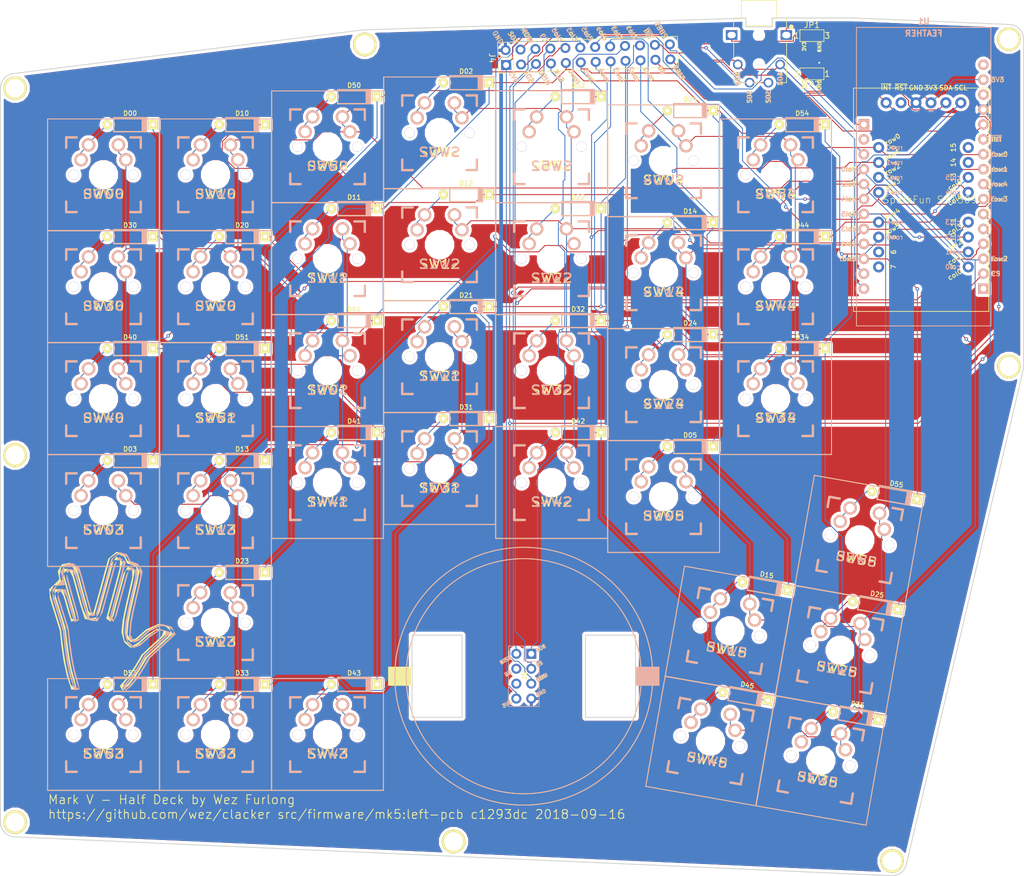
<source format=kicad_pcb>
(kicad_pcb (version 20171130) (host pcbnew 5.0.0-fee4fd1~66~ubuntu18.04.1)
  (title_block (title "Half Deck - Mark V") (date 2018-09-16) (rev c1293dc) (company "Wez Furlong"))
  (layers (0 F.Cu signal) (31 B.Cu signal) (34 B.Paste user) (35 F.Paste user) (36 B.SilkS user) (37 F.SilkS user) (38 B.Mask user) (39 F.Mask user) (44 Edge.Cuts user))
  (net 0 "")
  (net 1 GND)
  (net 2 col0)
  (net 3 col2)
  (net 4 col4)
  (net 5 col5)
  (net 6 col3)
  (net 7 col1)
  (net 8 row5)
  (net 9 VBAT)
  (net 10 SCL)
  (net 11 SDA)
  (net 12 VBUS)
  (net 13 CS)
  (net 14 row2)
  (net 15 MISO)
  (net 16 MOSI)
  (net 17 SCK)
  (net 18 row3)
  (net 19 row4)
  (net 20 row1)
  (net 21 row0)
  (net 22 ~INT)
  (net 23 A0)
  (net 24 3V3)
  (net 25 SDL)
  (net 26 N$2)
  (net 27 N$1)
  (net 28 DR)
  (net 29 N$3)
  (net 30 N$4)
  (net 31 N$5)
  (net 32 N$6)
  (net 33 N$7)
  (net 34 N$8)
  (net 35 N$9)
  (net 36 N$10)
  (net 37 N$11)
  (net 38 N$12)
  (net 39 N$13)
  (net 40 N$14)
  (net 41 N$15)
  (net 42 N$16)
  (net 43 N$17)
  (net 44 N$18)
  (net 45 N$19)
  (net 46 N$20)
  (net 47 N$21)
  (net 48 N$22)
  (net 49 N$23)
  (net 50 N$24)
  (net 51 N$25)
  (net 52 N$26)
  (net 53 N$27)
  (net 54 N$28)
  (net 55 N$29)
  (net 56 N$30)
  (net 57 N$31)
  (net 58 N$32)
  (net 59 N$33)
  (net 60 N$34)
  (net 61 N$35)
  (net 62 N$36)
  (net 63 N$37)
  (net 64 N$38)
  (module J5 (layer F.Cu) (at 114 137)
    (fp_text reference J5 (at 0.12 -0.025 90) (layer F.SilkS) (effects (font (size 0.8 0.8))))
    (fp_text value VAL** hide)
    (fp_text user "  SCK  " (at 1.27 -3.81 30) (layer F.SilkS) (effects (font (size 0.6 0.6)) (justify left)))
    (fp_text user "  MISO  " (at -1.27 -3.81 30) (layer F.SilkS) (effects (font (size 0.6 0.6)) (justify right)))
    (fp_text user "  CS  " (at 1.27 -1.27 30) (layer F.SilkS) (effects (font (size 0.6 0.6)) (justify left)))
    (fp_text user "  DR  " (at -1.27 -1.27 30) (layer F.SilkS) (effects (font (size 0.6 0.6)) (justify right)))
    (fp_text user "  MOSI  " (at 1.27 1.27 30) (layer F.SilkS) (effects (font (size 0.6 0.6)) (justify left)))
    (fp_text user "  GND  " (at 1.27 3.81 30) (layer F.SilkS) (effects (font (size 0.6 0.6)) (justify left)))
    (fp_text user "  3V3  " (at -1.27 3.81 30) (layer F.SilkS) (effects (font (size 0.6 0.6)) (justify right)))
    (fp_text user "  SCK  " (at 1.27 -3.81 30) (layer B.SilkS) (effects (font (size 0.6 0.6)) (justify right mirror)))
    (fp_text user "  MISO  " (at -1.27 -3.81 30) (layer B.SilkS) (effects (font (size 0.6 0.6)) (justify left mirror)))
    (fp_text user "  CS  " (at 1.27 -1.27 30) (layer B.SilkS) (effects (font (size 0.6 0.6)) (justify right mirror)))
    (fp_text user "  DR  " (at -1.27 -1.27 30) (layer B.SilkS) (effects (font (size 0.6 0.6)) (justify left mirror)))
    (fp_text user "  MOSI  " (at 1.27 1.27 30) (layer B.SilkS) (effects (font (size 0.6 0.6)) (justify right mirror)))
    (fp_text user "  GND  " (at 1.27 3.81 30) (layer B.SilkS) (effects (font (size 0.6 0.6)) (justify right mirror)))
    (fp_text user "  3V3  " (at -1.27 3.81 30) (layer B.SilkS) (effects (font (size 0.6 0.6)) (justify left mirror)))
    (pad 8 thru_hole oval (at -1.27 3.81) (size 1.7 1.7) (drill 1) (layers *.Cu *.Mask) (net 24 3V3))
    (pad 7 thru_hole oval (at 1.27 3.81) (size 1.7 1.7) (drill 1) (layers *.Cu *.Mask) (net 1 GND))
    (pad 6 thru_hole oval (at -1.27 1.27) (size 1.7 1.7) (drill 1) (layers *.Cu *.Mask))
    (pad 5 thru_hole oval (at 1.27 1.27) (size 1.7 1.7) (drill 1) (layers *.Cu *.Mask) (net 16 MOSI))
    (pad 4 thru_hole oval (at -1.27 -1.27) (size 1.7 1.7) (drill 1) (layers *.Cu *.Mask) (net 28 DR))
    (pad 3 thru_hole oval (at 1.27 -1.27) (size 1.7 1.7) (drill 1) (layers *.Cu *.Mask) (net 13 CS))
    (pad 2 thru_hole oval (at -1.27 -3.81) (size 1.7 1.7) (drill 1) (layers *.Cu *.Mask) (net 15 MISO))
    (pad 1 thru_hole rect (at 1.27 -3.81) (size 1.7 1.7) (drill 1) (layers *.Cu *.Mask) (net 17 SCK))
  )
  (module J1 (layer F.Cu) (at 154 30.5 270)
    (fp_text reference J1 (at -3.28986 -6.82359 270) (layer F.SilkS) (effects (font (size 0.481326 0.481326) (thickness 0.05))))
    (fp_text value VAL** hide)
    (fp_text user "  SDA  " (at 2.4 3.6 90) (layer B.SilkS) (effects (font (size 0.8 0.8)) (justify left mirror)))
    (fp_text user "  SDL  " (at 5.5 -1.6 90) (layer B.SilkS) (effects (font (size 0.8 0.8)) (justify left mirror)))
    (fp_text user "  SDL  " (at 5.5 1.6 90) (layer B.SilkS) (effects (font (size 0.8 0.8)) (justify left mirror)))
    (fp_text user "  SDA  " (at 2.4 -3.6 90) (layer B.SilkS) (effects (font (size 0.8 0.8)) (justify left mirror)))
    (fp_text user "  SDA  " (at 2.4 3.6 90) (layer F.SilkS) (effects (font (size 0.8 0.8)) (justify right)))
    (fp_text user "  SDL  " (at 5.5 -1.6 90) (layer F.SilkS) (effects (font (size 0.8 0.8)) (justify right)))
    (fp_text user "  SDL  " (at 5.5 1.6 90) (layer F.SilkS) (effects (font (size 0.8 0.8)) (justify right)))
    (fp_text user "  SDA  " (at 2.4 -3.6 90) (layer F.SilkS) (effects (font (size 0.8 0.8)) (justify right)))
    (pad Hole np_thru_hole circle (at 2.4 0 270) (size 1.1 1.1) (drill 1.1) (layers *.Cu *.Mask F.SilkS))
    (pad Hole np_thru_hole circle (at -2.6 0 270) (size 1.1 1.1) (drill 1.1) (layers *.Cu *.Mask F.SilkS))
    (pad R1alt thru_hole circle (at 5.5 1.6 270) (size 1.65 1.65) (drill 1.1) (layers *.Cu *.Mask) (net 25 SDL))
    (pad R1 thru_hole circle (at 5.5 -1.6 270) (size 1.65 1.65) (drill 1.1) (layers *.Cu *.Mask) (net 25 SDL))
    (pad Talt thru_hole circle (at 2.4 -3.6 270) (size 1.65 1.65) (drill 1.1) (layers *.Cu *.Mask) (net 11 SDA))
    (pad T thru_hole circle (at 2.4 3.6 270) (size 1.65 1.65) (drill 1.1) (layers *.Cu *.Mask) (net 11 SDA))
    (pad S thru_hole rect (at -2.6 -4.65 270) (size 1.65 1.95) (drill oval 1.1 1.4) (layers *.Cu *.Mask) (net 26 N$2))
    (pad R2 thru_hole rect (at -2.6 4.65 270) (size 1.65 1.95) (drill oval 1.1 1.4) (layers *.Cu *.Mask) (net 27 N$1))
  )
  (module U1 (layer B.Cu) (at 182 52 270)
    (fp_text reference U1 (at -26.416 0) (layer B.SilkS) (effects (font (thickness 0.25)) (justify mirror)))
    (fp_text value FEATHER (at -24.384 0) (layer B.SilkS) (effects (font (thickness 0.25)) (justify mirror)))
    (fp_text user "  col0  " (at -1.27 10.16 180) (layer F.SilkS) (effects (font (size 0.8 0.8)) (justify right)))
    (fp_text user "  col2  " (at 1.27 10.16 180) (layer F.SilkS) (effects (font (size 0.8 0.8)) (justify right)))
    (fp_text user "  col4  " (at 3.81 10.16 180) (layer F.SilkS) (effects (font (size 0.8 0.8)) (justify right)))
    (fp_text user "  col5  " (at 6.35 10.16 180) (layer F.SilkS) (effects (font (size 0.8 0.8)) (justify right)))
    (fp_text user "  col3  " (at 8.89 10.16 180) (layer F.SilkS) (effects (font (size 0.8 0.8)) (justify right)))
    (fp_text user "  col1  " (at 11.43 10.16 180) (layer F.SilkS) (effects (font (size 0.8 0.8)) (justify right)))
    (fp_text user "  row5  " (at 13.97 10.16 180) (layer F.SilkS) (effects (font (size 0.8 0.8)) (justify right)))
    (fp_text user "  CS  " (at 16.51 -10.16 180) (layer F.SilkS) (effects (font (size 0.8 0.8)) (justify left)))
    (fp_text user "  row2  " (at 13.97 -10.16 180) (layer F.SilkS) (effects (font (size 0.8 0.8)) (justify left)))
    (fp_text user "  row3  " (at 3.81 -10.16 180) (layer F.SilkS) (effects (font (size 0.8 0.8)) (justify left)))
    (fp_text user "  row4  " (at 1.27 -10.16 180) (layer F.SilkS) (effects (font (size 0.8 0.8)) (justify left)))
    (fp_text user "  row1  " (at -1.27 -10.16 180) (layer F.SilkS) (effects (font (size 0.8 0.8)) (justify left)))
    (fp_text user "  row0  " (at -3.81 -10.16 180) (layer F.SilkS) (effects (font (size 0.8 0.8)) (justify left)))
    (fp_text user "  ~INT  " (at -6.35 -10.16 180) (layer F.SilkS) (effects (font (size 0.8 0.8)) (justify left)))
    (fp_text user "  3V3  " (at -16.51 -10.16 180) (layer F.SilkS) (effects (font (size 0.8 0.8)) (justify left)))
    (fp_text user "  col0  " (at -1.27 10.16 180) (layer B.SilkS) (effects (font (size 0.8 0.8)) (justify left mirror)))
    (fp_text user "  col2  " (at 1.27 10.16 180) (layer B.SilkS) (effects (font (size 0.8 0.8)) (justify left mirror)))
    (fp_text user "  col4  " (at 3.81 10.16 180) (layer B.SilkS) (effects (font (size 0.8 0.8)) (justify left mirror)))
    (fp_text user "  col5  " (at 6.35 10.16 180) (layer B.SilkS) (effects (font (size 0.8 0.8)) (justify left mirror)))
    (fp_text user "  col3  " (at 8.89 10.16 180) (layer B.SilkS) (effects (font (size 0.8 0.8)) (justify left mirror)))
    (fp_text user "  col1  " (at 11.43 10.16 180) (layer B.SilkS) (effects (font (size 0.8 0.8)) (justify left mirror)))
    (fp_text user "  row5  " (at 13.97 10.16 180) (layer B.SilkS) (effects (font (size 0.8 0.8)) (justify left mirror)))
    (fp_text user "  CS  " (at 16.51 -10.16 180) (layer B.SilkS) (effects (font (size 0.8 0.8)) (justify right mirror)))
    (fp_text user "  row2  " (at 13.97 -10.16 180) (layer B.SilkS) (effects (font (size 0.8 0.8)) (justify right mirror)))
    (fp_text user "  row3  " (at 3.81 -10.16 180) (layer B.SilkS) (effects (font (size 0.8 0.8)) (justify right mirror)))
    (fp_text user "  row4  " (at 1.27 -10.16 180) (layer B.SilkS) (effects (font (size 0.8 0.8)) (justify right mirror)))
    (fp_text user "  row1  " (at -1.27 -10.16 180) (layer B.SilkS) (effects (font (size 0.8 0.8)) (justify right mirror)))
    (fp_text user "  row0  " (at -3.81 -10.16 180) (layer B.SilkS) (effects (font (size 0.8 0.8)) (justify right mirror)))
    (fp_text user "  ~INT  " (at -6.35 -10.16 180) (layer B.SilkS) (effects (font (size 0.8 0.8)) (justify right mirror)))
    (fp_text user "  3V3  " (at -16.51 -10.16 180) (layer B.SilkS) (effects (font (size 0.8 0.8)) (justify right mirror)))
    (pad RST thru_hole circle (at -19.05 -10.16 90) (size 1.778 1.778) (drill 0.9906) (layers *.Cu *.Mask B.SilkS))
    (pad +3V3 thru_hole circle (at -16.51 -10.16 90) (size 1.778 1.778) (drill 0.9906) (layers *.Cu *.Mask B.SilkS) (net 24 3V3))
    (pad AREF thru_hole circle (at -13.97 -10.16 90) (size 1.778 1.778) (drill 0.9906) (layers *.Cu *.Mask B.SilkS))
    (pad GND thru_hole circle (at -11.43 -10.16 90) (size 1.778 1.778) (drill 0.9906) (layers *.Cu *.Mask B.SilkS) (net 1 GND))
    (pad A0 thru_hole circle (at -8.89 -10.16 90) (size 1.778 1.778) (drill 0.9906) (layers *.Cu *.Mask B.SilkS) (net 23 A0))
    (pad A1 thru_hole circle (at -6.35 -10.16 90) (size 1.778 1.778) (drill 0.9906) (layers *.Cu *.Mask B.SilkS) (net 22 ~INT))
    (pad A2 thru_hole circle (at -3.81 -10.16 90) (size 1.778 1.778) (drill 0.9906) (layers *.Cu *.Mask B.SilkS) (net 21 row0))
    (pad A3 thru_hole circle (at -1.27 -10.16 90) (size 1.778 1.778) (drill 0.9906) (layers *.Cu *.Mask B.SilkS) (net 20 row1))
    (pad A4 thru_hole circle (at 1.27 -10.16 90) (size 1.778 1.778) (drill 0.9906) (layers *.Cu *.Mask B.SilkS) (net 19 row4))
    (pad A5 thru_hole circle (at 3.81 -10.16 90) (size 1.778 1.778) (drill 0.9906) (layers *.Cu *.Mask B.SilkS) (net 18 row3))
    (pad SCK thru_hole circle (at 6.35 -10.16 90) (size 1.778 1.778) (drill 0.9906) (layers *.Cu *.Mask B.SilkS) (net 17 SCK))
    (pad MOSI thru_hole circle (at 8.89 -10.16 90) (size 1.778 1.778) (drill 0.9906) (layers *.Cu *.Mask B.SilkS) (net 16 MOSI))
    (pad MISO thru_hole circle (at 11.43 -10.16 90) (size 1.778 1.778) (drill 0.9906) (layers *.Cu *.Mask B.SilkS) (net 15 MISO))
    (pad D0 thru_hole circle (at 13.97 -10.16 90) (size 1.778 1.778) (drill 0.9906) (layers *.Cu *.Mask B.SilkS) (net 14 row2))
    (pad D1 thru_hole circle (at 16.51 -10.16 90) (size 1.778 1.778) (drill 0.9906) (layers *.Cu *.Mask B.SilkS) (net 13 CS))
    (pad DFU thru_hole rect (at 19.05 -10.16 90) (size 1.778 1.778) (drill 0.9906) (layers *.Cu *.Mask B.SilkS))
    (pad EN thru_hole circle (at -6.35 10.16 90) (size 1.778 1.778) (drill 0.9906) (layers *.Cu *.Mask B.SilkS))
    (pad VBAT thru_hole rect (at -8.89 10.16 90) (size 1.778 1.778) (drill 0.9906) (layers *.Cu *.Mask B.SilkS) (net 9 VBAT))
    (pad VBUS thru_hole circle (at -3.81 10.16 90) (size 1.778 1.778) (drill 0.9906) (layers *.Cu *.Mask B.SilkS) (net 12 VBUS))
    (pad D13 thru_hole circle (at -1.27 10.16 90) (size 1.778 1.778) (drill 0.9906) (layers *.Cu *.Mask B.SilkS) (net 2 col0))
    (pad D12 thru_hole circle (at 1.27 10.16 90) (size 1.778 1.778) (drill 0.9906) (layers *.Cu *.Mask B.SilkS) (net 3 col2))
    (pad D11 thru_hole circle (at 3.81 10.16 90) (size 1.778 1.778) (drill 0.9906) (layers *.Cu *.Mask B.SilkS) (net 4 col4))
    (pad D10 thru_hole circle (at 6.35 10.16 90) (size 1.778 1.778) (drill 0.9906) (layers *.Cu *.Mask B.SilkS) (net 5 col5))
    (pad D9 thru_hole circle (at 8.89 10.16 90) (size 1.778 1.778) (drill 0.9906) (layers *.Cu *.Mask B.SilkS) (net 6 col3))
    (pad D6 thru_hole circle (at 11.43 10.16 90) (size 1.778 1.778) (drill 0.9906) (layers *.Cu *.Mask B.SilkS) (net 7 col1))
    (pad D5 thru_hole circle (at 13.97 10.16 90) (size 1.778 1.778) (drill 0.9906) (layers *.Cu *.Mask B.SilkS) (net 8 row5))
    (pad SCL thru_hole circle (at 16.51 10.16 90) (size 1.778 1.778) (drill 0.9906) (layers *.Cu *.Mask B.SilkS) (net 10 SCL))
    (pad SDA thru_hole circle (at 19.05 10.16 90) (size 1.778 1.778) (drill 0.9906) (layers *.Cu *.Mask B.SilkS) (net 11 SDA))
  )
  (module J4 (layer F.Cu) (at 111 33 92)
    (fp_text reference J4 (at 1.27 -2.33 92) (layer F.SilkS))
    (fp_text value Pin_Header_Straight_2x12_Pitch2.54mm hide)
    (fp_text user "  3V3  " (at 0 0 -238) (layer F.SilkS) (effects (font (size 0.8 0.8)) (justify left)))
    (fp_text user "  col0  " (at 2.54 10.16 -238) (layer F.SilkS) (effects (font (size 0.8 0.8)) (justify right)))
    (fp_text user "  row5  " (at 0 12.7 -238) (layer F.SilkS) (effects (font (size 0.8 0.8)) (justify left)))
    (fp_text user "  col3  " (at 2.54 12.7 -238) (layer F.SilkS) (effects (font (size 0.8 0.8)) (justify right)))
    (fp_text user "  row4  " (at 0 15.24 -238) (layer F.SilkS) (effects (font (size 0.8 0.8)) (justify left)))
    (fp_text user "  col5  " (at 2.54 15.24 -238) (layer F.SilkS) (effects (font (size 0.8 0.8)) (justify right)))
    (fp_text user "  row3  " (at 0 17.78 -238) (layer F.SilkS) (effects (font (size 0.8 0.8)) (justify left)))
    (fp_text user "  col4  " (at 2.54 17.78 -238) (layer F.SilkS) (effects (font (size 0.8 0.8)) (justify right)))
    (fp_text user "  row2  " (at 0 20.32 -238) (layer F.SilkS) (effects (font (size 0.8 0.8)) (justify left)))
    (fp_text user "  col2  " (at 2.54 20.32 -238) (layer F.SilkS) (effects (font (size 0.8 0.8)) (justify right)))
    (fp_text user "  row1  " (at 0 22.86 -238) (layer F.SilkS) (effects (font (size 0.8 0.8)) (justify left)))
    (fp_text user "  GND  " (at 2.54 0 -238) (layer F.SilkS) (effects (font (size 0.8 0.8)) (justify right)))
    (fp_text user "  col1  " (at 2.54 22.86 -238) (layer F.SilkS) (effects (font (size 0.8 0.8)) (justify right)))
    (fp_text user "  A0  " (at 0 25.4 -238) (layer F.SilkS) (effects (font (size 0.8 0.8)) (justify left)))
    (fp_text user "  ~INT  " (at 2.54 25.4 -238) (layer F.SilkS) (effects (font (size 0.8 0.8)) (justify right)))
    (fp_text user "  VBAT  " (at 0 27.94 -238) (layer F.SilkS) (effects (font (size 0.8 0.8)) (justify left)))
    (fp_text user "  VBUS  " (at 2.54 27.94 -238) (layer F.SilkS) (effects (font (size 0.8 0.8)) (justify right)))
    (fp_text user "  SDA  " (at 0 2.54 -238) (layer F.SilkS) (effects (font (size 0.8 0.8)) (justify left)))
    (fp_text user "  SDL  " (at 2.54 2.54 -238) (layer F.SilkS) (effects (font (size 0.8 0.8)) (justify right)))
    (fp_text user "  MISO  " (at 0 5.08 -238) (layer F.SilkS) (effects (font (size 0.8 0.8)) (justify left)))
    (fp_text user "  MOSI  " (at 2.54 5.08 -238) (layer F.SilkS) (effects (font (size 0.8 0.8)) (justify right)))
    (fp_text user "  SCK  " (at 0 7.62 -238) (layer F.SilkS) (effects (font (size 0.8 0.8)) (justify left)))
    (fp_text user "  CS  " (at 2.54 7.62 -238) (layer F.SilkS) (effects (font (size 0.8 0.8)) (justify right)))
    (fp_text user "  row0  " (at 0 10.16 -238) (layer F.SilkS) (effects (font (size 0.8 0.8)) (justify left)))
    (fp_text user "  3V3  " (at 0 0 -238) (layer B.SilkS) (effects (font (size 0.8 0.8)) (justify right mirror)))
    (fp_text user "  col0  " (at 2.54 10.16 -238) (layer B.SilkS) (effects (font (size 0.8 0.8)) (justify left mirror)))
    (fp_text user "  row5  " (at 0 12.7 -238) (layer B.SilkS) (effects (font (size 0.8 0.8)) (justify right mirror)))
    (fp_text user "  col3  " (at 2.54 12.7 -238) (layer B.SilkS) (effects (font (size 0.8 0.8)) (justify left mirror)))
    (fp_text user "  row4  " (at 0 15.24 -238) (layer B.SilkS) (effects (font (size 0.8 0.8)) (justify right mirror)))
    (fp_text user "  col5  " (at 2.54 15.24 -238) (layer B.SilkS) (effects (font (size 0.8 0.8)) (justify left mirror)))
    (fp_text user "  row3  " (at 0 17.78 -238) (layer B.SilkS) (effects (font (size 0.8 0.8)) (justify right mirror)))
    (fp_text user "  col4  " (at 2.54 17.78 -238) (layer B.SilkS) (effects (font (size 0.8 0.8)) (justify left mirror)))
    (fp_text user "  row2  " (at 0 20.32 -238) (layer B.SilkS) (effects (font (size 0.8 0.8)) (justify right mirror)))
    (fp_text user "  col2  " (at 2.54 20.32 -238) (layer B.SilkS) (effects (font (size 0.8 0.8)) (justify left mirror)))
    (fp_text user "  row1  " (at 0 22.86 -238) (layer B.SilkS) (effects (font (size 0.8 0.8)) (justify right mirror)))
    (fp_text user "  GND  " (at 2.54 0 -238) (layer B.SilkS) (effects (font (size 0.8 0.8)) (justify left mirror)))
    (fp_text user "  col1  " (at 2.54 22.86 -238) (layer B.SilkS) (effects (font (size 0.8 0.8)) (justify left mirror)))
    (fp_text user "  A0  " (at 0 25.4 -238) (layer B.SilkS) (effects (font (size 0.8 0.8)) (justify right mirror)))
    (fp_text user "  ~INT  " (at 2.54 25.4 -238) (layer B.SilkS) (effects (font (size 0.8 0.8)) (justify left mirror)))
    (fp_text user "  VBAT  " (at 0 27.94 -238) (layer B.SilkS) (effects (font (size 0.8 0.8)) (justify right mirror)))
    (fp_text user "  VBUS  " (at 2.54 27.94 -238) (layer B.SilkS) (effects (font (size 0.8 0.8)) (justify left mirror)))
    (fp_text user "  SDA  " (at 0 2.54 -238) (layer B.SilkS) (effects (font (size 0.8 0.8)) (justify right mirror)))
    (fp_text user "  SDL  " (at 2.54 2.54 -238) (layer B.SilkS) (effects (font (size 0.8 0.8)) (justify left mirror)))
    (fp_text user "  MISO  " (at 0 5.08 -238) (layer B.SilkS) (effects (font (size 0.8 0.8)) (justify right mirror)))
    (fp_text user "  MOSI  " (at 2.54 5.08 -238) (layer B.SilkS) (effects (font (size 0.8 0.8)) (justify left mirror)))
    (fp_text user "  SCK  " (at 0 7.62 -238) (layer B.SilkS) (effects (font (size 0.8 0.8)) (justify right mirror)))
    (fp_text user "  CS  " (at 2.54 7.62 -238) (layer B.SilkS) (effects (font (size 0.8 0.8)) (justify left mirror)))
    (fp_text user "  row0  " (at 0 10.16 -238) (layer B.SilkS) (effects (font (size 0.8 0.8)) (justify right mirror)))
    (pad 1 thru_hole rect (at 0 0 92) (size 1.7 1.7) (drill 1) (layers *.Cu *.Mask) (net 24 3V3))
    (pad 2 thru_hole oval (at 2.54 0 92) (size 1.7 1.7) (drill 1) (layers *.Cu *.Mask) (net 1 GND))
    (pad 3 thru_hole oval (at 0 2.54 92) (size 1.7 1.7) (drill 1) (layers *.Cu *.Mask) (net 11 SDA))
    (pad 4 thru_hole oval (at 2.54 2.54 92) (size 1.7 1.7) (drill 1) (layers *.Cu *.Mask) (net 25 SDL))
    (pad 5 thru_hole oval (at 0 5.08 92) (size 1.7 1.7) (drill 1) (layers *.Cu *.Mask) (net 15 MISO))
    (pad 6 thru_hole oval (at 2.54 5.08 92) (size 1.7 1.7) (drill 1) (layers *.Cu *.Mask) (net 16 MOSI))
    (pad 7 thru_hole oval (at 0 7.62 92) (size 1.7 1.7) (drill 1) (layers *.Cu *.Mask) (net 17 SCK))
    (pad 8 thru_hole oval (at 2.54 7.62 92) (size 1.7 1.7) (drill 1) (layers *.Cu *.Mask) (net 13 CS))
    (pad 9 thru_hole oval (at 0 10.16 92) (size 1.7 1.7) (drill 1) (layers *.Cu *.Mask) (net 21 row0))
    (pad 10 thru_hole oval (at 2.54 10.16 92) (size 1.7 1.7) (drill 1) (layers *.Cu *.Mask) (net 2 col0))
    (pad 11 thru_hole oval (at 0 12.700001 92) (size 1.7 1.7) (drill 1) (layers *.Cu *.Mask) (net 8 row5))
    (pad 12 thru_hole oval (at 2.54 12.7 92) (size 1.7 1.7) (drill 1) (layers *.Cu *.Mask) (net 6 col3))
    (pad 13 thru_hole oval (at 0 15.24 92) (size 1.7 1.7) (drill 1) (layers *.Cu *.Mask) (net 19 row4))
    (pad 14 thru_hole oval (at 2.54 15.24 92) (size 1.7 1.7) (drill 1) (layers *.Cu *.Mask) (net 5 col5))
    (pad 15 thru_hole oval (at 0 17.78 92) (size 1.7 1.7) (drill 1) (layers *.Cu *.Mask) (net 18 row3))
    (pad 16 thru_hole oval (at 2.54 17.78 92) (size 1.7 1.7) (drill 1) (layers *.Cu *.Mask) (net 4 col4))
    (pad 17 thru_hole oval (at 0 20.32 92) (size 1.7 1.7) (drill 1) (layers *.Cu *.Mask) (net 14 row2))
    (pad 18 thru_hole oval (at 2.54 20.32 92) (size 1.7 1.7) (drill 1) (layers *.Cu *.Mask) (net 3 col2))
    (pad 19 thru_hole oval (at 0 22.86 92) (size 1.7 1.7) (drill 1) (layers *.Cu *.Mask) (net 20 row1))
    (pad 20 thru_hole oval (at 2.54 22.86 92) (size 1.7 1.7) (drill 1) (layers *.Cu *.Mask) (net 7 col1))
    (pad 21 thru_hole oval (at 0 25.4 92) (size 1.7 1.7) (drill 1) (layers *.Cu *.Mask) (net 23 A0))
    (pad 22 thru_hole oval (at 2.54 25.4 92) (size 1.7 1.7) (drill 1) (layers *.Cu *.Mask) (net 22 ~INT))
    (pad 23 thru_hole oval (at 0 27.94 92) (size 1.7 1.7) (drill 1) (layers *.Cu *.Mask) (net 9 VBAT))
    (pad 24 thru_hole oval (at 2.54 27.94 92) (size 1.7 1.7) (drill 1) (layers *.Cu *.Mask) (net 12 VBUS))
  )
  (module JP1 (layer F.Cu) (at 163 28)
    (fp_text reference JP1 (at 0 -1.8) (layer F.SilkS))
    (fp_text value SolderJumper-3_P1.3mm_Open_Pad1.0x1.5mm_NumberLabels hide)
    (fp_text user 3 (at 2.6 0) (layer F.SilkS))
    (fp_text user 1 (at -2.6 0) (layer F.SilkS))
    (fp_text user "  3V3  " (at -1.3 0 90) (layer F.SilkS) (effects (font (size 0.6 0.6)) (justify right)))
    (fp_text user "  GND  " (at 1.3 0 90) (layer F.SilkS) (effects (font (size 0.6 0.6)) (justify right)))
    (pad 3 smd rect (at 1.3 0) (size 1 1.5) (layers F.Cu F.Mask) (net 1 GND))
    (pad 2 smd rect (at 0 0) (size 1 1.5) (layers F.Cu F.Mask) (net 27 N$1))
    (pad 1 smd rect (at -1.3 0) (size 1 1.5) (layers F.Cu F.Mask) (net 24 3V3))
  )
  (module JP2 (layer F.Cu) (at 163 34.5 180)
    (fp_text reference JP2 (at 0 -1.8 180) (layer F.SilkS))
    (fp_text value SolderJumper-3_P1.3mm_Open_Pad1.0x1.5mm_NumberLabels hide)
    (fp_text user 3 (at 2.6 0 180) (layer F.SilkS))
    (fp_text user 1 (at -2.6 0 180) (layer F.SilkS))
    (fp_text user "  GND  " (at -1.3 0 -90) (layer F.SilkS) (effects (font (size 0.6 0.6)) (justify right)))
    (fp_text user "  3V3  " (at 1.3 0 -90) (layer F.SilkS) (effects (font (size 0.6 0.6)) (justify right)))
    (pad 3 smd rect (at 1.3 0 180) (size 1 1.5) (layers F.Cu F.Mask) (net 24 3V3))
    (pad 2 smd rect (at 0 0 180) (size 1 1.5) (layers F.Cu F.Mask) (net 26 N$2))
    (pad 1 smd rect (at -1.3 0 180) (size 1 1.5) (layers F.Cu F.Mask) (net 1 GND))
  )
  (module U2 (layer F.Cu) (at 173.08 55.93 270)
    (fp_text reference U2 hide)
    (fp_text value "SparkFun SX1509" (at 0 -10 180) (layer F.SilkS) (effects (font (size 1.2065 1.2065) (thickness 0.1016))))
    (fp_text user 0 (at -8.89 -3.81 90) (layer F.SilkS) (effects (font (size 0.8 0.8))))
    (fp_text user 1 (at -6.35 -3.81 90) (layer F.SilkS) (effects (font (size 0.8 0.8))))
    (fp_text user 2 (at -3.81 -3.81 90) (layer F.SilkS) (effects (font (size 0.8 0.8))))
    (fp_text user 3 (at -1.27 -3.81 90) (layer F.SilkS) (effects (font (size 0.8 0.8))))
    (fp_text user 4 (at 3.81 -3.81 90) (layer F.SilkS) (effects (font (size 0.8 0.8))))
    (fp_text user 5 (at 6.35 -3.81 90) (layer F.SilkS) (effects (font (size 0.8 0.8))))
    (fp_text user 6 (at 8.89 -3.81 90) (layer F.SilkS) (effects (font (size 0.8 0.8))))
    (fp_text user 7 (at 11.43 -3.81 90) (layer F.SilkS) (effects (font (size 0.8 0.8))))
    (fp_text user 15 (at -8.89 -13.97 90) (layer F.SilkS) (effects (font (size 0.8 0.8))))
    (fp_text user 14 (at -6.35 -13.97 90) (layer F.SilkS) (effects (font (size 0.8 0.8))))
    (fp_text user 13 (at -3.81 -13.97 90) (layer F.SilkS) (effects (font (size 0.8 0.8))))
    (fp_text user 12 (at -1.27 -13.97 90) (layer F.SilkS) (effects (font (size 0.8 0.8))))
    (fp_text user 11 (at 3.81 -13.97 90) (layer F.SilkS) (effects (font (size 0.8 0.8))))
    (fp_text user 10 (at 6.35 -13.97 90) (layer F.SilkS) (effects (font (size 0.8 0.8))))
    (fp_text user 9 (at 8.89 -13.97 90) (layer F.SilkS) (effects (font (size 0.8 0.8))))
    (fp_text user 8 (at 11.43 -13.97 90) (layer F.SilkS) (effects (font (size 0.8 0.8))))
    (fp_text user SCL (at -19.05 -15.24 180) (layer F.SilkS) (effects (font (size 0.8 0.8))))
    (fp_text user SDA (at -19.05 -12.7 180) (layer F.SilkS) (effects (font (size 0.8 0.8))))
    (fp_text user 3V3 (at -19.05 -10.16 180) (layer F.SilkS) (effects (font (size 0.8 0.8))))
    (fp_text user GND (at -19.05 -7.62 180) (layer F.SilkS) (effects (font (size 0.8 0.8))))
    (fp_text user ~RST (at -19.05 -5.08 180) (layer F.SilkS) (effects (font (size 0.8 0.8))))
    (fp_text user ~INT (at -19.05 -2.54 180) (layer F.SilkS) (effects (font (size 0.8 0.8))))
    (fp_text user "  row0  " (at -8.89 -1.27) (layer B.SilkS) (effects (font (size 0.8 0.8)) (justify right mirror)))
    (fp_text user "  row1  " (at -6.35 -1.27) (layer B.SilkS) (effects (font (size 0.8 0.8)) (justify right mirror)))
    (fp_text user "  row2  " (at -3.81 -1.27) (layer B.SilkS) (effects (font (size 0.8 0.8)) (justify right mirror)))
    (fp_text user "  row3  " (at -1.27 -1.27) (layer B.SilkS) (effects (font (size 0.8 0.8)) (justify right mirror)))
    (fp_text user "  row4  " (at 3.81 -1.27) (layer B.SilkS) (effects (font (size 0.8 0.8)) (justify right mirror)))
    (fp_text user "  row5  " (at 6.35 -1.27) (layer B.SilkS) (effects (font (size 0.8 0.8)) (justify right mirror)))
    (fp_text user "  col0  " (at 11.43 -16.51) (layer B.SilkS) (effects (font (size 0.8 0.8)) (justify left mirror)))
    (fp_text user "  col1  " (at 8.89 -16.51) (layer B.SilkS) (effects (font (size 0.8 0.8)) (justify left mirror)))
    (fp_text user "  col2  " (at 6.35 -16.51) (layer B.SilkS) (effects (font (size 0.8 0.8)) (justify left mirror)))
    (fp_text user "  col3  " (at 3.81 -16.51) (layer B.SilkS) (effects (font (size 0.8 0.8)) (justify left mirror)))
    (fp_text user "  col4  " (at -1.27 -16.51) (layer B.SilkS) (effects (font (size 0.8 0.8)) (justify left mirror)))
    (fp_text user "  col5  " (at -3.81 -16.51) (layer B.SilkS) (effects (font (size 0.8 0.8)) (justify left mirror)))
    (fp_text user "  row0  " (at -8.89 -1.27 210) (layer F.SilkS) (effects (font (size 0.8 0.8)) (justify left)))
    (fp_text user "  row1  " (at -6.35 -1.27 210) (layer F.SilkS) (effects (font (size 0.8 0.8)) (justify left)))
    (fp_text user "  row2  " (at -3.81 -1.27 210) (layer F.SilkS) (effects (font (size 0.8 0.8)) (justify left)))
    (fp_text user "  row3  " (at -1.27 -1.27 210) (layer F.SilkS) (effects (font (size 0.8 0.8)) (justify left)))
    (fp_text user "  row4  " (at 3.81 -1.27 210) (layer F.SilkS) (effects (font (size 0.8 0.8)) (justify left)))
    (fp_text user "  row5  " (at 6.35 -1.27 210) (layer F.SilkS) (effects (font (size 0.8 0.8)) (justify left)))
    (fp_text user "  col0  " (at 11.43 -16.51 210) (layer F.SilkS) (effects (font (size 0.8 0.8)) (justify right)))
    (fp_text user "  col1  " (at 8.89 -16.51 210) (layer F.SilkS) (effects (font (size 0.8 0.8)) (justify right)))
    (fp_text user "  col2  " (at 6.35 -16.51 210) (layer F.SilkS) (effects (font (size 0.8 0.8)) (justify right)))
    (fp_text user "  col3  " (at 3.81 -16.51 210) (layer F.SilkS) (effects (font (size 0.8 0.8)) (justify right)))
    (fp_text user "  col4  " (at -1.27 -16.51 210) (layer F.SilkS) (effects (font (size 0.8 0.8)) (justify right)))
    (fp_text user "  col5  " (at -3.81 -16.51 210) (layer F.SilkS) (effects (font (size 0.8 0.8)) (justify right)))
    (pad 7 thru_hole circle (at 11.43 -1.27 90) (size 1.8796 1.8796) (drill 1.016) (layers *.Cu *.Mask))
    (pad 6 thru_hole circle (at 8.89 -1.27 90) (size 1.8796 1.8796) (drill 1.016) (layers *.Cu *.Mask))
    (pad 5 thru_hole circle (at 6.35 -1.27 90) (size 1.8796 1.8796) (drill 1.016) (layers *.Cu *.Mask) (net 8 row5))
    (pad 4 thru_hole circle (at 3.81 -1.27 90) (size 1.8796 1.8796) (drill 1.016) (layers *.Cu *.Mask) (net 19 row4))
    (pad 3 thru_hole circle (at -1.27 -1.27 90) (size 1.8796 1.8796) (drill 1.016) (layers *.Cu *.Mask) (net 18 row3))
    (pad 2 thru_hole circle (at -3.81 -1.27 90) (size 1.8796 1.8796) (drill 1.016) (layers *.Cu *.Mask) (net 14 row2))
    (pad 1 thru_hole circle (at -6.35 -1.27 90) (size 1.8796 1.8796) (drill 1.016) (layers *.Cu *.Mask) (net 20 row1))
    (pad 0 thru_hole circle (at -8.89 -1.27 90) (size 1.8796 1.8796) (drill 1.016) (layers *.Cu *.Mask) (net 21 row0))
    (pad 11 thru_hole circle (at 3.81 -16.51 90) (size 1.8796 1.8796) (drill 1.016) (layers *.Cu *.Mask) (net 6 col3))
    (pad 15 thru_hole circle (at -8.89 -16.51 90) (size 1.8796 1.8796) (drill 1.016) (layers *.Cu *.Mask))
    (pad 8 thru_hole circle (at 11.43 -16.51 90) (size 1.8796 1.8796) (drill 1.016) (layers *.Cu *.Mask) (net 2 col0))
    (pad 14 thru_hole circle (at -6.35 -16.51 90) (size 1.8796 1.8796) (drill 1.016) (layers *.Cu *.Mask))
    (pad 12 thru_hole circle (at -1.27 -16.51 90) (size 1.8796 1.8796) (drill 1.016) (layers *.Cu *.Mask) (net 4 col4))
    (pad 9 thru_hole circle (at 8.89 -16.51 90) (size 1.8796 1.8796) (drill 1.016) (layers *.Cu *.Mask) (net 7 col1))
    (pad 13 thru_hole circle (at -3.81 -16.51 90) (size 1.8796 1.8796) (drill 1.016) (layers *.Cu *.Mask) (net 5 col5))
    (pad 10 thru_hole circle (at 6.35 -16.51 90) (size 1.8796 1.8796) (drill 1.016) (layers *.Cu *.Mask) (net 3 col2))
    (pad GND thru_hole circle (at -16.509705 -7.620181 180) (size 1.8796 1.8796) (drill 1.016) (layers *.Cu *.Mask) (net 1 GND))
    (pad 3V3 thru_hole circle (at -16.509705 -10.160181 180) (size 1.8796 1.8796) (drill 1.016) (layers *.Cu *.Mask) (net 24 3V3))
    (pad SCL thru_hole circle (at -16.509705 -15.240181 180) (size 1.8796 1.8796) (drill 1.016) (layers *.Cu *.Mask) (net 10 SCL))
    (pad SDA thru_hole circle (at -16.509705 -12.700181 180) (size 1.8796 1.8796) (drill 1.016) (layers *.Cu *.Mask) (net 11 SDA))
    (pad ~RST thru_hole circle (at -16.509705 -5.08 180) (size 1.8796 1.8796) (drill 1.016) (layers *.Cu *.Mask))
    (pad ~INT thru_hole circle (at -16.509705 -2.54 180) (size 1.8796 1.8796) (drill 1.016) (layers *.Cu *.Mask) (net 22 ~INT))
  )
  (module SW00 (layer F.Cu) (at 42.525 51.6688)
    (fp_text reference SW00 (at 0 3.302) (layer F.SilkS) (effects (font (size 1.524 1.778) (thickness 0.254))))
    (fp_text value SW00 (at 0 3.302) (layer B.SilkS) (effects (font (size 1.524 1.778) (thickness 0.254)) (justify mirror)))
    (pad 1 thru_hole circle (at 2.54 -5.08) (size 2.286 2.286) (drill 1.4986) (layers *.Cu *.SilkS *.Mask) (net 2 col0))
    (pad 2 thru_hole circle (at -3.81 -2.54) (size 2.286 2.286) (drill 1.4986) (layers *.Cu *.SilkS *.Mask) (net 29 N$3))
    (pad HOLE np_thru_hole circle (at 0 0) (size 3.9878 3.9878) (drill 3.9878) (layers *.Cu))
    (pad HOLE thru_hole circle (at -5.08 0) (size 1.7018 1.7018) (drill 1.7018) (layers *.Cu))
    (pad HOLE thru_hole circle (at 5.08 0) (size 1.7018 1.7018) (drill 1.7018) (layers *.Cu))
    (pad 1a thru_hole circle (at 3.81 -2.54) (size 2.286 2.286) (drill 1.4986) (layers *.Cu *.SilkS *.Mask) (net 2 col0))
    (pad 2a thru_hole circle (at -2.54 -5.08) (size 2.286 2.286) (drill 1.4986) (layers *.Cu *.SilkS *.Mask) (net 29 N$3))
  )
  (module D00 (layer F.Cu) (at 47.05 43.1438 180)
    (fp_text reference D00 (at 0 1.925 180) (layer F.SilkS) (effects (font (size 0.8 0.8))))
    (fp_text value D hide)
    (pad 2 thru_hole circle (at 3.9 0 180) (size 1.6 1.6) (drill 0.7) (layers *.Cu *.Mask F.SilkS) (net 29 N$3))
    (pad 1 thru_hole rect (at -3.9 0 180) (size 1.6 1.6) (drill 0.7) (layers *.Cu *.Mask F.SilkS) (net 21 row0))
  )
  (module SW01 (layer F.Cu) (at 80.625 85.0062)
    (fp_text reference SW01 (at 0 3.302) (layer F.SilkS) (effects (font (size 1.524 1.778) (thickness 0.254))))
    (fp_text value SW01 (at 0 3.302) (layer B.SilkS) (effects (font (size 1.524 1.778) (thickness 0.254)) (justify mirror)))
    (pad 1 thru_hole circle (at 2.54 -5.08) (size 2.286 2.286) (drill 1.4986) (layers *.Cu *.SilkS *.Mask) (net 7 col1))
    (pad 2 thru_hole circle (at -3.81 -2.54) (size 2.286 2.286) (drill 1.4986) (layers *.Cu *.SilkS *.Mask) (net 30 N$4))
    (pad HOLE np_thru_hole circle (at 0 0) (size 3.9878 3.9878) (drill 3.9878) (layers *.Cu))
    (pad HOLE thru_hole circle (at -5.08 0) (size 1.7018 1.7018) (drill 1.7018) (layers *.Cu))
    (pad HOLE thru_hole circle (at 5.08 0) (size 1.7018 1.7018) (drill 1.7018) (layers *.Cu))
    (pad 1a thru_hole circle (at 3.81 -2.54) (size 2.286 2.286) (drill 1.4986) (layers *.Cu *.SilkS *.Mask) (net 7 col1))
    (pad 2a thru_hole circle (at -2.54 -5.08) (size 2.286 2.286) (drill 1.4986) (layers *.Cu *.SilkS *.Mask) (net 30 N$4))
  )
  (module D01 (layer F.Cu) (at 85.15 76.4812 180)
    (fp_text reference D01 (at 0 1.925 180) (layer F.SilkS) (effects (font (size 0.8 0.8))))
    (fp_text value D hide)
    (pad 2 thru_hole circle (at 3.9 0 180) (size 1.6 1.6) (drill 0.7) (layers *.Cu *.Mask F.SilkS) (net 30 N$4))
    (pad 1 thru_hole rect (at -3.9 0 180) (size 1.6 1.6) (drill 0.7) (layers *.Cu *.Mask F.SilkS) (net 21 row0))
  )
  (module SW02 (layer F.Cu) (at 99.675 44.525)
    (fp_text reference SW02 (at 0 3.302) (layer F.SilkS) (effects (font (size 1.524 1.778) (thickness 0.254))))
    (fp_text value SW02 (at 0 3.302) (layer B.SilkS) (effects (font (size 1.524 1.778) (thickness 0.254)) (justify mirror)))
    (pad 1 thru_hole circle (at 2.54 -5.08) (size 2.286 2.286) (drill 1.4986) (layers *.Cu *.SilkS *.Mask) (net 3 col2))
    (pad 2 thru_hole circle (at -3.81 -2.54) (size 2.286 2.286) (drill 1.4986) (layers *.Cu *.SilkS *.Mask) (net 31 N$5))
    (pad HOLE np_thru_hole circle (at 0 0) (size 3.9878 3.9878) (drill 3.9878) (layers *.Cu))
    (pad HOLE thru_hole circle (at -5.08 0) (size 1.7018 1.7018) (drill 1.7018) (layers *.Cu))
    (pad HOLE thru_hole circle (at 5.08 0) (size 1.7018 1.7018) (drill 1.7018) (layers *.Cu))
    (pad 1a thru_hole circle (at 3.81 -2.54) (size 2.286 2.286) (drill 1.4986) (layers *.Cu *.SilkS *.Mask) (net 3 col2))
    (pad 2a thru_hole circle (at -2.54 -5.08) (size 2.286 2.286) (drill 1.4986) (layers *.Cu *.SilkS *.Mask) (net 31 N$5))
  )
  (module D02 (layer F.Cu) (at 104.2 36 180)
    (fp_text reference D02 (at 0 1.925 180) (layer F.SilkS) (effects (font (size 0.8 0.8))))
    (fp_text value D hide)
    (pad 2 thru_hole circle (at 3.9 0 180) (size 1.6 1.6) (drill 0.7) (layers *.Cu *.Mask F.SilkS) (net 31 N$5))
    (pad 1 thru_hole rect (at -3.9 0 180) (size 1.6 1.6) (drill 0.7) (layers *.Cu *.Mask F.SilkS) (net 21 row0))
  )
  (module SW03 (layer F.Cu) (at 42.525 108.819)
    (fp_text reference SW03 (at 0 3.302) (layer F.SilkS) (effects (font (size 1.524 1.778) (thickness 0.254))))
    (fp_text value SW03 (at 0 3.302) (layer B.SilkS) (effects (font (size 1.524 1.778) (thickness 0.254)) (justify mirror)))
    (pad 1 thru_hole circle (at 2.54 -5.08) (size 2.286 2.286) (drill 1.4986) (layers *.Cu *.SilkS *.Mask) (net 6 col3))
    (pad 2 thru_hole circle (at -3.81 -2.54) (size 2.286 2.286) (drill 1.4986) (layers *.Cu *.SilkS *.Mask) (net 32 N$6))
    (pad HOLE np_thru_hole circle (at 0 0) (size 3.9878 3.9878) (drill 3.9878) (layers *.Cu))
    (pad HOLE thru_hole circle (at -5.08 0) (size 1.7018 1.7018) (drill 1.7018) (layers *.Cu))
    (pad HOLE thru_hole circle (at 5.08 0) (size 1.7018 1.7018) (drill 1.7018) (layers *.Cu))
    (pad 1a thru_hole circle (at 3.81 -2.54) (size 2.286 2.286) (drill 1.4986) (layers *.Cu *.SilkS *.Mask) (net 6 col3))
    (pad 2a thru_hole circle (at -2.54 -5.08) (size 2.286 2.286) (drill 1.4986) (layers *.Cu *.SilkS *.Mask) (net 32 N$6))
  )
  (module D03 (layer F.Cu) (at 47.05 100.294 180)
    (fp_text reference D03 (at 0 1.925 180) (layer F.SilkS) (effects (font (size 0.8 0.8))))
    (fp_text value D hide)
    (pad 2 thru_hole circle (at 3.9 0 180) (size 1.6 1.6) (drill 0.7) (layers *.Cu *.Mask F.SilkS) (net 32 N$6))
    (pad 1 thru_hole rect (at -3.9 0 180) (size 1.6 1.6) (drill 0.7) (layers *.Cu *.Mask F.SilkS) (net 21 row0))
  )
  (module SW04 (layer F.Cu) (at 137.775 49.2875)
    (fp_text reference SW04 (at 0 3.302) (layer F.SilkS) (effects (font (size 1.524 1.778) (thickness 0.254))))
    (fp_text value SW04 (at 0 3.302) (layer B.SilkS) (effects (font (size 1.524 1.778) (thickness 0.254)) (justify mirror)))
    (pad 1 thru_hole circle (at 2.54 -5.08) (size 2.286 2.286) (drill 1.4986) (layers *.Cu *.SilkS *.Mask) (net 4 col4))
    (pad 2 thru_hole circle (at -3.81 -2.54) (size 2.286 2.286) (drill 1.4986) (layers *.Cu *.SilkS *.Mask) (net 33 N$7))
    (pad HOLE np_thru_hole circle (at 0 0) (size 3.9878 3.9878) (drill 3.9878) (layers *.Cu))
    (pad HOLE thru_hole circle (at -5.08 0) (size 1.7018 1.7018) (drill 1.7018) (layers *.Cu))
    (pad HOLE thru_hole circle (at 5.08 0) (size 1.7018 1.7018) (drill 1.7018) (layers *.Cu))
    (pad 1a thru_hole circle (at 3.81 -2.54) (size 2.286 2.286) (drill 1.4986) (layers *.Cu *.SilkS *.Mask) (net 4 col4))
    (pad 2a thru_hole circle (at -2.54 -5.08) (size 2.286 2.286) (drill 1.4986) (layers *.Cu *.SilkS *.Mask) (net 33 N$7))
  )
  (module D04 (layer F.Cu) (at 142.3 40.7625 180)
    (fp_text reference D04 (at 0 1.925 180) (layer F.SilkS) (effects (font (size 0.8 0.8))))
    (fp_text value D hide)
    (pad 2 thru_hole circle (at 3.9 0 180) (size 1.6 1.6) (drill 0.7) (layers *.Cu *.Mask F.SilkS) (net 33 N$7))
    (pad 1 thru_hole rect (at -3.9 0 180) (size 1.6 1.6) (drill 0.7) (layers *.Cu *.Mask F.SilkS) (net 21 row0))
  )
  (module SW05 (layer F.Cu) (at 137.775 106.438)
    (fp_text reference SW05 (at 0 3.302) (layer F.SilkS) (effects (font (size 1.524 1.778) (thickness 0.254))))
    (fp_text value SW05 (at 0 3.302) (layer B.SilkS) (effects (font (size 1.524 1.778) (thickness 0.254)) (justify mirror)))
    (pad 1 thru_hole circle (at 2.54 -5.08) (size 2.286 2.286) (drill 1.4986) (layers *.Cu *.SilkS *.Mask) (net 5 col5))
    (pad 2 thru_hole circle (at -3.81 -2.54) (size 2.286 2.286) (drill 1.4986) (layers *.Cu *.SilkS *.Mask) (net 34 N$8))
    (pad HOLE np_thru_hole circle (at 0 0) (size 3.9878 3.9878) (drill 3.9878) (layers *.Cu))
    (pad HOLE thru_hole circle (at -5.08 0) (size 1.7018 1.7018) (drill 1.7018) (layers *.Cu))
    (pad HOLE thru_hole circle (at 5.08 0) (size 1.7018 1.7018) (drill 1.7018) (layers *.Cu))
    (pad 1a thru_hole circle (at 3.81 -2.54) (size 2.286 2.286) (drill 1.4986) (layers *.Cu *.SilkS *.Mask) (net 5 col5))
    (pad 2a thru_hole circle (at -2.54 -5.08) (size 2.286 2.286) (drill 1.4986) (layers *.Cu *.SilkS *.Mask) (net 34 N$8))
  )
  (module D05 (layer F.Cu) (at 142.3 97.9125 180)
    (fp_text reference D05 (at 0 1.925 180) (layer F.SilkS) (effects (font (size 0.8 0.8))))
    (fp_text value D hide)
    (pad 2 thru_hole circle (at 3.9 0 180) (size 1.6 1.6) (drill 0.7) (layers *.Cu *.Mask F.SilkS) (net 34 N$8))
    (pad 1 thru_hole rect (at -3.9 0 180) (size 1.6 1.6) (drill 0.7) (layers *.Cu *.Mask F.SilkS) (net 21 row0))
  )
  (module SW10 (layer F.Cu) (at 61.575 51.6688)
    (fp_text reference SW10 (at 0 3.302) (layer F.SilkS) (effects (font (size 1.524 1.778) (thickness 0.254))))
    (fp_text value SW10 (at 0 3.302) (layer B.SilkS) (effects (font (size 1.524 1.778) (thickness 0.254)) (justify mirror)))
    (pad 1 thru_hole circle (at 2.54 -5.08) (size 2.286 2.286) (drill 1.4986) (layers *.Cu *.SilkS *.Mask) (net 2 col0))
    (pad 2 thru_hole circle (at -3.81 -2.54) (size 2.286 2.286) (drill 1.4986) (layers *.Cu *.SilkS *.Mask) (net 35 N$9))
    (pad HOLE np_thru_hole circle (at 0 0) (size 3.9878 3.9878) (drill 3.9878) (layers *.Cu))
    (pad HOLE thru_hole circle (at -5.08 0) (size 1.7018 1.7018) (drill 1.7018) (layers *.Cu))
    (pad HOLE thru_hole circle (at 5.08 0) (size 1.7018 1.7018) (drill 1.7018) (layers *.Cu))
    (pad 1a thru_hole circle (at 3.81 -2.54) (size 2.286 2.286) (drill 1.4986) (layers *.Cu *.SilkS *.Mask) (net 2 col0))
    (pad 2a thru_hole circle (at -2.54 -5.08) (size 2.286 2.286) (drill 1.4986) (layers *.Cu *.SilkS *.Mask) (net 35 N$9))
  )
  (module D10 (layer F.Cu) (at 66.1 43.1438 180)
    (fp_text reference D10 (at 0 1.925 180) (layer F.SilkS) (effects (font (size 0.8 0.8))))
    (fp_text value D hide)
    (pad 2 thru_hole circle (at 3.9 0 180) (size 1.6 1.6) (drill 0.7) (layers *.Cu *.Mask F.SilkS) (net 35 N$9))
    (pad 1 thru_hole rect (at -3.9 0 180) (size 1.6 1.6) (drill 0.7) (layers *.Cu *.Mask F.SilkS) (net 20 row1))
  )
  (module SW11 (layer F.Cu) (at 80.625 65.9562)
    (fp_text reference SW11 (at 0 3.302) (layer F.SilkS) (effects (font (size 1.524 1.778) (thickness 0.254))))
    (fp_text value SW11 (at 0 3.302) (layer B.SilkS) (effects (font (size 1.524 1.778) (thickness 0.254)) (justify mirror)))
    (pad 1 thru_hole circle (at 2.54 -5.08) (size 2.286 2.286) (drill 1.4986) (layers *.Cu *.SilkS *.Mask) (net 7 col1))
    (pad 2 thru_hole circle (at -3.81 -2.54) (size 2.286 2.286) (drill 1.4986) (layers *.Cu *.SilkS *.Mask) (net 36 N$10))
    (pad HOLE np_thru_hole circle (at 0 0) (size 3.9878 3.9878) (drill 3.9878) (layers *.Cu))
    (pad HOLE thru_hole circle (at -5.08 0) (size 1.7018 1.7018) (drill 1.7018) (layers *.Cu))
    (pad HOLE thru_hole circle (at 5.08 0) (size 1.7018 1.7018) (drill 1.7018) (layers *.Cu))
    (pad 1a thru_hole circle (at 3.81 -2.54) (size 2.286 2.286) (drill 1.4986) (layers *.Cu *.SilkS *.Mask) (net 7 col1))
    (pad 2a thru_hole circle (at -2.54 -5.08) (size 2.286 2.286) (drill 1.4986) (layers *.Cu *.SilkS *.Mask) (net 36 N$10))
  )
  (module D11 (layer F.Cu) (at 85.15 57.4312 180)
    (fp_text reference D11 (at 0 1.925 180) (layer F.SilkS) (effects (font (size 0.8 0.8))))
    (fp_text value D hide)
    (pad 2 thru_hole circle (at 3.9 0 180) (size 1.6 1.6) (drill 0.7) (layers *.Cu *.Mask F.SilkS) (net 36 N$10))
    (pad 1 thru_hole rect (at -3.9 0 180) (size 1.6 1.6) (drill 0.7) (layers *.Cu *.Mask F.SilkS) (net 20 row1))
  )
  (module SW12 (layer F.Cu) (at 99.675 63.575)
    (fp_text reference SW12 (at 0 3.302) (layer F.SilkS) (effects (font (size 1.524 1.778) (thickness 0.254))))
    (fp_text value SW12 (at 0 3.302) (layer B.SilkS) (effects (font (size 1.524 1.778) (thickness 0.254)) (justify mirror)))
    (pad 1 thru_hole circle (at 2.54 -5.08) (size 2.286 2.286) (drill 1.4986) (layers *.Cu *.SilkS *.Mask) (net 3 col2))
    (pad 2 thru_hole circle (at -3.81 -2.54) (size 2.286 2.286) (drill 1.4986) (layers *.Cu *.SilkS *.Mask) (net 37 N$11))
    (pad HOLE np_thru_hole circle (at 0 0) (size 3.9878 3.9878) (drill 3.9878) (layers *.Cu))
    (pad HOLE thru_hole circle (at -5.08 0) (size 1.7018 1.7018) (drill 1.7018) (layers *.Cu))
    (pad HOLE thru_hole circle (at 5.08 0) (size 1.7018 1.7018) (drill 1.7018) (layers *.Cu))
    (pad 1a thru_hole circle (at 3.81 -2.54) (size 2.286 2.286) (drill 1.4986) (layers *.Cu *.SilkS *.Mask) (net 3 col2))
    (pad 2a thru_hole circle (at -2.54 -5.08) (size 2.286 2.286) (drill 1.4986) (layers *.Cu *.SilkS *.Mask) (net 37 N$11))
  )
  (module D12 (layer F.Cu) (at 104.2 55.05 180)
    (fp_text reference D12 (at 0 1.925 180) (layer F.SilkS) (effects (font (size 0.8 0.8))))
    (fp_text value D hide)
    (pad 2 thru_hole circle (at 3.9 0 180) (size 1.6 1.6) (drill 0.7) (layers *.Cu *.Mask F.SilkS) (net 37 N$11))
    (pad 1 thru_hole rect (at -3.9 0 180) (size 1.6 1.6) (drill 0.7) (layers *.Cu *.Mask F.SilkS) (net 20 row1))
  )
  (module SW13 (layer F.Cu) (at 61.575 108.819)
    (fp_text reference SW13 (at 0 3.302) (layer F.SilkS) (effects (font (size 1.524 1.778) (thickness 0.254))))
    (fp_text value SW13 (at 0 3.302) (layer B.SilkS) (effects (font (size 1.524 1.778) (thickness 0.254)) (justify mirror)))
    (pad 1 thru_hole circle (at 2.54 -5.08) (size 2.286 2.286) (drill 1.4986) (layers *.Cu *.SilkS *.Mask) (net 6 col3))
    (pad 2 thru_hole circle (at -3.81 -2.54) (size 2.286 2.286) (drill 1.4986) (layers *.Cu *.SilkS *.Mask) (net 38 N$12))
    (pad HOLE np_thru_hole circle (at 0 0) (size 3.9878 3.9878) (drill 3.9878) (layers *.Cu))
    (pad HOLE thru_hole circle (at -5.08 0) (size 1.7018 1.7018) (drill 1.7018) (layers *.Cu))
    (pad HOLE thru_hole circle (at 5.08 0) (size 1.7018 1.7018) (drill 1.7018) (layers *.Cu))
    (pad 1a thru_hole circle (at 3.81 -2.54) (size 2.286 2.286) (drill 1.4986) (layers *.Cu *.SilkS *.Mask) (net 6 col3))
    (pad 2a thru_hole circle (at -2.54 -5.08) (size 2.286 2.286) (drill 1.4986) (layers *.Cu *.SilkS *.Mask) (net 38 N$12))
  )
  (module D13 (layer F.Cu) (at 66.1 100.294 180)
    (fp_text reference D13 (at 0 1.925 180) (layer F.SilkS) (effects (font (size 0.8 0.8))))
    (fp_text value D hide)
    (pad 2 thru_hole circle (at 3.9 0 180) (size 1.6 1.6) (drill 0.7) (layers *.Cu *.Mask F.SilkS) (net 38 N$12))
    (pad 1 thru_hole rect (at -3.9 0 180) (size 1.6 1.6) (drill 0.7) (layers *.Cu *.Mask F.SilkS) (net 20 row1))
  )
  (module SW14 (layer F.Cu) (at 137.775 68.3375)
    (fp_text reference SW14 (at 0 3.302) (layer F.SilkS) (effects (font (size 1.524 1.778) (thickness 0.254))))
    (fp_text value SW14 (at 0 3.302) (layer B.SilkS) (effects (font (size 1.524 1.778) (thickness 0.254)) (justify mirror)))
    (pad 1 thru_hole circle (at 2.54 -5.08) (size 2.286 2.286) (drill 1.4986) (layers *.Cu *.SilkS *.Mask) (net 4 col4))
    (pad 2 thru_hole circle (at -3.81 -2.54) (size 2.286 2.286) (drill 1.4986) (layers *.Cu *.SilkS *.Mask) (net 39 N$13))
    (pad HOLE np_thru_hole circle (at 0 0) (size 3.9878 3.9878) (drill 3.9878) (layers *.Cu))
    (pad HOLE thru_hole circle (at -5.08 0) (size 1.7018 1.7018) (drill 1.7018) (layers *.Cu))
    (pad HOLE thru_hole circle (at 5.08 0) (size 1.7018 1.7018) (drill 1.7018) (layers *.Cu))
    (pad 1a thru_hole circle (at 3.81 -2.54) (size 2.286 2.286) (drill 1.4986) (layers *.Cu *.SilkS *.Mask) (net 4 col4))
    (pad 2a thru_hole circle (at -2.54 -5.08) (size 2.286 2.286) (drill 1.4986) (layers *.Cu *.SilkS *.Mask) (net 39 N$13))
  )
  (module D14 (layer F.Cu) (at 142.3 59.8125 180)
    (fp_text reference D14 (at 0 1.925 180) (layer F.SilkS) (effects (font (size 0.8 0.8))))
    (fp_text value D hide)
    (pad 2 thru_hole circle (at 3.9 0 180) (size 1.6 1.6) (drill 0.7) (layers *.Cu *.Mask F.SilkS) (net 39 N$13))
    (pad 1 thru_hole rect (at -3.9 0 180) (size 1.6 1.6) (drill 0.7) (layers *.Cu *.Mask F.SilkS) (net 20 row1))
  )
  (module SW15 (layer F.Cu) (at 149.052 129.278 350)
    (fp_text reference SW15 (at 0 3.302 350) (layer F.SilkS) (effects (font (size 1.524 1.778) (thickness 0.254))))
    (fp_text value SW15 (at 0 3.302 350) (layer B.SilkS) (effects (font (size 1.524 1.778) (thickness 0.254)) (justify mirror)))
    (pad 1 thru_hole circle (at 2.54 -5.08 350) (size 2.286 2.286) (drill 1.4986) (layers *.Cu *.SilkS *.Mask) (net 5 col5))
    (pad 2 thru_hole circle (at -3.81 -2.54 350) (size 2.286 2.286) (drill 1.4986) (layers *.Cu *.SilkS *.Mask) (net 40 N$14))
    (pad HOLE np_thru_hole circle (at 0 0 350) (size 3.9878 3.9878) (drill 3.9878) (layers *.Cu))
    (pad HOLE thru_hole circle (at -5.08 0 350) (size 1.7018 1.7018) (drill 1.7018) (layers *.Cu))
    (pad HOLE thru_hole circle (at 5.08 0 350) (size 1.7018 1.7018) (drill 1.7018) (layers *.Cu))
    (pad 1a thru_hole circle (at 3.81 -2.54 350) (size 2.286 2.286) (drill 1.4986) (layers *.Cu *.SilkS *.Mask) (net 5 col5))
    (pad 2a thru_hole circle (at -2.54 -5.08 350) (size 2.286 2.286) (drill 1.4986) (layers *.Cu *.SilkS *.Mask) (net 40 N$14))
  )
  (module D15 (layer F.Cu) (at 154.989 121.669 170)
    (fp_text reference D15 (at 0 1.925 170) (layer F.SilkS) (effects (font (size 0.8 0.8))))
    (fp_text value D hide)
    (pad 2 thru_hole circle (at 3.9 0 170) (size 1.6 1.6) (drill 0.7) (layers *.Cu *.Mask F.SilkS) (net 40 N$14))
    (pad 1 thru_hole rect (at -3.9 0 170) (size 1.6 1.6) (drill 0.7) (layers *.Cu *.Mask F.SilkS) (net 20 row1))
  )
  (module SW20 (layer F.Cu) (at 61.575 70.7188)
    (fp_text reference SW20 (at 0 3.302) (layer F.SilkS) (effects (font (size 1.524 1.778) (thickness 0.254))))
    (fp_text value SW20 (at 0 3.302) (layer B.SilkS) (effects (font (size 1.524 1.778) (thickness 0.254)) (justify mirror)))
    (pad 1 thru_hole circle (at 2.54 -5.08) (size 2.286 2.286) (drill 1.4986) (layers *.Cu *.SilkS *.Mask) (net 2 col0))
    (pad 2 thru_hole circle (at -3.81 -2.54) (size 2.286 2.286) (drill 1.4986) (layers *.Cu *.SilkS *.Mask) (net 41 N$15))
    (pad HOLE np_thru_hole circle (at 0 0) (size 3.9878 3.9878) (drill 3.9878) (layers *.Cu))
    (pad HOLE thru_hole circle (at -5.08 0) (size 1.7018 1.7018) (drill 1.7018) (layers *.Cu))
    (pad HOLE thru_hole circle (at 5.08 0) (size 1.7018 1.7018) (drill 1.7018) (layers *.Cu))
    (pad 1a thru_hole circle (at 3.81 -2.54) (size 2.286 2.286) (drill 1.4986) (layers *.Cu *.SilkS *.Mask) (net 2 col0))
    (pad 2a thru_hole circle (at -2.54 -5.08) (size 2.286 2.286) (drill 1.4986) (layers *.Cu *.SilkS *.Mask) (net 41 N$15))
  )
  (module D20 (layer F.Cu) (at 66.1 62.1938 180)
    (fp_text reference D20 (at 0 1.925 180) (layer F.SilkS) (effects (font (size 0.8 0.8))))
    (fp_text value D hide)
    (pad 2 thru_hole circle (at 3.9 0 180) (size 1.6 1.6) (drill 0.7) (layers *.Cu *.Mask F.SilkS) (net 41 N$15))
    (pad 1 thru_hole rect (at -3.9 0 180) (size 1.6 1.6) (drill 0.7) (layers *.Cu *.Mask F.SilkS) (net 14 row2))
  )
  (module SW21 (layer F.Cu) (at 99.675 82.625)
    (fp_text reference SW21 (at 0 3.302) (layer F.SilkS) (effects (font (size 1.524 1.778) (thickness 0.254))))
    (fp_text value SW21 (at 0 3.302) (layer B.SilkS) (effects (font (size 1.524 1.778) (thickness 0.254)) (justify mirror)))
    (pad 1 thru_hole circle (at 2.54 -5.08) (size 2.286 2.286) (drill 1.4986) (layers *.Cu *.SilkS *.Mask) (net 7 col1))
    (pad 2 thru_hole circle (at -3.81 -2.54) (size 2.286 2.286) (drill 1.4986) (layers *.Cu *.SilkS *.Mask) (net 42 N$16))
    (pad HOLE np_thru_hole circle (at 0 0) (size 3.9878 3.9878) (drill 3.9878) (layers *.Cu))
    (pad HOLE thru_hole circle (at -5.08 0) (size 1.7018 1.7018) (drill 1.7018) (layers *.Cu))
    (pad HOLE thru_hole circle (at 5.08 0) (size 1.7018 1.7018) (drill 1.7018) (layers *.Cu))
    (pad 1a thru_hole circle (at 3.81 -2.54) (size 2.286 2.286) (drill 1.4986) (layers *.Cu *.SilkS *.Mask) (net 7 col1))
    (pad 2a thru_hole circle (at -2.54 -5.08) (size 2.286 2.286) (drill 1.4986) (layers *.Cu *.SilkS *.Mask) (net 42 N$16))
  )
  (module D21 (layer F.Cu) (at 104.2 74.1 180)
    (fp_text reference D21 (at 0 1.925 180) (layer F.SilkS) (effects (font (size 0.8 0.8))))
    (fp_text value D hide)
    (pad 2 thru_hole circle (at 3.9 0 180) (size 1.6 1.6) (drill 0.7) (layers *.Cu *.Mask F.SilkS) (net 42 N$16))
    (pad 1 thru_hole rect (at -3.9 0 180) (size 1.6 1.6) (drill 0.7) (layers *.Cu *.Mask F.SilkS) (net 14 row2))
  )
  (module SW22 (layer F.Cu) (at 118.725 65.9562)
    (fp_text reference SW22 (at 0 3.302) (layer F.SilkS) (effects (font (size 1.524 1.778) (thickness 0.254))))
    (fp_text value SW22 (at 0 3.302) (layer B.SilkS) (effects (font (size 1.524 1.778) (thickness 0.254)) (justify mirror)))
    (pad 1 thru_hole circle (at 2.54 -5.08) (size 2.286 2.286) (drill 1.4986) (layers *.Cu *.SilkS *.Mask) (net 3 col2))
    (pad 2 thru_hole circle (at -3.81 -2.54) (size 2.286 2.286) (drill 1.4986) (layers *.Cu *.SilkS *.Mask) (net 43 N$17))
    (pad HOLE np_thru_hole circle (at 0 0) (size 3.9878 3.9878) (drill 3.9878) (layers *.Cu))
    (pad HOLE thru_hole circle (at -5.08 0) (size 1.7018 1.7018) (drill 1.7018) (layers *.Cu))
    (pad HOLE thru_hole circle (at 5.08 0) (size 1.7018 1.7018) (drill 1.7018) (layers *.Cu))
    (pad 1a thru_hole circle (at 3.81 -2.54) (size 2.286 2.286) (drill 1.4986) (layers *.Cu *.SilkS *.Mask) (net 3 col2))
    (pad 2a thru_hole circle (at -2.54 -5.08) (size 2.286 2.286) (drill 1.4986) (layers *.Cu *.SilkS *.Mask) (net 43 N$17))
  )
  (module D22 (layer F.Cu) (at 123.25 57.4312 180)
    (fp_text reference D22 (at 0 1.925 180) (layer F.SilkS) (effects (font (size 0.8 0.8))))
    (fp_text value D hide)
    (pad 2 thru_hole circle (at 3.9 0 180) (size 1.6 1.6) (drill 0.7) (layers *.Cu *.Mask F.SilkS) (net 43 N$17))
    (pad 1 thru_hole rect (at -3.9 0 180) (size 1.6 1.6) (drill 0.7) (layers *.Cu *.Mask F.SilkS) (net 14 row2))
  )
  (module SW23 (layer F.Cu) (at 61.575 127.869)
    (fp_text reference SW23 (at 0 3.302) (layer F.SilkS) (effects (font (size 1.524 1.778) (thickness 0.254))))
    (fp_text value SW23 (at 0 3.302) (layer B.SilkS) (effects (font (size 1.524 1.778) (thickness 0.254)) (justify mirror)))
    (pad 1 thru_hole circle (at 2.54 -5.08) (size 2.286 2.286) (drill 1.4986) (layers *.Cu *.SilkS *.Mask) (net 6 col3))
    (pad 2 thru_hole circle (at -3.81 -2.54) (size 2.286 2.286) (drill 1.4986) (layers *.Cu *.SilkS *.Mask) (net 44 N$18))
    (pad HOLE np_thru_hole circle (at 0 0) (size 3.9878 3.9878) (drill 3.9878) (layers *.Cu))
    (pad HOLE thru_hole circle (at -5.08 0) (size 1.7018 1.7018) (drill 1.7018) (layers *.Cu))
    (pad HOLE thru_hole circle (at 5.08 0) (size 1.7018 1.7018) (drill 1.7018) (layers *.Cu))
    (pad 1a thru_hole circle (at 3.81 -2.54) (size 2.286 2.286) (drill 1.4986) (layers *.Cu *.SilkS *.Mask) (net 6 col3))
    (pad 2a thru_hole circle (at -2.54 -5.08) (size 2.286 2.286) (drill 1.4986) (layers *.Cu *.SilkS *.Mask) (net 44 N$18))
  )
  (module D23 (layer F.Cu) (at 66.1 119.344 180)
    (fp_text reference D23 (at 0 1.925 180) (layer F.SilkS) (effects (font (size 0.8 0.8))))
    (fp_text value D hide)
    (pad 2 thru_hole circle (at 3.9 0 180) (size 1.6 1.6) (drill 0.7) (layers *.Cu *.Mask F.SilkS) (net 44 N$18))
    (pad 1 thru_hole rect (at -3.9 0 180) (size 1.6 1.6) (drill 0.7) (layers *.Cu *.Mask F.SilkS) (net 14 row2))
  )
  (module SW24 (layer F.Cu) (at 137.775 87.3875)
    (fp_text reference SW24 (at 0 3.302) (layer F.SilkS) (effects (font (size 1.524 1.778) (thickness 0.254))))
    (fp_text value SW24 (at 0 3.302) (layer B.SilkS) (effects (font (size 1.524 1.778) (thickness 0.254)) (justify mirror)))
    (pad 1 thru_hole circle (at 2.54 -5.08) (size 2.286 2.286) (drill 1.4986) (layers *.Cu *.SilkS *.Mask) (net 4 col4))
    (pad 2 thru_hole circle (at -3.81 -2.54) (size 2.286 2.286) (drill 1.4986) (layers *.Cu *.SilkS *.Mask) (net 45 N$19))
    (pad HOLE np_thru_hole circle (at 0 0) (size 3.9878 3.9878) (drill 3.9878) (layers *.Cu))
    (pad HOLE thru_hole circle (at -5.08 0) (size 1.7018 1.7018) (drill 1.7018) (layers *.Cu))
    (pad HOLE thru_hole circle (at 5.08 0) (size 1.7018 1.7018) (drill 1.7018) (layers *.Cu))
    (pad 1a thru_hole circle (at 3.81 -2.54) (size 2.286 2.286) (drill 1.4986) (layers *.Cu *.SilkS *.Mask) (net 4 col4))
    (pad 2a thru_hole circle (at -2.54 -5.08) (size 2.286 2.286) (drill 1.4986) (layers *.Cu *.SilkS *.Mask) (net 45 N$19))
  )
  (module D24 (layer F.Cu) (at 142.3 78.8625 180)
    (fp_text reference D24 (at 0 1.925 180) (layer F.SilkS) (effects (font (size 0.8 0.8))))
    (fp_text value D hide)
    (pad 2 thru_hole circle (at 3.9 0 180) (size 1.6 1.6) (drill 0.7) (layers *.Cu *.Mask F.SilkS) (net 45 N$19))
    (pad 1 thru_hole rect (at -3.9 0 180) (size 1.6 1.6) (drill 0.7) (layers *.Cu *.Mask F.SilkS) (net 14 row2))
  )
  (module SW25 (layer F.Cu) (at 167.813 132.586 350)
    (fp_text reference SW25 (at 0 3.302 350) (layer F.SilkS) (effects (font (size 1.524 1.778) (thickness 0.254))))
    (fp_text value SW25 (at 0 3.302 350) (layer B.SilkS) (effects (font (size 1.524 1.778) (thickness 0.254)) (justify mirror)))
    (pad 1 thru_hole circle (at 2.54 -5.08 350) (size 2.286 2.286) (drill 1.4986) (layers *.Cu *.SilkS *.Mask) (net 5 col5))
    (pad 2 thru_hole circle (at -3.81 -2.54 350) (size 2.286 2.286) (drill 1.4986) (layers *.Cu *.SilkS *.Mask) (net 46 N$20))
    (pad HOLE np_thru_hole circle (at 0 0 350) (size 3.9878 3.9878) (drill 3.9878) (layers *.Cu))
    (pad HOLE thru_hole circle (at -5.08 0 350) (size 1.7018 1.7018) (drill 1.7018) (layers *.Cu))
    (pad HOLE thru_hole circle (at 5.08 0 350) (size 1.7018 1.7018) (drill 1.7018) (layers *.Cu))
    (pad 1a thru_hole circle (at 3.81 -2.54 350) (size 2.286 2.286) (drill 1.4986) (layers *.Cu *.SilkS *.Mask) (net 5 col5))
    (pad 2a thru_hole circle (at -2.54 -5.08 350) (size 2.286 2.286) (drill 1.4986) (layers *.Cu *.SilkS *.Mask) (net 46 N$20))
  )
  (module D25 (layer F.Cu) (at 173.749 124.977 170)
    (fp_text reference D25 (at 0 1.925 170) (layer F.SilkS) (effects (font (size 0.8 0.8))))
    (fp_text value D hide)
    (pad 2 thru_hole circle (at 3.9 0 170) (size 1.6 1.6) (drill 0.7) (layers *.Cu *.Mask F.SilkS) (net 46 N$20))
    (pad 1 thru_hole rect (at -3.9 0 170) (size 1.6 1.6) (drill 0.7) (layers *.Cu *.Mask F.SilkS) (net 14 row2))
  )
  (module SW30 (layer F.Cu) (at 42.525 70.7188)
    (fp_text reference SW30 (at 0 3.302) (layer F.SilkS) (effects (font (size 1.524 1.778) (thickness 0.254))))
    (fp_text value SW30 (at 0 3.302) (layer B.SilkS) (effects (font (size 1.524 1.778) (thickness 0.254)) (justify mirror)))
    (pad 1 thru_hole circle (at 2.54 -5.08) (size 2.286 2.286) (drill 1.4986) (layers *.Cu *.SilkS *.Mask) (net 2 col0))
    (pad 2 thru_hole circle (at -3.81 -2.54) (size 2.286 2.286) (drill 1.4986) (layers *.Cu *.SilkS *.Mask) (net 47 N$21))
    (pad HOLE np_thru_hole circle (at 0 0) (size 3.9878 3.9878) (drill 3.9878) (layers *.Cu))
    (pad HOLE thru_hole circle (at -5.08 0) (size 1.7018 1.7018) (drill 1.7018) (layers *.Cu))
    (pad HOLE thru_hole circle (at 5.08 0) (size 1.7018 1.7018) (drill 1.7018) (layers *.Cu))
    (pad 1a thru_hole circle (at 3.81 -2.54) (size 2.286 2.286) (drill 1.4986) (layers *.Cu *.SilkS *.Mask) (net 2 col0))
    (pad 2a thru_hole circle (at -2.54 -5.08) (size 2.286 2.286) (drill 1.4986) (layers *.Cu *.SilkS *.Mask) (net 47 N$21))
  )
  (module D30 (layer F.Cu) (at 47.05 62.1938 180)
    (fp_text reference D30 (at 0 1.925 180) (layer F.SilkS) (effects (font (size 0.8 0.8))))
    (fp_text value D hide)
    (pad 2 thru_hole circle (at 3.9 0 180) (size 1.6 1.6) (drill 0.7) (layers *.Cu *.Mask F.SilkS) (net 47 N$21))
    (pad 1 thru_hole rect (at -3.9 0 180) (size 1.6 1.6) (drill 0.7) (layers *.Cu *.Mask F.SilkS) (net 18 row3))
  )
  (module SW31 (layer F.Cu) (at 99.675 101.675)
    (fp_text reference SW31 (at 0 3.302) (layer F.SilkS) (effects (font (size 1.524 1.778) (thickness 0.254))))
    (fp_text value SW31 (at 0 3.302) (layer B.SilkS) (effects (font (size 1.524 1.778) (thickness 0.254)) (justify mirror)))
    (pad 1 thru_hole circle (at 2.54 -5.08) (size 2.286 2.286) (drill 1.4986) (layers *.Cu *.SilkS *.Mask) (net 7 col1))
    (pad 2 thru_hole circle (at -3.81 -2.54) (size 2.286 2.286) (drill 1.4986) (layers *.Cu *.SilkS *.Mask) (net 48 N$22))
    (pad HOLE np_thru_hole circle (at 0 0) (size 3.9878 3.9878) (drill 3.9878) (layers *.Cu))
    (pad HOLE thru_hole circle (at -5.08 0) (size 1.7018 1.7018) (drill 1.7018) (layers *.Cu))
    (pad HOLE thru_hole circle (at 5.08 0) (size 1.7018 1.7018) (drill 1.7018) (layers *.Cu))
    (pad 1a thru_hole circle (at 3.81 -2.54) (size 2.286 2.286) (drill 1.4986) (layers *.Cu *.SilkS *.Mask) (net 7 col1))
    (pad 2a thru_hole circle (at -2.54 -5.08) (size 2.286 2.286) (drill 1.4986) (layers *.Cu *.SilkS *.Mask) (net 48 N$22))
  )
  (module D31 (layer F.Cu) (at 104.2 93.15 180)
    (fp_text reference D31 (at 0 1.925 180) (layer F.SilkS) (effects (font (size 0.8 0.8))))
    (fp_text value D hide)
    (pad 2 thru_hole circle (at 3.9 0 180) (size 1.6 1.6) (drill 0.7) (layers *.Cu *.Mask F.SilkS) (net 48 N$22))
    (pad 1 thru_hole rect (at -3.9 0 180) (size 1.6 1.6) (drill 0.7) (layers *.Cu *.Mask F.SilkS) (net 18 row3))
  )
  (module SW32 (layer F.Cu) (at 118.725 85.0062)
    (fp_text reference SW32 (at 0 3.302) (layer F.SilkS) (effects (font (size 1.524 1.778) (thickness 0.254))))
    (fp_text value SW32 (at 0 3.302) (layer B.SilkS) (effects (font (size 1.524 1.778) (thickness 0.254)) (justify mirror)))
    (pad 1 thru_hole circle (at 2.54 -5.08) (size 2.286 2.286) (drill 1.4986) (layers *.Cu *.SilkS *.Mask) (net 3 col2))
    (pad 2 thru_hole circle (at -3.81 -2.54) (size 2.286 2.286) (drill 1.4986) (layers *.Cu *.SilkS *.Mask) (net 49 N$23))
    (pad HOLE np_thru_hole circle (at 0 0) (size 3.9878 3.9878) (drill 3.9878) (layers *.Cu))
    (pad HOLE thru_hole circle (at -5.08 0) (size 1.7018 1.7018) (drill 1.7018) (layers *.Cu))
    (pad HOLE thru_hole circle (at 5.08 0) (size 1.7018 1.7018) (drill 1.7018) (layers *.Cu))
    (pad 1a thru_hole circle (at 3.81 -2.54) (size 2.286 2.286) (drill 1.4986) (layers *.Cu *.SilkS *.Mask) (net 3 col2))
    (pad 2a thru_hole circle (at -2.54 -5.08) (size 2.286 2.286) (drill 1.4986) (layers *.Cu *.SilkS *.Mask) (net 49 N$23))
  )
  (module D32 (layer F.Cu) (at 123.25 76.4812 180)
    (fp_text reference D32 (at 0 1.925 180) (layer F.SilkS) (effects (font (size 0.8 0.8))))
    (fp_text value D hide)
    (pad 2 thru_hole circle (at 3.9 0 180) (size 1.6 1.6) (drill 0.7) (layers *.Cu *.Mask F.SilkS) (net 49 N$23))
    (pad 1 thru_hole rect (at -3.9 0 180) (size 1.6 1.6) (drill 0.7) (layers *.Cu *.Mask F.SilkS) (net 18 row3))
  )
  (module SW33 (layer F.Cu) (at 61.575 146.919)
    (fp_text reference SW33 (at 0 3.302) (layer F.SilkS) (effects (font (size 1.524 1.778) (thickness 0.254))))
    (fp_text value SW33 (at 0 3.302) (layer B.SilkS) (effects (font (size 1.524 1.778) (thickness 0.254)) (justify mirror)))
    (pad 1 thru_hole circle (at 2.54 -5.08) (size 2.286 2.286) (drill 1.4986) (layers *.Cu *.SilkS *.Mask) (net 6 col3))
    (pad 2 thru_hole circle (at -3.81 -2.54) (size 2.286 2.286) (drill 1.4986) (layers *.Cu *.SilkS *.Mask) (net 50 N$24))
    (pad HOLE np_thru_hole circle (at 0 0) (size 3.9878 3.9878) (drill 3.9878) (layers *.Cu))
    (pad HOLE thru_hole circle (at -5.08 0) (size 1.7018 1.7018) (drill 1.7018) (layers *.Cu))
    (pad HOLE thru_hole circle (at 5.08 0) (size 1.7018 1.7018) (drill 1.7018) (layers *.Cu))
    (pad 1a thru_hole circle (at 3.81 -2.54) (size 2.286 2.286) (drill 1.4986) (layers *.Cu *.SilkS *.Mask) (net 6 col3))
    (pad 2a thru_hole circle (at -2.54 -5.08) (size 2.286 2.286) (drill 1.4986) (layers *.Cu *.SilkS *.Mask) (net 50 N$24))
  )
  (module D33 (layer F.Cu) (at 66.1 138.394 180)
    (fp_text reference D33 (at 0 1.925 180) (layer F.SilkS) (effects (font (size 0.8 0.8))))
    (fp_text value D hide)
    (pad 2 thru_hole circle (at 3.9 0 180) (size 1.6 1.6) (drill 0.7) (layers *.Cu *.Mask F.SilkS) (net 50 N$24))
    (pad 1 thru_hole rect (at -3.9 0 180) (size 1.6 1.6) (drill 0.7) (layers *.Cu *.Mask F.SilkS) (net 18 row3))
  )
  (module SW34 (layer F.Cu) (at 156.825 89.7688)
    (fp_text reference SW34 (at 0 3.302) (layer F.SilkS) (effects (font (size 1.524 1.778) (thickness 0.254))))
    (fp_text value SW34 (at 0 3.302) (layer B.SilkS) (effects (font (size 1.524 1.778) (thickness 0.254)) (justify mirror)))
    (pad 1 thru_hole circle (at 2.54 -5.08) (size 2.286 2.286) (drill 1.4986) (layers *.Cu *.SilkS *.Mask) (net 4 col4))
    (pad 2 thru_hole circle (at -3.81 -2.54) (size 2.286 2.286) (drill 1.4986) (layers *.Cu *.SilkS *.Mask) (net 51 N$25))
    (pad HOLE np_thru_hole circle (at 0 0) (size 3.9878 3.9878) (drill 3.9878) (layers *.Cu))
    (pad HOLE thru_hole circle (at -5.08 0) (size 1.7018 1.7018) (drill 1.7018) (layers *.Cu))
    (pad HOLE thru_hole circle (at 5.08 0) (size 1.7018 1.7018) (drill 1.7018) (layers *.Cu))
    (pad 1a thru_hole circle (at 3.81 -2.54) (size 2.286 2.286) (drill 1.4986) (layers *.Cu *.SilkS *.Mask) (net 4 col4))
    (pad 2a thru_hole circle (at -2.54 -5.08) (size 2.286 2.286) (drill 1.4986) (layers *.Cu *.SilkS *.Mask) (net 51 N$25))
  )
  (module D34 (layer F.Cu) (at 161.35 81.2438 180)
    (fp_text reference D34 (at 0 1.925 180) (layer F.SilkS) (effects (font (size 0.8 0.8))))
    (fp_text value D hide)
    (pad 2 thru_hole circle (at 3.9 0 180) (size 1.6 1.6) (drill 0.7) (layers *.Cu *.Mask F.SilkS) (net 51 N$25))
    (pad 1 thru_hole rect (at -3.9 0 180) (size 1.6 1.6) (drill 0.7) (layers *.Cu *.Mask F.SilkS) (net 18 row3))
  )
  (module SW35 (layer F.Cu) (at 164.505 151.347 350)
    (fp_text reference SW35 (at 0 3.302 350) (layer F.SilkS) (effects (font (size 1.524 1.778) (thickness 0.254))))
    (fp_text value SW35 (at 0 3.302 350) (layer B.SilkS) (effects (font (size 1.524 1.778) (thickness 0.254)) (justify mirror)))
    (pad 1 thru_hole circle (at 2.54 -5.08 350) (size 2.286 2.286) (drill 1.4986) (layers *.Cu *.SilkS *.Mask) (net 5 col5))
    (pad 2 thru_hole circle (at -3.81 -2.54 350) (size 2.286 2.286) (drill 1.4986) (layers *.Cu *.SilkS *.Mask) (net 52 N$26))
    (pad HOLE np_thru_hole circle (at 0 0 350) (size 3.9878 3.9878) (drill 3.9878) (layers *.Cu))
    (pad HOLE thru_hole circle (at -5.08 0 350) (size 1.7018 1.7018) (drill 1.7018) (layers *.Cu))
    (pad HOLE thru_hole circle (at 5.08 0 350) (size 1.7018 1.7018) (drill 1.7018) (layers *.Cu))
    (pad 1a thru_hole circle (at 3.81 -2.54 350) (size 2.286 2.286) (drill 1.4986) (layers *.Cu *.SilkS *.Mask) (net 5 col5))
    (pad 2a thru_hole circle (at -2.54 -5.08 350) (size 2.286 2.286) (drill 1.4986) (layers *.Cu *.SilkS *.Mask) (net 52 N$26))
  )
  (module D35 (layer F.Cu) (at 170.441 143.737 170)
    (fp_text reference D35 (at 0 1.925 170) (layer F.SilkS) (effects (font (size 0.8 0.8))))
    (fp_text value D hide)
    (pad 2 thru_hole circle (at 3.9 0 170) (size 1.6 1.6) (drill 0.7) (layers *.Cu *.Mask F.SilkS) (net 52 N$26))
    (pad 1 thru_hole rect (at -3.9 0 170) (size 1.6 1.6) (drill 0.7) (layers *.Cu *.Mask F.SilkS) (net 18 row3))
  )
  (module SW40 (layer F.Cu) (at 42.525 89.7688)
    (fp_text reference SW40 (at 0 3.302) (layer F.SilkS) (effects (font (size 1.524 1.778) (thickness 0.254))))
    (fp_text value SW40 (at 0 3.302) (layer B.SilkS) (effects (font (size 1.524 1.778) (thickness 0.254)) (justify mirror)))
    (pad 1 thru_hole circle (at 2.54 -5.08) (size 2.286 2.286) (drill 1.4986) (layers *.Cu *.SilkS *.Mask) (net 2 col0))
    (pad 2 thru_hole circle (at -3.81 -2.54) (size 2.286 2.286) (drill 1.4986) (layers *.Cu *.SilkS *.Mask) (net 53 N$27))
    (pad HOLE np_thru_hole circle (at 0 0) (size 3.9878 3.9878) (drill 3.9878) (layers *.Cu))
    (pad HOLE thru_hole circle (at -5.08 0) (size 1.7018 1.7018) (drill 1.7018) (layers *.Cu))
    (pad HOLE thru_hole circle (at 5.08 0) (size 1.7018 1.7018) (drill 1.7018) (layers *.Cu))
    (pad 1a thru_hole circle (at 3.81 -2.54) (size 2.286 2.286) (drill 1.4986) (layers *.Cu *.SilkS *.Mask) (net 2 col0))
    (pad 2a thru_hole circle (at -2.54 -5.08) (size 2.286 2.286) (drill 1.4986) (layers *.Cu *.SilkS *.Mask) (net 53 N$27))
  )
  (module D40 (layer F.Cu) (at 47.05 81.2438 180)
    (fp_text reference D40 (at 0 1.925 180) (layer F.SilkS) (effects (font (size 0.8 0.8))))
    (fp_text value D hide)
    (pad 2 thru_hole circle (at 3.9 0 180) (size 1.6 1.6) (drill 0.7) (layers *.Cu *.Mask F.SilkS) (net 53 N$27))
    (pad 1 thru_hole rect (at -3.9 0 180) (size 1.6 1.6) (drill 0.7) (layers *.Cu *.Mask F.SilkS) (net 19 row4))
  )
  (module SW41 (layer F.Cu) (at 80.625 104.056)
    (fp_text reference SW41 (at 0 3.302) (layer F.SilkS) (effects (font (size 1.524 1.778) (thickness 0.254))))
    (fp_text value SW41 (at 0 3.302) (layer B.SilkS) (effects (font (size 1.524 1.778) (thickness 0.254)) (justify mirror)))
    (pad 1 thru_hole circle (at 2.54 -5.08) (size 2.286 2.286) (drill 1.4986) (layers *.Cu *.SilkS *.Mask) (net 7 col1))
    (pad 2 thru_hole circle (at -3.81 -2.54) (size 2.286 2.286) (drill 1.4986) (layers *.Cu *.SilkS *.Mask) (net 54 N$28))
    (pad HOLE np_thru_hole circle (at 0 0) (size 3.9878 3.9878) (drill 3.9878) (layers *.Cu))
    (pad HOLE thru_hole circle (at -5.08 0) (size 1.7018 1.7018) (drill 1.7018) (layers *.Cu))
    (pad HOLE thru_hole circle (at 5.08 0) (size 1.7018 1.7018) (drill 1.7018) (layers *.Cu))
    (pad 1a thru_hole circle (at 3.81 -2.54) (size 2.286 2.286) (drill 1.4986) (layers *.Cu *.SilkS *.Mask) (net 7 col1))
    (pad 2a thru_hole circle (at -2.54 -5.08) (size 2.286 2.286) (drill 1.4986) (layers *.Cu *.SilkS *.Mask) (net 54 N$28))
  )
  (module D41 (layer F.Cu) (at 85.15 95.5312 180)
    (fp_text reference D41 (at 0 1.925 180) (layer F.SilkS) (effects (font (size 0.8 0.8))))
    (fp_text value D hide)
    (pad 2 thru_hole circle (at 3.9 0 180) (size 1.6 1.6) (drill 0.7) (layers *.Cu *.Mask F.SilkS) (net 54 N$28))
    (pad 1 thru_hole rect (at -3.9 0 180) (size 1.6 1.6) (drill 0.7) (layers *.Cu *.Mask F.SilkS) (net 19 row4))
  )
  (module SW42 (layer F.Cu) (at 118.725 104.056)
    (fp_text reference SW42 (at 0 3.302) (layer F.SilkS) (effects (font (size 1.524 1.778) (thickness 0.254))))
    (fp_text value SW42 (at 0 3.302) (layer B.SilkS) (effects (font (size 1.524 1.778) (thickness 0.254)) (justify mirror)))
    (pad 1 thru_hole circle (at 2.54 -5.08) (size 2.286 2.286) (drill 1.4986) (layers *.Cu *.SilkS *.Mask) (net 3 col2))
    (pad 2 thru_hole circle (at -3.81 -2.54) (size 2.286 2.286) (drill 1.4986) (layers *.Cu *.SilkS *.Mask) (net 55 N$29))
    (pad HOLE np_thru_hole circle (at 0 0) (size 3.9878 3.9878) (drill 3.9878) (layers *.Cu))
    (pad HOLE thru_hole circle (at -5.08 0) (size 1.7018 1.7018) (drill 1.7018) (layers *.Cu))
    (pad HOLE thru_hole circle (at 5.08 0) (size 1.7018 1.7018) (drill 1.7018) (layers *.Cu))
    (pad 1a thru_hole circle (at 3.81 -2.54) (size 2.286 2.286) (drill 1.4986) (layers *.Cu *.SilkS *.Mask) (net 3 col2))
    (pad 2a thru_hole circle (at -2.54 -5.08) (size 2.286 2.286) (drill 1.4986) (layers *.Cu *.SilkS *.Mask) (net 55 N$29))
  )
  (module D42 (layer F.Cu) (at 123.25 95.5312 180)
    (fp_text reference D42 (at 0 1.925 180) (layer F.SilkS) (effects (font (size 0.8 0.8))))
    (fp_text value D hide)
    (pad 2 thru_hole circle (at 3.9 0 180) (size 1.6 1.6) (drill 0.7) (layers *.Cu *.Mask F.SilkS) (net 55 N$29))
    (pad 1 thru_hole rect (at -3.9 0 180) (size 1.6 1.6) (drill 0.7) (layers *.Cu *.Mask F.SilkS) (net 19 row4))
  )
  (module SW43 (layer F.Cu) (at 80.625 146.919)
    (fp_text reference SW43 (at 0 3.302) (layer F.SilkS) (effects (font (size 1.524 1.778) (thickness 0.254))))
    (fp_text value SW43 (at 0 3.302) (layer B.SilkS) (effects (font (size 1.524 1.778) (thickness 0.254)) (justify mirror)))
    (pad 1 thru_hole circle (at 2.54 -5.08) (size 2.286 2.286) (drill 1.4986) (layers *.Cu *.SilkS *.Mask) (net 6 col3))
    (pad 2 thru_hole circle (at -3.81 -2.54) (size 2.286 2.286) (drill 1.4986) (layers *.Cu *.SilkS *.Mask) (net 56 N$30))
    (pad HOLE np_thru_hole circle (at 0 0) (size 3.9878 3.9878) (drill 3.9878) (layers *.Cu))
    (pad HOLE thru_hole circle (at -5.08 0) (size 1.7018 1.7018) (drill 1.7018) (layers *.Cu))
    (pad HOLE thru_hole circle (at 5.08 0) (size 1.7018 1.7018) (drill 1.7018) (layers *.Cu))
    (pad 1a thru_hole circle (at 3.81 -2.54) (size 2.286 2.286) (drill 1.4986) (layers *.Cu *.SilkS *.Mask) (net 6 col3))
    (pad 2a thru_hole circle (at -2.54 -5.08) (size 2.286 2.286) (drill 1.4986) (layers *.Cu *.SilkS *.Mask) (net 56 N$30))
  )
  (module D43 (layer F.Cu) (at 85.15 138.394 180)
    (fp_text reference D43 (at 0 1.925 180) (layer F.SilkS) (effects (font (size 0.8 0.8))))
    (fp_text value D hide)
    (pad 2 thru_hole circle (at 3.9 0 180) (size 1.6 1.6) (drill 0.7) (layers *.Cu *.Mask F.SilkS) (net 56 N$30))
    (pad 1 thru_hole rect (at -3.9 0 180) (size 1.6 1.6) (drill 0.7) (layers *.Cu *.Mask F.SilkS) (net 19 row4))
  )
  (module SW44 (layer F.Cu) (at 156.825 70.7188)
    (fp_text reference SW44 (at 0 3.302) (layer F.SilkS) (effects (font (size 1.524 1.778) (thickness 0.254))))
    (fp_text value SW44 (at 0 3.302) (layer B.SilkS) (effects (font (size 1.524 1.778) (thickness 0.254)) (justify mirror)))
    (pad 1 thru_hole circle (at 2.54 -5.08) (size 2.286 2.286) (drill 1.4986) (layers *.Cu *.SilkS *.Mask) (net 4 col4))
    (pad 2 thru_hole circle (at -3.81 -2.54) (size 2.286 2.286) (drill 1.4986) (layers *.Cu *.SilkS *.Mask) (net 57 N$31))
    (pad HOLE np_thru_hole circle (at 0 0) (size 3.9878 3.9878) (drill 3.9878) (layers *.Cu))
    (pad HOLE thru_hole circle (at -5.08 0) (size 1.7018 1.7018) (drill 1.7018) (layers *.Cu))
    (pad HOLE thru_hole circle (at 5.08 0) (size 1.7018 1.7018) (drill 1.7018) (layers *.Cu))
    (pad 1a thru_hole circle (at 3.81 -2.54) (size 2.286 2.286) (drill 1.4986) (layers *.Cu *.SilkS *.Mask) (net 4 col4))
    (pad 2a thru_hole circle (at -2.54 -5.08) (size 2.286 2.286) (drill 1.4986) (layers *.Cu *.SilkS *.Mask) (net 57 N$31))
  )
  (module D44 (layer F.Cu) (at 161.35 62.1938 180)
    (fp_text reference D44 (at 0 1.925 180) (layer F.SilkS) (effects (font (size 0.8 0.8))))
    (fp_text value D hide)
    (pad 2 thru_hole circle (at 3.9 0 180) (size 1.6 1.6) (drill 0.7) (layers *.Cu *.Mask F.SilkS) (net 57 N$31))
    (pad 1 thru_hole rect (at -3.9 0 180) (size 1.6 1.6) (drill 0.7) (layers *.Cu *.Mask F.SilkS) (net 19 row4))
  )
  (module SW45 (layer F.Cu) (at 145.744 148.039 350)
    (fp_text reference SW45 (at 0 3.302 350) (layer F.SilkS) (effects (font (size 1.524 1.778) (thickness 0.254))))
    (fp_text value SW45 (at 0 3.302 350) (layer B.SilkS) (effects (font (size 1.524 1.778) (thickness 0.254)) (justify mirror)))
    (pad 1 thru_hole circle (at 2.54 -5.08 350) (size 2.286 2.286) (drill 1.4986) (layers *.Cu *.SilkS *.Mask) (net 5 col5))
    (pad 2 thru_hole circle (at -3.81 -2.54 350) (size 2.286 2.286) (drill 1.4986) (layers *.Cu *.SilkS *.Mask) (net 58 N$32))
    (pad HOLE np_thru_hole circle (at 0 0 350) (size 3.9878 3.9878) (drill 3.9878) (layers *.Cu))
    (pad HOLE thru_hole circle (at -5.08 0 350) (size 1.7018 1.7018) (drill 1.7018) (layers *.Cu))
    (pad HOLE thru_hole circle (at 5.08 0 350) (size 1.7018 1.7018) (drill 1.7018) (layers *.Cu))
    (pad 1a thru_hole circle (at 3.81 -2.54 350) (size 2.286 2.286) (drill 1.4986) (layers *.Cu *.SilkS *.Mask) (net 5 col5))
    (pad 2a thru_hole circle (at -2.54 -5.08 350) (size 2.286 2.286) (drill 1.4986) (layers *.Cu *.SilkS *.Mask) (net 58 N$32))
  )
  (module D45 (layer F.Cu) (at 151.681 140.429 170)
    (fp_text reference D45 (at 0 1.925 170) (layer F.SilkS) (effects (font (size 0.8 0.8))))
    (fp_text value D hide)
    (pad 2 thru_hole circle (at 3.9 0 170) (size 1.6 1.6) (drill 0.7) (layers *.Cu *.Mask F.SilkS) (net 58 N$32))
    (pad 1 thru_hole rect (at -3.9 0 170) (size 1.6 1.6) (drill 0.7) (layers *.Cu *.Mask F.SilkS) (net 19 row4))
  )
  (module SW50 (layer F.Cu) (at 80.625 46.9062)
    (fp_text reference SW50 (at 0 3.302) (layer F.SilkS) (effects (font (size 1.524 1.778) (thickness 0.254))))
    (fp_text value SW50 (at 0 3.302) (layer B.SilkS) (effects (font (size 1.524 1.778) (thickness 0.254)) (justify mirror)))
    (pad 1 thru_hole circle (at 2.54 -5.08) (size 2.286 2.286) (drill 1.4986) (layers *.Cu *.SilkS *.Mask) (net 2 col0))
    (pad 2 thru_hole circle (at -3.81 -2.54) (size 2.286 2.286) (drill 1.4986) (layers *.Cu *.SilkS *.Mask) (net 59 N$33))
    (pad HOLE np_thru_hole circle (at 0 0) (size 3.9878 3.9878) (drill 3.9878) (layers *.Cu))
    (pad HOLE thru_hole circle (at -5.08 0) (size 1.7018 1.7018) (drill 1.7018) (layers *.Cu))
    (pad HOLE thru_hole circle (at 5.08 0) (size 1.7018 1.7018) (drill 1.7018) (layers *.Cu))
    (pad 1a thru_hole circle (at 3.81 -2.54) (size 2.286 2.286) (drill 1.4986) (layers *.Cu *.SilkS *.Mask) (net 2 col0))
    (pad 2a thru_hole circle (at -2.54 -5.08) (size 2.286 2.286) (drill 1.4986) (layers *.Cu *.SilkS *.Mask) (net 59 N$33))
  )
  (module D50 (layer F.Cu) (at 85.15 38.3812 180)
    (fp_text reference D50 (at 0 1.925 180) (layer F.SilkS) (effects (font (size 0.8 0.8))))
    (fp_text value D hide)
    (pad 2 thru_hole circle (at 3.9 0 180) (size 1.6 1.6) (drill 0.7) (layers *.Cu *.Mask F.SilkS) (net 59 N$33))
    (pad 1 thru_hole rect (at -3.9 0 180) (size 1.6 1.6) (drill 0.7) (layers *.Cu *.Mask F.SilkS) (net 8 row5))
  )
  (module SW51 (layer F.Cu) (at 61.575 89.7688)
    (fp_text reference SW51 (at 0 3.302) (layer F.SilkS) (effects (font (size 1.524 1.778) (thickness 0.254))))
    (fp_text value SW51 (at 0 3.302) (layer B.SilkS) (effects (font (size 1.524 1.778) (thickness 0.254)) (justify mirror)))
    (pad 1 thru_hole circle (at 2.54 -5.08) (size 2.286 2.286) (drill 1.4986) (layers *.Cu *.SilkS *.Mask) (net 7 col1))
    (pad 2 thru_hole circle (at -3.81 -2.54) (size 2.286 2.286) (drill 1.4986) (layers *.Cu *.SilkS *.Mask) (net 60 N$34))
    (pad HOLE np_thru_hole circle (at 0 0) (size 3.9878 3.9878) (drill 3.9878) (layers *.Cu))
    (pad HOLE thru_hole circle (at -5.08 0) (size 1.7018 1.7018) (drill 1.7018) (layers *.Cu))
    (pad HOLE thru_hole circle (at 5.08 0) (size 1.7018 1.7018) (drill 1.7018) (layers *.Cu))
    (pad 1a thru_hole circle (at 3.81 -2.54) (size 2.286 2.286) (drill 1.4986) (layers *.Cu *.SilkS *.Mask) (net 7 col1))
    (pad 2a thru_hole circle (at -2.54 -5.08) (size 2.286 2.286) (drill 1.4986) (layers *.Cu *.SilkS *.Mask) (net 60 N$34))
  )
  (module D51 (layer F.Cu) (at 66.1 81.2438 180)
    (fp_text reference D51 (at 0 1.925 180) (layer F.SilkS) (effects (font (size 0.8 0.8))))
    (fp_text value D hide)
    (pad 2 thru_hole circle (at 3.9 0 180) (size 1.6 1.6) (drill 0.7) (layers *.Cu *.Mask F.SilkS) (net 60 N$34))
    (pad 1 thru_hole rect (at -3.9 0 180) (size 1.6 1.6) (drill 0.7) (layers *.Cu *.Mask F.SilkS) (net 8 row5))
  )
  (module SW52 (layer F.Cu) (at 118.725 46.9062)
    (fp_text reference SW52 (at 0 3.302) (layer F.SilkS) (effects (font (size 1.524 1.778) (thickness 0.254))))
    (fp_text value SW52 (at 0 3.302) (layer B.SilkS) (effects (font (size 1.524 1.778) (thickness 0.254)) (justify mirror)))
    (pad 1 thru_hole circle (at 2.54 -5.08) (size 2.286 2.286) (drill 1.4986) (layers *.Cu *.SilkS *.Mask) (net 3 col2))
    (pad 2 thru_hole circle (at -3.81 -2.54) (size 2.286 2.286) (drill 1.4986) (layers *.Cu *.SilkS *.Mask) (net 61 N$35))
    (pad HOLE np_thru_hole circle (at 0 0) (size 3.9878 3.9878) (drill 3.9878) (layers *.Cu))
    (pad HOLE thru_hole circle (at -5.08 0) (size 1.7018 1.7018) (drill 1.7018) (layers *.Cu))
    (pad HOLE thru_hole circle (at 5.08 0) (size 1.7018 1.7018) (drill 1.7018) (layers *.Cu))
    (pad 1a thru_hole circle (at 3.81 -2.54) (size 2.286 2.286) (drill 1.4986) (layers *.Cu *.SilkS *.Mask) (net 3 col2))
    (pad 2a thru_hole circle (at -2.54 -5.08) (size 2.286 2.286) (drill 1.4986) (layers *.Cu *.SilkS *.Mask) (net 61 N$35))
  )
  (module D52 (layer F.Cu) (at 123.25 38.3812 180)
    (fp_text reference D52 (at 0 1.925 180) (layer F.SilkS) (effects (font (size 0.8 0.8))))
    (fp_text value D hide)
    (pad 2 thru_hole circle (at 3.9 0 180) (size 1.6 1.6) (drill 0.7) (layers *.Cu *.Mask F.SilkS) (net 61 N$35))
    (pad 1 thru_hole rect (at -3.9 0 180) (size 1.6 1.6) (drill 0.7) (layers *.Cu *.Mask F.SilkS) (net 8 row5))
  )
  (module SW53 (layer F.Cu) (at 42.525 146.919)
    (fp_text reference SW53 (at 0 3.302) (layer F.SilkS) (effects (font (size 1.524 1.778) (thickness 0.254))))
    (fp_text value SW53 (at 0 3.302) (layer B.SilkS) (effects (font (size 1.524 1.778) (thickness 0.254)) (justify mirror)))
    (pad 1 thru_hole circle (at 2.54 -5.08) (size 2.286 2.286) (drill 1.4986) (layers *.Cu *.SilkS *.Mask) (net 6 col3))
    (pad 2 thru_hole circle (at -3.81 -2.54) (size 2.286 2.286) (drill 1.4986) (layers *.Cu *.SilkS *.Mask) (net 62 N$36))
    (pad HOLE np_thru_hole circle (at 0 0) (size 3.9878 3.9878) (drill 3.9878) (layers *.Cu))
    (pad HOLE thru_hole circle (at -5.08 0) (size 1.7018 1.7018) (drill 1.7018) (layers *.Cu))
    (pad HOLE thru_hole circle (at 5.08 0) (size 1.7018 1.7018) (drill 1.7018) (layers *.Cu))
    (pad 1a thru_hole circle (at 3.81 -2.54) (size 2.286 2.286) (drill 1.4986) (layers *.Cu *.SilkS *.Mask) (net 6 col3))
    (pad 2a thru_hole circle (at -2.54 -5.08) (size 2.286 2.286) (drill 1.4986) (layers *.Cu *.SilkS *.Mask) (net 62 N$36))
  )
  (module D53 (layer F.Cu) (at 47.05 138.394 180)
    (fp_text reference D53 (at 0 1.925 180) (layer F.SilkS) (effects (font (size 0.8 0.8))))
    (fp_text value D hide)
    (pad 2 thru_hole circle (at 3.9 0 180) (size 1.6 1.6) (drill 0.7) (layers *.Cu *.Mask F.SilkS) (net 62 N$36))
    (pad 1 thru_hole rect (at -3.9 0 180) (size 1.6 1.6) (drill 0.7) (layers *.Cu *.Mask F.SilkS) (net 8 row5))
  )
  (module SW54 (layer F.Cu) (at 156.825 51.6688)
    (fp_text reference SW54 (at 0 3.302) (layer F.SilkS) (effects (font (size 1.524 1.778) (thickness 0.254))))
    (fp_text value SW54 (at 0 3.302) (layer B.SilkS) (effects (font (size 1.524 1.778) (thickness 0.254)) (justify mirror)))
    (pad 1 thru_hole circle (at 2.54 -5.08) (size 2.286 2.286) (drill 1.4986) (layers *.Cu *.SilkS *.Mask) (net 4 col4))
    (pad 2 thru_hole circle (at -3.81 -2.54) (size 2.286 2.286) (drill 1.4986) (layers *.Cu *.SilkS *.Mask) (net 63 N$37))
    (pad HOLE np_thru_hole circle (at 0 0) (size 3.9878 3.9878) (drill 3.9878) (layers *.Cu))
    (pad HOLE thru_hole circle (at -5.08 0) (size 1.7018 1.7018) (drill 1.7018) (layers *.Cu))
    (pad HOLE thru_hole circle (at 5.08 0) (size 1.7018 1.7018) (drill 1.7018) (layers *.Cu))
    (pad 1a thru_hole circle (at 3.81 -2.54) (size 2.286 2.286) (drill 1.4986) (layers *.Cu *.SilkS *.Mask) (net 4 col4))
    (pad 2a thru_hole circle (at -2.54 -5.08) (size 2.286 2.286) (drill 1.4986) (layers *.Cu *.SilkS *.Mask) (net 63 N$37))
  )
  (module D54 (layer F.Cu) (at 161.35 43.1438 180)
    (fp_text reference D54 (at 0 1.925 180) (layer F.SilkS) (effects (font (size 0.8 0.8))))
    (fp_text value D hide)
    (pad 2 thru_hole circle (at 3.9 0 180) (size 1.6 1.6) (drill 0.7) (layers *.Cu *.Mask F.SilkS) (net 63 N$37))
    (pad 1 thru_hole rect (at -3.9 0 180) (size 1.6 1.6) (drill 0.7) (layers *.Cu *.Mask F.SilkS) (net 8 row5))
  )
  (module SW55 (layer F.Cu) (at 171.121 113.826 350)
    (fp_text reference SW55 (at 0 3.302 350) (layer F.SilkS) (effects (font (size 1.524 1.778) (thickness 0.254))))
    (fp_text value SW55 (at 0 3.302 350) (layer B.SilkS) (effects (font (size 1.524 1.778) (thickness 0.254)) (justify mirror)))
    (pad 1 thru_hole circle (at 2.54 -5.08 350) (size 2.286 2.286) (drill 1.4986) (layers *.Cu *.SilkS *.Mask) (net 5 col5))
    (pad 2 thru_hole circle (at -3.81 -2.54 350) (size 2.286 2.286) (drill 1.4986) (layers *.Cu *.SilkS *.Mask) (net 64 N$38))
    (pad HOLE np_thru_hole circle (at 0 0 350) (size 3.9878 3.9878) (drill 3.9878) (layers *.Cu))
    (pad HOLE thru_hole circle (at -5.08 0 350) (size 1.7018 1.7018) (drill 1.7018) (layers *.Cu))
    (pad HOLE thru_hole circle (at 5.08 0 350) (size 1.7018 1.7018) (drill 1.7018) (layers *.Cu))
    (pad 1a thru_hole circle (at 3.81 -2.54 350) (size 2.286 2.286) (drill 1.4986) (layers *.Cu *.SilkS *.Mask) (net 5 col5))
    (pad 2a thru_hole circle (at -2.54 -5.08 350) (size 2.286 2.286) (drill 1.4986) (layers *.Cu *.SilkS *.Mask) (net 64 N$38))
  )
  (module D55 (layer F.Cu) (at 177.057 106.216 170)
    (fp_text reference D55 (at 0 1.925 170) (layer F.SilkS) (effects (font (size 0.8 0.8))))
    (fp_text value D hide)
    (pad 2 thru_hole circle (at 3.9 0 170) (size 1.6 1.6) (drill 0.7) (layers *.Cu *.Mask F.SilkS) (net 64 N$38))
    (pad 1 thru_hole rect (at -3.9 0 170) (size 1.6 1.6) (drill 0.7) (layers *.Cu *.Mask F.SilkS) (net 8 row5))
  )
  (module CP0 (layer F.Cu) (at 86.9566 29.5047)
    (fp_text reference CP0 hide)
    (fp_text value VAL** hide)
    (pad 1 thru_hole circle (at 0 0) (size 4 4) (drill 3.2) (layers *.Cu *.Mask F.SilkS))
  )
  (module CP1 (layer F.Cu) (at 27.5 36.9368)
    (fp_text reference CP1 hide)
    (fp_text value VAL** hide)
    (pad 1 thru_hole circle (at 0 0) (size 4 4) (drill 3.2) (layers *.Cu *.Mask F.SilkS))
  )
  (module CP2 (layer F.Cu) (at 27.5 99.3861)
    (fp_text reference CP2 hide)
    (fp_text value VAL** hide)
    (pad 1 thru_hole circle (at 0 0) (size 4 4) (drill 3.2) (layers *.Cu *.Mask F.SilkS))
  )
  (module CP3 (layer F.Cu) (at 27.5 161.835)
    (fp_text reference CP3 hide)
    (fp_text value VAL** hide)
    (pad 1 thru_hole circle (at 0 0) (size 4 4) (drill 3.2) (layers *.Cu *.Mask F.SilkS))
  )
  (module CP4 (layer F.Cu) (at 102.061 165.141)
    (fp_text reference CP4 hide)
    (fp_text value VAL** hide)
    (pad 1 thru_hole circle (at 0 0) (size 4 4) (drill 3.2) (layers *.Cu *.Mask F.SilkS))
  )
  (module CP5 (layer F.Cu) (at 176.622 168.446)
    (fp_text reference CP5 hide)
    (fp_text value VAL** hide)
    (pad 1 thru_hole circle (at 0 0) (size 4 4) (drill 3.2) (layers *.Cu *.Mask F.SilkS))
  )
  (module CP6 (layer F.Cu) (at 196.5 84.2913)
    (fp_text reference CP6 hide)
    (fp_text value VAL** hide)
    (pad 1 thru_hole circle (at 0 0) (size 4 4) (drill 3.2) (layers *.Cu *.Mask F.SilkS))
  )
  (module CP7 (layer F.Cu) (at 196.5 28.602)
    (fp_text reference CP7 hide)
    (fp_text value VAL** hide)
    (pad 1 thru_hole circle (at 0 0) (size 4 4) (drill 3.2) (layers *.Cu *.Mask F.SilkS))
  )
  (module X9 (layer F.Cu) (at 44 128)
    (fp_text reference X9 hide)
    (fp_text value G*** hide)
  )
  (module X10 (layer F.Cu) (at 44 128)
    (fp_text reference X10 hide)
    (fp_text value G*** hide)
  )
  (gr_line (start 133 144) (end 124.5 144) (layer Edge.Cuts) (width 0.15))
  (gr_line (start 124.5 144) (end 124.5 130) (layer Edge.Cuts) (width 0.15))
  (gr_line (start 124.5 130) (end 133 130) (layer Edge.Cuts) (width 0.15))
  (gr_line (start 133 130) (end 133 144) (layer Edge.Cuts) (width 0.15))
  (gr_line (start 95 144) (end 95 130) (layer Edge.Cuts) (width 0.15))
  (gr_line (start 103.5 144) (end 95 144) (layer Edge.Cuts) (width 0.15))
  (gr_line (start 103.5 130) (end 103.5 144) (layer Edge.Cuts) (width 0.15))
  (gr_line (start 95 130) (end 103.5 130) (layer Edge.Cuts) (width 0.15))
  (gr_line (start 151.751083 25.035626) (end 86.880687 27.005874) (layer Edge.Cuts) (width 0.15))
  (gr_line (start 156.25 26.5) (end 156.25 25) (layer Edge.Cuts) (width 0.15))
  (gr_line (start 151.75 26.5) (end 156.25 26.5) (layer Edge.Cuts) (width 0.15))
  (gr_line (start 151.75 25) (end 151.75 26.5) (layer Edge.Cuts) (width 0.15))
  (gr_text "Mark V - Half Deck by Wez Furlong" (at 33 158) (layer F.SilkS) (effects (font (size 1.524 1.524)) (justify left)))
  (gr_text "https://github.com/wez/clacker src/firmware/mk5:left-pcb c1293dc 2018-09-16" (at 33 160.5) (layer F.SilkS) (effects (font (size 1.524 1.524)) (justify left)))
  (gr_line (start 86.880687 27.005874) (end 86.646495 27.024027) (layer Edge.Cuts) (width 0.15))
  (gr_line (start 86.646495 27.024027) (end 27.189913 34.4561) (layer Edge.Cuts) (width 0.15))
  (gr_line (start 27.189913 34.4561) (end 26.952512 34.49748) (layer Edge.Cuts) (width 0.15))
  (gr_line (start 26.952512 34.49748) (end 26.720198 34.561524) (layer Edge.Cuts) (width 0.15))
  (gr_line (start 26.720198 34.561524) (end 26.49513 34.647638) (layer Edge.Cuts) (width 0.15))
  (gr_line (start 26.49513 34.647638) (end 26.279398 34.755022) (layer Edge.Cuts) (width 0.15))
  (gr_line (start 26.279398 34.755022) (end 26.075008 34.882677) (layer Edge.Cuts) (width 0.15))
  (gr_line (start 26.075008 34.882677) (end 25.883857 35.029419) (layer Edge.Cuts) (width 0.15))
  (gr_line (start 25.883857 35.029419) (end 25.707723 35.193882) (layer Edge.Cuts) (width 0.15))
  (gr_line (start 25.707723 35.193882) (end 25.548242 35.37454) (layer Edge.Cuts) (width 0.15))
  (gr_line (start 25.548242 35.37454) (end 25.406895 35.569713) (layer Edge.Cuts) (width 0.15))
  (gr_line (start 25.406895 35.569713) (end 25.284997 35.777588) (layer Edge.Cuts) (width 0.15))
  (gr_line (start 25.284997 35.777588) (end 25.183678 35.996234) (layer Edge.Cuts) (width 0.15))
  (gr_line (start 25.183678 35.996234) (end 25.103882 36.223619) (layer Edge.Cuts) (width 0.15))
  (gr_line (start 25.103882 36.223619) (end 25.046349 36.457631) (layer Edge.Cuts) (width 0.15))
  (gr_line (start 25.046349 36.457631) (end 25.011614 36.696094) (layer Edge.Cuts) (width 0.15))
  (gr_line (start 25.011614 36.696094) (end 25 36.936794) (layer Edge.Cuts) (width 0.15))
  (gr_line (start 25 36.936794) (end 25 134.39375) (layer Edge.Cuts) (width 0.15))
  (gr_line (start 25 134.39375) (end 25 161.835383) (layer Edge.Cuts) (width 0.15))
  (gr_line (start 25 161.835383) (end 25.011369 162.073537) (layer Edge.Cuts) (width 0.15))
  (gr_line (start 25.011369 162.073537) (end 25.045374 162.309524) (layer Edge.Cuts) (width 0.15))
  (gr_line (start 25.045374 162.309524) (end 25.101704 162.541199) (layer Edge.Cuts) (width 0.15))
  (gr_line (start 25.101704 162.541199) (end 25.179848 162.766454) (layer Edge.Cuts) (width 0.15))
  (gr_line (start 25.179848 162.766454) (end 25.279094 162.983241) (layer Edge.Cuts) (width 0.15))
  (gr_line (start 25.279094 162.983241) (end 25.39854 163.189587) (layer Edge.Cuts) (width 0.15))
  (gr_line (start 25.39854 163.189587) (end 25.537101 163.383616) (layer Edge.Cuts) (width 0.15))
  (gr_line (start 25.537101 163.383616) (end 25.693514 163.563564) (layer Edge.Cuts) (width 0.15))
  (gr_line (start 25.693514 163.563564) (end 25.866358 163.727793) (layer Edge.Cuts) (width 0.15))
  (gr_line (start 25.866358 163.727793) (end 26.054061 163.87481) (layer Edge.Cuts) (width 0.15))
  (gr_line (start 26.054061 163.87481) (end 26.254915 164.003277) (layer Edge.Cuts) (width 0.15))
  (gr_line (start 26.254915 164.003277) (end 26.467094 164.112027) (layer Edge.Cuts) (width 0.15))
  (gr_line (start 26.467094 164.112027) (end 26.688668 164.200069) (layer Edge.Cuts) (width 0.15))
  (gr_line (start 26.688668 164.200069) (end 26.917621 164.266604) (layer Edge.Cuts) (width 0.15))
  (gr_line (start 26.917621 164.266604) (end 27.151871 164.311026) (layer Edge.Cuts) (width 0.15))
  (gr_line (start 27.151871 164.311026) (end 27.389287 164.332931) (layer Edge.Cuts) (width 0.15))
  (gr_line (start 27.389287 164.332931) (end 176.510949 170.943303) (layer Edge.Cuts) (width 0.15))
  (gr_line (start 176.510949 170.943303) (end 176.757834 170.942044) (layer Edge.Cuts) (width 0.15))
  (gr_line (start 176.757834 170.942044) (end 177.00339 170.91644) (layer Edge.Cuts) (width 0.15))
  (gr_line (start 177.00339 170.91644) (end 177.245224 170.866741) (layer Edge.Cuts) (width 0.15))
  (gr_line (start 177.245224 170.866741) (end 177.480977 170.79343) (layer Edge.Cuts) (width 0.15))
  (gr_line (start 177.480977 170.79343) (end 177.708349 170.697224) (layer Edge.Cuts) (width 0.15))
  (gr_line (start 177.708349 170.697224) (end 177.925123 170.57906) (layer Edge.Cuts) (width 0.15))
  (gr_line (start 177.925123 170.57906) (end 178.129185 170.440091) (layer Edge.Cuts) (width 0.15))
  (gr_line (start 178.129185 170.440091) (end 178.318545 170.281672) (layer Edge.Cuts) (width 0.15))
  (gr_line (start 178.318545 170.281672) (end 178.491355 170.105348) (layer Edge.Cuts) (width 0.15))
  (gr_line (start 178.491355 170.105348) (end 178.645931 169.912838) (layer Edge.Cuts) (width 0.15))
  (gr_line (start 178.645931 169.912838) (end 178.780766 169.706021) (layer Edge.Cuts) (width 0.15))
  (gr_line (start 178.780766 169.706021) (end 178.894543 169.486913) (layer Edge.Cuts) (width 0.15))
  (gr_line (start 178.894543 169.486913) (end 178.986154 169.257651) (layer Edge.Cuts) (width 0.15))
  (gr_line (start 178.986154 169.257651) (end 179.054706 169.020471) (layer Edge.Cuts) (width 0.15))
  (gr_line (start 179.054706 169.020471) (end 198.933044 84.865973) (layer Edge.Cuts) (width 0.15))
  (gr_line (start 198.933044 84.865973) (end 198.983205 84.580559) (layer Edge.Cuts) (width 0.15))
  (gr_line (start 198.983205 84.580559) (end 199 84.291258) (layer Edge.Cuts) (width 0.15))
  (gr_line (start 199 84.291258) (end 199 28.601997) (layer Edge.Cuts) (width 0.15))
  (gr_line (start 199 28.601997) (end 198.988591 28.363431) (layer Edge.Cuts) (width 0.15))
  (gr_line (start 198.988591 28.363431) (end 198.954469 28.127041) (layer Edge.Cuts) (width 0.15))
  (gr_line (start 198.954469 28.127041) (end 198.897944 27.894987) (layer Edge.Cuts) (width 0.15))
  (gr_line (start 198.897944 27.894987) (end 198.819533 27.669386) (layer Edge.Cuts) (width 0.15))
  (gr_line (start 198.819533 27.669386) (end 198.719952 27.452296) (layer Edge.Cuts) (width 0.15))
  (gr_line (start 198.719952 27.452296) (end 198.600109 27.2457) (layer Edge.Cuts) (width 0.15))
  (gr_line (start 198.600109 27.2457) (end 198.461098 27.051483) (layer Edge.Cuts) (width 0.15))
  (gr_line (start 198.461098 27.051483) (end 198.304188 26.871418) (layer Edge.Cuts) (width 0.15))
  (gr_line (start 198.304188 26.871418) (end 198.130811 26.707148) (layer Edge.Cuts) (width 0.15))
  (gr_line (start 198.130811 26.707148) (end 197.94255 26.560172) (layer Edge.Cuts) (width 0.15))
  (gr_line (start 197.94255 26.560172) (end 197.741122 26.431833) (layer Edge.Cuts) (width 0.15))
  (gr_line (start 197.741122 26.431833) (end 197.528367 26.3233) (layer Edge.Cuts) (width 0.15))
  (gr_line (start 197.528367 26.3233) (end 197.306225 26.235565) (layer Edge.Cuts) (width 0.15))
  (gr_line (start 197.306225 26.235565) (end 197.076725 26.169429) (layer Edge.Cuts) (width 0.15))
  (gr_line (start 197.076725 26.169429) (end 196.841961 26.125495) (layer Edge.Cuts) (width 0.15))
  (gr_line (start 196.841961 26.125495) (end 196.604076 26.104165) (layer Edge.Cuts) (width 0.15))
  (gr_line (start 196.604076 26.104165) (end 170.156137 25.002167) (layer Edge.Cuts) (width 0.15))
  (gr_line (start 170.156137 25.002167) (end 170.052061 25) (layer Edge.Cuts) (width 0.15))
  (gr_line (start 170.052061 25) (end 156.25 25) (layer Edge.Cuts) (width 0.15))
  (segment (start 164.3 34.5) (end 164.3 32.66) (width 0.153) (layer F.Cu) (net 1))
  (via (at 164.25 32.61) (size 0.6) (drill 0.3) (layers F.Cu B.Cu) (net 1))
  (segment (start 164.3 32.66) (end 164.25 32.61) (width 0.153) (layer F.Cu) (net 1))
  (via (at 164.19 30.56) (size 0.6) (drill 0.3) (layers F.Cu B.Cu) (net 1))
  (segment (start 164.25 32.61) (end 164.25 30.62) (width 0.153) (layer B.Cu) (net 1))
  (segment (start 164.25 30.62) (end 164.19 30.56) (width 0.153) (layer B.Cu) (net 1))
  (segment (start 164.19 28.11) (end 164.3 28) (width 0.153) (layer F.Cu) (net 1))
  (segment (start 164.19 30.56) (end 164.19 28.11) (width 0.153) (layer F.Cu) (net 1))
  (segment (start 171.84 50.73) (end 169.7964 52.7736) (width 0.153) (layer F.Cu) (net 2))
  (segment (start 169.7964 52.7736) (end 158.9392 52.7736) (width 0.153) (layer F.Cu) (net 2))
  (segment (start 158.9392 52.7736) (end 157.7822 53.9306) (width 0.153) (layer F.Cu) (net 2))
  (segment (start 157.7822 53.9306) (end 96.8233 53.9306) (width 0.153) (layer F.Cu) (net 2))
  (segment (start 96.8233 53.9306) (end 87.2589 44.3662) (width 0.153) (layer F.Cu) (net 2))
  (segment (start 87.2589 44.3662) (end 84.435 44.3662) (width 0.153) (layer F.Cu) (net 2))
  (segment (start 121.0652 30.107) (end 119.9704 30.1452) (width 0.153) (layer F.Cu) (net 2))
  (segment (start 171.84 50.73) (end 171.84 51.2704) (width 0.153) (layer B.Cu) (net 2))
  (segment (start 171.84 51.2704) (end 173.9596 53.39) (width 0.153) (layer B.Cu) (net 2))
  (segment (start 173.9596 53.39) (end 175.62 53.39) (width 0.153) (layer B.Cu) (net 2))
  (segment (start 175.62 53.39) (end 189.59 67.36) (width 0.153) (layer B.Cu) (net 2))
  (segment (start 83.165 41.8262) (end 90.8414 34.1498) (width 0.153) (layer F.Cu) (net 2))
  (segment (start 90.8414 34.1498) (end 116.3176 34.1498) (width 0.153) (layer F.Cu) (net 2))
  (segment (start 116.3176 34.1498) (end 117.5091 32.9583) (width 0.153) (layer F.Cu) (net 2))
  (segment (start 117.5091 32.9583) (end 117.5091 32.2699) (width 0.153) (layer F.Cu) (net 2))
  (segment (start 117.5091 32.2699) (end 118.3386 31.4404) (width 0.153) (layer F.Cu) (net 2))
  (segment (start 118.3386 31.4404) (end 118.883 31.4404) (width 0.153) (layer F.Cu) (net 2))
  (segment (start 118.883 31.4404) (end 119.9704 30.353) (width 0.153) (layer F.Cu) (net 2))
  (segment (start 119.9704 30.353) (end 119.9704 30.1452) (width 0.153) (layer F.Cu) (net 2))
  (segment (start 84.435 44.3662) (end 79.7741 44.3662) (width 0.153) (layer F.Cu) (net 2))
  (segment (start 79.7741 44.3662) (end 78.4012 45.7391) (width 0.153) (layer F.Cu) (net 2))
  (segment (start 78.4012 45.7391) (end 64.9647 45.7391) (width 0.153) (layer F.Cu) (net 2))
  (segment (start 64.9647 45.7391) (end 64.115 46.5888) (width 0.153) (layer F.Cu) (net 2))
  (segment (start 46.335 49.1288) (end 45.065 47.8588) (width 0.153) (layer B.Cu) (net 2))
  (segment (start 45.065 47.8588) (end 45.065 46.5888) (width 0.153) (layer B.Cu) (net 2))
  (segment (start 45.065 65.6388) (end 46.335 64.3688) (width 0.153) (layer B.Cu) (net 2))
  (segment (start 46.335 64.3688) (end 46.335 49.1288) (width 0.153) (layer B.Cu) (net 2))
  (segment (start 64.115 65.6388) (end 62.728 64.2518) (width 0.153) (layer F.Cu) (net 2))
  (segment (start 62.728 64.2518) (end 46.452 64.2518) (width 0.153) (layer F.Cu) (net 2))
  (segment (start 46.452 64.2518) (end 45.065 65.6388) (width 0.153) (layer F.Cu) (net 2))
  (segment (start 65.385 49.1288) (end 64.115 47.8588) (width 0.153) (layer B.Cu) (net 2))
  (segment (start 64.115 47.8588) (end 64.115 46.5888) (width 0.153) (layer B.Cu) (net 2))
  (segment (start 64.115 65.6388) (end 65.385 64.3688) (width 0.153) (layer B.Cu) (net 2))
  (segment (start 65.385 64.3688) (end 65.385 49.1288) (width 0.153) (layer B.Cu) (net 2))
  (segment (start 65.385 68.1788) (end 64.115 66.9088) (width 0.153) (layer B.Cu) (net 2))
  (segment (start 64.115 66.9088) (end 64.115 65.6388) (width 0.153) (layer B.Cu) (net 2))
  (segment (start 46.335 68.1788) (end 45.065 66.9088) (width 0.153) (layer B.Cu) (net 2))
  (segment (start 45.065 66.9088) (end 45.065 65.6388) (width 0.153) (layer B.Cu) (net 2))
  (segment (start 45.065 84.6888) (end 46.335 83.4188) (width 0.153) (layer B.Cu) (net 2))
  (segment (start 46.335 83.4188) (end 46.335 68.1788) (width 0.153) (layer B.Cu) (net 2))
  (segment (start 46.335 87.2288) (end 45.065 85.9588) (width 0.153) (layer B.Cu) (net 2))
  (segment (start 45.065 85.9588) (end 45.065 84.6888) (width 0.153) (layer B.Cu) (net 2))
  (segment (start 84.435 44.3662) (end 83.165 43.0962) (width 0.153) (layer B.Cu) (net 2))
  (segment (start 83.165 43.0962) (end 83.165 41.8262) (width 0.153) (layer B.Cu) (net 2))
  (segment (start 171.84 53.27) (end 161.1653 53.27) (width 0.153) (layer F.Cu) (net 3))
  (segment (start 161.1653 53.27) (end 153.593 60.8423) (width 0.153) (layer F.Cu) (net 3))
  (segment (start 153.593 60.8423) (end 121.2989 60.8423) (width 0.153) (layer F.Cu) (net 3))
  (segment (start 121.2989 60.8423) (end 121.265 60.8762) (width 0.153) (layer F.Cu) (net 3))
  (segment (start 103.485 61.035) (end 105.0269 59.4931) (width 0.153) (layer F.Cu) (net 3))
  (segment (start 105.0269 59.4931) (end 119.8819 59.4931) (width 0.153) (layer F.Cu) (net 3))
  (segment (start 119.8819 59.4931) (end 121.265 60.8762) (width 0.153) (layer F.Cu) (net 3))
  (segment (start 103.485 41.985) (end 105.0711 40.3989) (width 0.153) (layer F.Cu) (net 3))
  (segment (start 105.0711 40.3989) (end 119.8377 40.3989) (width 0.153) (layer F.Cu) (net 3))
  (segment (start 119.8377 40.3989) (end 121.265 41.8262) (width 0.153) (layer F.Cu) (net 3))
  (segment (start 103.485 41.985) (end 102.215 40.715) (width 0.153) (layer B.Cu) (net 3))
  (segment (start 102.215 40.715) (end 102.215 39.445) (width 0.153) (layer B.Cu) (net 3))
  (segment (start 122.0733 44.3662) (end 122.535 44.3662) (width 0.153) (layer B.Cu) (net 3))
  (segment (start 103.485 61.035) (end 102.215 59.765) (width 0.153) (layer B.Cu) (net 3))
  (segment (start 102.215 59.765) (end 102.215 58.495) (width 0.153) (layer B.Cu) (net 3))
  (segment (start 121.265 63.4162) (end 121.265 60.8762) (width 0.153) (layer B.Cu) (net 3))
  (segment (start 121.265 79.9262) (end 121.265 63.4162) (width 0.153) (layer B.Cu) (net 3))
  (segment (start 122.535 63.4162) (end 121.265 63.4162) (width 0.153) (layer B.Cu) (net 3))
  (segment (start 122.535 82.4662) (end 121.265 81.1962) (width 0.153) (layer B.Cu) (net 3))
  (segment (start 121.265 81.1962) (end 121.265 79.9262) (width 0.153) (layer B.Cu) (net 3))
  (segment (start 121.265 98.976) (end 122.535 97.706) (width 0.153) (layer B.Cu) (net 3))
  (segment (start 122.535 97.706) (end 122.535 82.4662) (width 0.153) (layer B.Cu) (net 3))
  (segment (start 122.535 101.516) (end 121.265 100.246) (width 0.153) (layer B.Cu) (net 3))
  (segment (start 121.265 100.246) (end 121.265 98.976) (width 0.153) (layer B.Cu) (net 3))
  (segment (start 122.0733 44.3662) (end 122.0733 60.0679) (width 0.153) (layer B.Cu) (net 3))
  (segment (start 122.0733 60.0679) (end 121.265 60.8762) (width 0.153) (layer B.Cu) (net 3))
  (segment (start 122.3787 40.7125) (end 121.265 41.8262) (width 0.153) (layer B.Cu) (net 3))
  (segment (start 129.8014 31.17) (end 123.33 31.17) (width 0.153) (layer B.Cu) (net 3))
  (segment (start 131.219 29.7524) (end 129.8014 31.17) (width 0.153) (layer B.Cu) (net 3))
  (segment (start 122.3787 32.1413) (end 122.3787 40.7125) (width 0.153) (layer B.Cu) (net 3))
  (segment (start 123.33 31.17) (end 123.3822 31.2222) (width 0.153) (layer B.Cu) (net 3))
  (segment (start 123.3822 31.2222) (end 123.2978 31.2222) (width 0.153) (layer B.Cu) (net 3))
  (segment (start 123.2978 31.2222) (end 122.3787 32.1413) (width 0.153) (layer B.Cu) (net 3))
  (segment (start 121.28 43.5729) (end 122.0733 44.3662) (width 0.153) (layer B.Cu) (net 3))
  (segment (start 121.265 41.8262) (end 121.28 41.8412) (width 0.153) (layer B.Cu) (net 3))
  (segment (start 121.28 41.8412) (end 121.28 43.5729) (width 0.153) (layer B.Cu) (net 3))
  (via (at 181.3 62.3) (size 0.6) (drill 0.3) (layers F.Cu B.Cu) (net 3))
  (segment (start 172.728999 54.703263) (end 180.325736 62.3) (width 0.153) (layer B.Cu) (net 3))
  (segment (start 180.325736 62.3) (end 181.3 62.3) (width 0.153) (layer B.Cu) (net 3))
  (segment (start 172.728999 54.158999) (end 172.728999 54.703263) (width 0.153) (layer B.Cu) (net 3))
  (segment (start 171.84 53.27) (end 172.728999 54.158999) (width 0.153) (layer B.Cu) (net 3))
  (segment (start 189.59 62.28) (end 181.32 62.28) (width 0.153) (layer F.Cu) (net 3))
  (segment (start 181.32 62.28) (end 181.3 62.3) (width 0.153) (layer F.Cu) (net 3))
  (segment (start 189.59 54.66) (end 188.4006 53.4706) (width 0.153) (layer F.Cu) (net 4))
  (segment (start 188.4006 53.4706) (end 173.8745 53.4706) (width 0.153) (layer F.Cu) (net 4))
  (segment (start 173.8745 53.4706) (end 171.84 55.5051) (width 0.153) (layer F.Cu) (net 4))
  (segment (start 171.84 55.5051) (end 171.84 55.81) (width 0.153) (layer F.Cu) (net 4))
  (segment (start 141.585 46.7475) (end 143.1777 45.1548) (width 0.153) (layer F.Cu) (net 4))
  (segment (start 143.1777 45.1548) (end 157.931 45.1548) (width 0.153) (layer F.Cu) (net 4))
  (segment (start 157.931 45.1548) (end 159.365 46.5888) (width 0.153) (layer F.Cu) (net 4))
  (segment (start 141.585 46.7475) (end 140.315 45.4775) (width 0.153) (layer B.Cu) (net 4))
  (segment (start 140.315 45.4775) (end 140.315 44.2075) (width 0.153) (layer B.Cu) (net 4))
  (segment (start 141.585 65.7975) (end 140.315 64.5275) (width 0.153) (layer B.Cu) (net 4))
  (segment (start 140.315 64.5275) (end 140.315 63.2575) (width 0.153) (layer B.Cu) (net 4))
  (segment (start 140.315 82.3075) (end 141.585 81.0375) (width 0.153) (layer B.Cu) (net 4))
  (segment (start 141.585 81.0375) (end 141.585 65.7975) (width 0.153) (layer B.Cu) (net 4))
  (segment (start 141.585 84.8475) (end 140.315 83.5775) (width 0.153) (layer B.Cu) (net 4))
  (segment (start 140.315 83.5775) (end 140.315 82.3075) (width 0.153) (layer B.Cu) (net 4))
  (segment (start 159.365 65.6388) (end 157.9739 64.2477) (width 0.153) (layer F.Cu) (net 4))
  (segment (start 157.9739 64.2477) (end 143.1348 64.2477) (width 0.153) (layer F.Cu) (net 4))
  (segment (start 143.1348 64.2477) (end 141.585 65.7975) (width 0.153) (layer F.Cu) (net 4))
  (segment (start 160.635 87.2288) (end 159.365 85.9588) (width 0.153) (layer B.Cu) (net 4))
  (segment (start 159.365 85.9588) (end 159.365 84.6888) (width 0.153) (layer B.Cu) (net 4))
  (segment (start 160.1733 68.1788) (end 160.1733 83.8805) (width 0.153) (layer B.Cu) (net 4))
  (segment (start 160.1733 83.8805) (end 159.365 84.6888) (width 0.153) (layer B.Cu) (net 4))
  (segment (start 159.365 65.6388) (end 159.365 67.3705) (width 0.153) (layer B.Cu) (net 4))
  (segment (start 159.365 67.3705) (end 160.1733 68.1788) (width 0.153) (layer B.Cu) (net 4))
  (segment (start 160.1733 68.1788) (end 160.635 68.1788) (width 0.153) (layer B.Cu) (net 4))
  (segment (start 159.365 46.5888) (end 159.365 48.3205) (width 0.153) (layer B.Cu) (net 4))
  (segment (start 159.365 48.3205) (end 160.1733 49.1288) (width 0.153) (layer B.Cu) (net 4))
  (segment (start 160.1733 49.1288) (end 160.635 49.1288) (width 0.153) (layer B.Cu) (net 4))
  (segment (start 135.1596 29.5175) (end 135.1596 39.0521) (width 0.153) (layer B.Cu) (net 4))
  (segment (start 128.6805 28.8895) (end 129 28.57) (width 0.153) (layer B.Cu) (net 4))
  (segment (start 130.7464 28.5675) (end 134.2096 28.5675) (width 0.153) (layer B.Cu) (net 4))
  (segment (start 135.1596 39.0521) (end 140.315 44.2075) (width 0.153) (layer B.Cu) (net 4))
  (segment (start 128.6805 29.841) (end 128.6805 28.8895) (width 0.153) (layer B.Cu) (net 4))
  (segment (start 129 28.57) (end 130.7439 28.57) (width 0.153) (layer B.Cu) (net 4))
  (segment (start 130.7439 28.57) (end 130.7464 28.5675) (width 0.153) (layer B.Cu) (net 4))
  (segment (start 134.2096 28.5675) (end 135.1596 29.5175) (width 0.153) (layer B.Cu) (net 4))
  (via (at 161.82 55.82) (size 0.6) (drill 0.3) (layers F.Cu B.Cu) (net 4))
  (segment (start 171.84 55.81) (end 161.83 55.81) (width 0.153) (layer F.Cu) (net 4))
  (segment (start 161.83 55.81) (end 161.82 55.82) (width 0.153) (layer F.Cu) (net 4))
  (segment (start 160.09 64.9138) (end 159.365 65.6388) (width 0.153) (layer B.Cu) (net 4))
  (segment (start 160.1562 64.9138) (end 160.09 64.9138) (width 0.153) (layer B.Cu) (net 4))
  (segment (start 160.1733 49.1288) (end 160.1733 64.8833) (width 0.153) (layer B.Cu) (net 4))
  (segment (start 160.18 64.89) (end 160.1562 64.9138) (width 0.153) (layer B.Cu) (net 4))
  (segment (start 160.1733 64.8833) (end 160.18 64.89) (width 0.153) (layer B.Cu) (net 4))
  (segment (start 161.81 55.83) (end 161.82 55.82) (width 0.153) (layer B.Cu) (net 4))
  (segment (start 160.16 55.83) (end 161.81 55.83) (width 0.153) (layer B.Cu) (net 4))
  (segment (start 171.84 58.35) (end 174.6258 58.35) (width 0.153) (layer B.Cu) (net 5))
  (segment (start 174.6258 58.35) (end 175.5392 59.2634) (width 0.153) (layer B.Cu) (net 5))
  (segment (start 175.5392 59.2634) (end 175.5392 108.2295) (width 0.153) (layer B.Cu) (net 5))
  (segment (start 175.5392 108.2295) (end 174.5045 109.2642) (width 0.153) (layer B.Cu) (net 5))
  (segment (start 158.5611 57.1418) (end 160.6758 59.2565) (width 0.153) (layer F.Cu) (net 5))
  (segment (start 160.6758 59.2565) (end 170.9335 59.2565) (width 0.153) (layer F.Cu) (net 5))
  (segment (start 170.9335 59.2565) (end 171.84 58.35) (width 0.153) (layer F.Cu) (net 5))
  (segment (start 174.8504 111.9862) (end 174.5045 111.6403) (width 0.153) (layer B.Cu) (net 5))
  (segment (start 174.5045 111.6403) (end 174.5045 109.2642) (width 0.153) (layer B.Cu) (net 5))
  (segment (start 141.585 103.898) (end 141.585 102.628) (width 0.153) (layer B.Cu) (net 5))
  (segment (start 141.585 102.628) (end 140.315 101.358) (width 0.153) (layer B.Cu) (net 5))
  (segment (start 152.4355 124.7162) (end 152.4355 114.4878) (width 0.153) (layer B.Cu) (net 5))
  (segment (start 152.4355 114.4878) (end 141.8457 103.898) (width 0.153) (layer B.Cu) (net 5))
  (segment (start 141.8457 103.898) (end 141.585 103.898) (width 0.153) (layer B.Cu) (net 5))
  (segment (start 153.2452 127.4382) (end 152.4355 126.6285) (width 0.153) (layer B.Cu) (net 5))
  (segment (start 152.4355 126.6285) (end 152.4355 124.7162) (width 0.153) (layer B.Cu) (net 5))
  (segment (start 171.1965 128.0242) (end 170.6813 128.5394) (width 0.153) (layer F.Cu) (net 5))
  (segment (start 170.6813 128.5394) (end 165.6495 128.5394) (width 0.153) (layer F.Cu) (net 5))
  (segment (start 165.6495 128.5394) (end 164.5483 127.4382) (width 0.153) (layer F.Cu) (net 5))
  (segment (start 164.5483 127.4382) (end 153.2452 127.4382) (width 0.153) (layer F.Cu) (net 5))
  (segment (start 172.0062 130.7462) (end 171.1965 129.9365) (width 0.153) (layer B.Cu) (net 5))
  (segment (start 171.1965 129.9365) (end 171.1965 128.0242) (width 0.153) (layer B.Cu) (net 5))
  (segment (start 167.8885 146.7852) (end 171.0077 143.666) (width 0.153) (layer B.Cu) (net 5))
  (segment (start 171.0077 143.666) (end 171.0077 131.7447) (width 0.153) (layer B.Cu) (net 5))
  (segment (start 171.0077 131.7447) (end 172.0062 130.7462) (width 0.153) (layer B.Cu) (net 5))
  (segment (start 168.6982 149.5072) (end 167.8885 148.6975) (width 0.153) (layer B.Cu) (net 5))
  (segment (start 167.8885 148.6975) (end 167.8885 146.7852) (width 0.153) (layer B.Cu) (net 5))
  (segment (start 149.9372 146.1992) (end 161.1507 146.1992) (width 0.153) (layer F.Cu) (net 5))
  (segment (start 161.1507 146.1992) (end 162.2624 147.3109) (width 0.153) (layer F.Cu) (net 5))
  (segment (start 162.2624 147.3109) (end 167.3628 147.3109) (width 0.153) (layer F.Cu) (net 5))
  (segment (start 167.3628 147.3109) (end 167.8885 146.7852) (width 0.153) (layer F.Cu) (net 5))
  (segment (start 149.9372 146.1992) (end 149.1275 145.3895) (width 0.153) (layer B.Cu) (net 5))
  (segment (start 149.1275 145.3895) (end 149.1275 143.4772) (width 0.153) (layer B.Cu) (net 5))
  (segment (start 174.8504 111.9862) (end 174.8504 124.3703) (width 0.153) (layer B.Cu) (net 5))
  (segment (start 174.8504 124.3703) (end 171.1965 128.0242) (width 0.153) (layer B.Cu) (net 5))
  (segment (start 175.3142 111.9862) (end 174.8504 111.9862) (width 0.153) (layer B.Cu) (net 5))
  (via (at 158.5611 57.1418) (size 0.6) (layers F.Cu B.Cu) (net 5))
  (segment (start 158.561 57.1418) (end 158.5611 57.1418) (width 0.153) (layer B.Cu) (net 5))
  (segment (start 158.561 56.6732) (end 158.561 57.1418) (width 0.153) (layer B.Cu) (net 5))
  (segment (start 151.1981 43.7985) (end 151.1981 49.3103) (width 0.153) (layer B.Cu) (net 5))
  (segment (start 145.0123 39.6917) (end 147.0913 39.6917) (width 0.153) (layer B.Cu) (net 5))
  (segment (start 147.0913 39.6917) (end 151.1981 43.7985) (width 0.153) (layer B.Cu) (net 5))
  (segment (start 126.1421 29.4579) (end 127.35 28.25) (width 0.153) (layer B.Cu) (net 5))
  (segment (start 151.1981 49.3103) (end 158.561 56.6732) (width 0.153) (layer B.Cu) (net 5))
  (segment (start 126.1421 29.9297) (end 126.1421 29.4579) (width 0.153) (layer B.Cu) (net 5))
  (segment (start 128.6161 28.248) (end 136.5529 28.248) (width 0.153) (layer B.Cu) (net 5))
  (segment (start 137.698 32.3774) (end 145.0123 39.6917) (width 0.153) (layer B.Cu) (net 5))
  (segment (start 137.698 29.3931) (end 137.698 32.3774) (width 0.153) (layer B.Cu) (net 5))
  (segment (start 127.35 28.25) (end 128.6141 28.25) (width 0.153) (layer B.Cu) (net 5))
  (segment (start 136.5529 28.248) (end 137.698 29.3931) (width 0.153) (layer B.Cu) (net 5))
  (segment (start 128.6141 28.25) (end 128.6161 28.248) (width 0.153) (layer B.Cu) (net 5))
  (via (at 183.94 57.86) (size 0.6) (drill 0.3) (layers F.Cu B.Cu) (net 5))
  (segment (start 183.45 58.35) (end 183.94 57.86) (width 0.153) (layer F.Cu) (net 5))
  (segment (start 171.84 58.35) (end 183.45 58.35) (width 0.153) (layer F.Cu) (net 5))
  (segment (start 189.59 52.12) (end 183.94 57.77) (width 0.153) (layer B.Cu) (net 5))
  (segment (start 183.94 57.77) (end 183.94 57.86) (width 0.153) (layer B.Cu) (net 5))
  (segment (start 171.84 60.89) (end 169.4531 63.2769) (width 0.153) (layer F.Cu) (net 6))
  (segment (start 169.4531 63.2769) (end 145.666 63.2769) (width 0.153) (layer F.Cu) (net 6))
  (segment (start 145.666 63.2769) (end 144.2543 61.8652) (width 0.153) (layer F.Cu) (net 6))
  (segment (start 144.2543 61.8652) (end 132.0782 61.8652) (width 0.153) (layer F.Cu) (net 6))
  (segment (start 132.0782 61.8652) (end 129.1543 64.7891) (width 0.153) (layer F.Cu) (net 6))
  (segment (start 129.1543 64.7891) (end 121.5058 64.7891) (width 0.153) (layer F.Cu) (net 6))
  (segment (start 121.5058 64.7891) (end 120.4363 63.7196) (width 0.153) (layer F.Cu) (net 6))
  (segment (start 120.4363 63.7196) (end 117.5707 63.7196) (width 0.153) (layer F.Cu) (net 6))
  (segment (start 117.5707 63.7196) (end 116.5011 64.7892) (width 0.153) (layer F.Cu) (net 6))
  (segment (start 116.5011 64.7892) (end 111.6602 64.7892) (width 0.153) (layer F.Cu) (net 6))
  (segment (start 111.6602 64.7892) (end 109.0491 62.1781) (width 0.153) (layer F.Cu) (net 6))
  (segment (start 85.6063 97.9693) (end 85.6063 87.1322) (width 0.153) (layer B.Cu) (net 6))
  (segment (start 85.6063 87.1322) (end 109.0491 63.6894) (width 0.153) (layer B.Cu) (net 6))
  (segment (start 109.0491 63.6894) (end 109.0491 62.1781) (width 0.153) (layer B.Cu) (net 6))
  (segment (start 109.0491 62.1781) (end 109.244 61.9832) (width 0.153) (layer B.Cu) (net 6))
  (segment (start 109.244 61.9832) (end 109.244 32.6973) (width 0.153) (layer B.Cu) (net 6))
  (segment (start 109.244 32.6973) (end 110.244 31.6973) (width 0.153) (layer B.Cu) (net 6))
  (segment (start 110.244 31.6973) (end 111.2618 31.6973) (width 0.153) (layer B.Cu) (net 6))
  (segment (start 111.2618 31.6973) (end 112.1666 30.7925) (width 0.153) (layer B.Cu) (net 6))
  (segment (start 112.1666 30.7925) (end 112.1666 30.0286) (width 0.153) (layer B.Cu) (net 6))
  (segment (start 112.1666 30.0286) (end 113.2109 28.9843) (width 0.153) (layer B.Cu) (net 6))
  (segment (start 113.2109 28.9843) (end 123.0894 28.9843) (width 0.153) (layer B.Cu) (net 6))
  (segment (start 123.0894 28.9843) (end 123.1501 28.9236) (width 0.153) (layer B.Cu) (net 6))
  (segment (start 123.1501 28.9236) (end 123.5654 28.9236) (width 0.153) (layer B.Cu) (net 6))
  (segment (start 189.59 59.74) (end 188.38 60.95) (width 0.153) (layer F.Cu) (net 6))
  (segment (start 188.38 60.95) (end 171.9 60.95) (width 0.153) (layer F.Cu) (net 6))
  (segment (start 171.9 60.95) (end 171.84 60.89) (width 0.153) (layer F.Cu) (net 6))
  (segment (start 123.6036 30.0183) (end 123.5654 28.9236) (width 0.153) (layer B.Cu) (net 6))
  (segment (start 64.115 103.739) (end 70.2512 97.6028) (width 0.153) (layer F.Cu) (net 6))
  (segment (start 70.2512 97.6028) (end 85.2398 97.6028) (width 0.153) (layer F.Cu) (net 6))
  (segment (start 85.2398 97.6028) (end 85.6063 97.9693) (width 0.153) (layer F.Cu) (net 6))
  (segment (start 64.115 122.789) (end 65.385 121.519) (width 0.153) (layer B.Cu) (net 6))
  (segment (start 65.385 121.519) (end 65.385 106.279) (width 0.153) (layer B.Cu) (net 6))
  (segment (start 46.335 106.279) (end 45.065 105.009) (width 0.153) (layer B.Cu) (net 6))
  (segment (start 45.065 105.009) (end 45.065 103.739) (width 0.153) (layer B.Cu) (net 6))
  (segment (start 65.385 106.279) (end 60.7241 106.279) (width 0.153) (layer F.Cu) (net 6))
  (segment (start 60.7241 106.279) (end 59.2649 107.7382) (width 0.153) (layer F.Cu) (net 6))
  (segment (start 59.2649 107.7382) (end 47.7942 107.7382) (width 0.153) (layer F.Cu) (net 6))
  (segment (start 47.7942 107.7382) (end 46.335 106.279) (width 0.153) (layer F.Cu) (net 6))
  (segment (start 65.385 106.279) (end 64.115 105.009) (width 0.153) (layer B.Cu) (net 6))
  (segment (start 64.115 105.009) (end 64.115 103.739) (width 0.153) (layer B.Cu) (net 6))
  (segment (start 65.385 125.329) (end 64.115 124.059) (width 0.153) (layer B.Cu) (net 6))
  (segment (start 64.115 124.059) (end 64.115 122.789) (width 0.153) (layer B.Cu) (net 6))
  (segment (start 64.115 141.839) (end 65.385 140.569) (width 0.153) (layer B.Cu) (net 6))
  (segment (start 65.385 140.569) (end 65.385 125.329) (width 0.153) (layer B.Cu) (net 6))
  (segment (start 65.385 144.379) (end 64.115 143.109) (width 0.153) (layer B.Cu) (net 6))
  (segment (start 64.115 143.109) (end 64.115 141.839) (width 0.153) (layer B.Cu) (net 6))
  (segment (start 84.435 144.379) (end 83.165 143.109) (width 0.153) (layer B.Cu) (net 6))
  (segment (start 83.165 143.109) (end 83.165 141.839) (width 0.153) (layer B.Cu) (net 6))
  (segment (start 46.335 144.379) (end 45.065 143.109) (width 0.153) (layer B.Cu) (net 6))
  (segment (start 45.065 143.109) (end 45.065 141.839) (width 0.153) (layer B.Cu) (net 6))
  (via (at 109.0491 62.1781) (size 0.6) (layers F.Cu B.Cu) (net 6))
  (via (at 85.6063 97.9693) (size 0.6) (layers F.Cu B.Cu) (net 6))
  (segment (start 62.366 140.09) (end 64.115 141.839) (width 0.153) (layer F.Cu) (net 6))
  (segment (start 45.065 141.839) (end 46.814 140.09) (width 0.153) (layer F.Cu) (net 6))
  (segment (start 46.814 140.09) (end 62.366 140.09) (width 0.153) (layer F.Cu) (net 6))
  (segment (start 83.165 141.839) (end 81.356 140.03) (width 0.153) (layer F.Cu) (net 6))
  (segment (start 65.924 140.03) (end 64.115 141.839) (width 0.153) (layer F.Cu) (net 6))
  (segment (start 81.356 140.03) (end 65.924 140.03) (width 0.153) (layer F.Cu) (net 6))
  (segment (start 132.6627 29.7019) (end 132.6627 32.5021) (width 0.153) (layer B.Cu) (net 7))
  (segment (start 132.6627 32.5021) (end 131.6142 33.5506) (width 0.153) (layer B.Cu) (net 7))
  (segment (start 131.6142 33.5506) (end 131.6142 58.7475) (width 0.153) (layer B.Cu) (net 7))
  (segment (start 131.6142 58.7475) (end 138.8489 58.7475) (width 0.153) (layer B.Cu) (net 7))
  (segment (start 138.8489 58.7475) (end 142.231 62.1296) (width 0.153) (layer B.Cu) (net 7))
  (segment (start 142.231 62.1296) (end 142.231 62.8055) (width 0.153) (layer B.Cu) (net 7))
  (segment (start 142.231 62.8055) (end 143.0381 63.6126) (width 0.153) (layer F.Cu) (net 7))
  (segment (start 143.0381 63.6126) (end 171.6574 63.6126) (width 0.153) (layer F.Cu) (net 7))
  (segment (start 171.6574 63.6126) (end 171.84 63.43) (width 0.153) (layer F.Cu) (net 7))
  (segment (start 133.7574 29.6637) (end 132.6627 29.7019) (width 0.153) (layer B.Cu) (net 7))
  (segment (start 83.165 82.4662) (end 83.165 79.9262) (width 0.153) (layer B.Cu) (net 7))
  (segment (start 83.165 98.976) (end 83.165 82.4662) (width 0.153) (layer B.Cu) (net 7))
  (segment (start 84.435 82.4662) (end 83.165 82.4662) (width 0.153) (layer B.Cu) (net 7))
  (segment (start 83.9733 63.4162) (end 83.9733 79.1179) (width 0.153) (layer B.Cu) (net 7))
  (segment (start 83.9733 79.1179) (end 83.165 79.9262) (width 0.153) (layer B.Cu) (net 7))
  (segment (start 83.165 60.8762) (end 83.165 62.6079) (width 0.153) (layer B.Cu) (net 7))
  (segment (start 83.165 62.6079) (end 83.9733 63.4162) (width 0.153) (layer B.Cu) (net 7))
  (segment (start 83.9733 63.4162) (end 84.435 63.4162) (width 0.153) (layer B.Cu) (net 7))
  (segment (start 103.485 99.135) (end 98.8241 99.135) (width 0.153) (layer F.Cu) (net 7))
  (segment (start 98.8241 99.135) (end 97.4512 100.5079) (width 0.153) (layer F.Cu) (net 7))
  (segment (start 97.4512 100.5079) (end 85.4431 100.5079) (width 0.153) (layer F.Cu) (net 7))
  (segment (start 85.4431 100.5079) (end 84.435 101.516) (width 0.153) (layer F.Cu) (net 7))
  (segment (start 103.485 80.085) (end 102.215 78.815) (width 0.153) (layer B.Cu) (net 7))
  (segment (start 102.215 78.815) (end 102.215 77.545) (width 0.153) (layer B.Cu) (net 7))
  (segment (start 102.215 96.595) (end 103.485 95.325) (width 0.153) (layer B.Cu) (net 7))
  (segment (start 103.485 95.325) (end 103.485 80.085) (width 0.153) (layer B.Cu) (net 7))
  (segment (start 103.485 99.135) (end 102.215 97.865) (width 0.153) (layer B.Cu) (net 7))
  (segment (start 102.215 97.865) (end 102.215 96.595) (width 0.153) (layer B.Cu) (net 7))
  (segment (start 84.435 101.516) (end 83.165 100.246) (width 0.153) (layer B.Cu) (net 7))
  (segment (start 83.165 100.246) (end 83.165 98.976) (width 0.153) (layer B.Cu) (net 7))
  (segment (start 64.115 84.6888) (end 64.8859 83.9179) (width 0.153) (layer F.Cu) (net 7))
  (segment (start 64.8859 83.9179) (end 78.1593 83.9179) (width 0.153) (layer F.Cu) (net 7))
  (segment (start 78.1593 83.9179) (end 79.611 82.4662) (width 0.153) (layer F.Cu) (net 7))
  (segment (start 79.611 82.4662) (end 84.435 82.4662) (width 0.153) (layer F.Cu) (net 7))
  (segment (start 65.385 87.2288) (end 64.115 85.9588) (width 0.153) (layer B.Cu) (net 7))
  (segment (start 64.115 85.9588) (end 64.115 84.6888) (width 0.153) (layer B.Cu) (net 7))
  (via (at 142.231 62.8055) (size 0.6) (layers F.Cu B.Cu) (net 7))
  (segment (start 106.02 77.55) (end 131.145736 77.55) (width 0.153) (layer F.Cu) (net 7))
  (segment (start 131.6142 58.7475) (end 131.61 58.7517) (width 0.153) (layer B.Cu) (net 7))
  (segment (start 131.61 58.7517) (end 131.61 77.51) (width 0.153) (layer B.Cu) (net 7))
  (segment (start 131.185736 77.51) (end 131.61 77.51) (width 0.153) (layer F.Cu) (net 7))
  (segment (start 131.145736 77.55) (end 131.185736 77.51) (width 0.153) (layer F.Cu) (net 7))
  (via (at 131.61 77.51) (size 0.6) (drill 0.3) (layers F.Cu B.Cu) (net 7))
  (segment (start 103.485 80.085) (end 106.02 77.55) (width 0.153) (layer F.Cu) (net 7))
  (segment (start 172.0323 63.6223) (end 171.84 63.43) (width 0.153) (layer F.Cu) (net 7))
  (segment (start 180.5123 63.6223) (end 172.0323 63.6223) (width 0.153) (layer F.Cu) (net 7))
  (segment (start 189.59 64.82) (end 181.71 64.82) (width 0.153) (layer F.Cu) (net 7))
  (segment (start 181.71 64.82) (end 180.5123 63.6223) (width 0.153) (layer F.Cu) (net 7))
  (segment (start 168.1011 65.1607) (end 171.0307 65.1607) (width 0.153) (layer F.Cu) (net 8))
  (segment (start 171.0307 65.1607) (end 171.84 65.97) (width 0.153) (layer F.Cu) (net 8))
  (segment (start 50.95 138.394) (end 50.95 116.2991) (width 0.153) (layer B.Cu) (net 8))
  (segment (start 50.95 116.2991) (end 60.4079 106.8412) (width 0.153) (layer B.Cu) (net 8))
  (segment (start 60.4079 106.8412) (end 60.4079 105.4753) (width 0.153) (layer B.Cu) (net 8))
  (segment (start 60.4079 105.4753) (end 70 95.8832) (width 0.153) (layer B.Cu) (net 8))
  (segment (start 70 95.8832) (end 70 81.2438) (width 0.153) (layer B.Cu) (net 8))
  (segment (start 171.84 65.97) (end 171.84 65.2972) (width 0.153) (layer B.Cu) (net 8))
  (segment (start 171.84 65.2972) (end 174.35 62.7872) (width 0.153) (layer B.Cu) (net 8))
  (segment (start 174.35 62.7872) (end 174.35 62.28) (width 0.153) (layer B.Cu) (net 8))
  (segment (start 89.05 38.3812) (end 90.0798 38.3812) (width 0.153) (layer F.Cu) (net 8))
  (segment (start 127.15 38.3812) (end 126.1202 38.3812) (width 0.153) (layer F.Cu) (net 8))
  (segment (start 126.1202 38.3812) (end 125.0904 37.3514) (width 0.153) (layer F.Cu) (net 8))
  (segment (start 125.0904 37.3514) (end 91.1096 37.3514) (width 0.153) (layer F.Cu) (net 8))
  (segment (start 91.1096 37.3514) (end 90.0798 38.3812) (width 0.153) (layer F.Cu) (net 8))
  (segment (start 70 81.2438) (end 70 64.3782) (width 0.153) (layer B.Cu) (net 8))
  (segment (start 70 64.3782) (end 89.05 45.3282) (width 0.153) (layer B.Cu) (net 8))
  (segment (start 89.05 45.3282) (end 89.05 38.3812) (width 0.153) (layer B.Cu) (net 8))
  (segment (start 123.6923 32.5568) (end 123.7305 33.6515) (width 0.153) (layer B.Cu) (net 8))
  (segment (start 127.15 38.3812) (end 127.15 37.3514) (width 0.153) (layer B.Cu) (net 8))
  (segment (start 127.15 37.3514) (end 123.7305 33.9319) (width 0.153) (layer B.Cu) (net 8))
  (segment (start 123.7305 33.9319) (end 123.7305 33.6515) (width 0.153) (layer B.Cu) (net 8))
  (via (at 168.1011 65.1607) (size 0.6) (layers F.Cu B.Cu) (net 8))
  (via (at 180.94 71.1) (size 0.6) (drill 0.3) (layers F.Cu B.Cu) (net 8))
  (segment (start 175.829301 65.989301) (end 180.94 71.1) (width 0.153) (layer F.Cu) (net 8))
  (segment (start 173.116536 65.989301) (end 175.829301 65.989301) (width 0.153) (layer F.Cu) (net 8))
  (segment (start 171.84 65.97) (end 173.097235 65.97) (width 0.153) (layer F.Cu) (net 8))
  (segment (start 173.097235 65.97) (end 173.116536 65.989301) (width 0.153) (layer F.Cu) (net 8))
  (segment (start 180.94 106.850978) (end 180.89775 106.893228) (width 0.153) (layer B.Cu) (net 8))
  (segment (start 180.94 71.1) (end 180.94 106.850978) (width 0.153) (layer B.Cu) (net 8))
  (segment (start 167.73 64.7896) (end 168.1011 65.1607) (width 0.153) (layer B.Cu) (net 8))
  (segment (start 167.73 48.55) (end 167.73 64.7896) (width 0.153) (layer B.Cu) (net 8))
  (segment (start 167.1811 47.9711) (end 167.1811 48.0011) (width 0.153) (layer B.Cu) (net 8))
  (segment (start 165.25 43.1438) (end 165.25 46.04) (width 0.153) (layer B.Cu) (net 8))
  (segment (start 167.1811 48.0011) (end 167.73 48.55) (width 0.153) (layer B.Cu) (net 8))
  (segment (start 165.25 46.04) (end 167.1811 47.9711) (width 0.153) (layer B.Cu) (net 8))
  (segment (start 125.4976 34.3621) (end 124.787 33.6515) (width 0.153) (layer F.Cu) (net 8))
  (segment (start 165.25 43.1438) (end 164.2202 43.1438) (width 0.153) (layer F.Cu) (net 8))
  (segment (start 123.7305 33.6515) (end 123.6923 32.5568) (width 0.153) (layer F.Cu) (net 8))
  (segment (start 164.2202 43.1438) (end 159.848422 38.772022) (width 0.153) (layer F.Cu) (net 8))
  (segment (start 144.772022 38.772022) (end 140.3621 34.3621) (width 0.153) (layer F.Cu) (net 8))
  (segment (start 124.787 33.6515) (end 123.7305 33.6515) (width 0.153) (layer F.Cu) (net 8))
  (segment (start 140.3621 34.3621) (end 125.4976 34.3621) (width 0.153) (layer F.Cu) (net 8))
  (segment (start 159.848422 38.772022) (end 144.772022 38.772022) (width 0.153) (layer F.Cu) (net 8))
  (segment (start 138.9549 32.0249) (end 138.923 32.0249) (width 0.153) (layer F.Cu) (net 9))
  (segment (start 140.43 33.5319) (end 140.43 33.5) (width 0.153) (layer F.Cu) (net 9))
  (segment (start 140.43 33.5) (end 138.9549 32.0249) (width 0.153) (layer F.Cu) (net 9))
  (segment (start 145.0581 38.16) (end 140.43 33.5319) (width 0.153) (layer F.Cu) (net 9))
  (segment (start 165.7712 38.16) (end 145.0581 38.16) (width 0.153) (layer F.Cu) (net 9))
  (segment (start 170.7212 43.11) (end 165.7712 38.16) (width 0.153) (layer F.Cu) (net 9))
  (segment (start 171.84 43.11) (end 170.7212 43.11) (width 0.153) (layer F.Cu) (net 9))
  (segment (start 171.84 68.51) (end 170.7087 67.3787) (width 0.153) (layer B.Cu) (net 10))
  (segment (start 170.7087 67.3787) (end 170.7087 50.2789) (width 0.153) (layer B.Cu) (net 10))
  (segment (start 170.7087 50.2789) (end 171.5276 49.46) (width 0.153) (layer B.Cu) (net 10))
  (segment (start 171.5276 49.46) (end 172.3821 49.46) (width 0.153) (layer B.Cu) (net 10))
  (segment (start 172.3821 49.46) (end 173.5321 48.31) (width 0.153) (layer B.Cu) (net 10))
  (segment (start 173.5321 48.31) (end 179.4305 48.31) (width 0.153) (layer B.Cu) (net 10))
  (segment (start 179.4305 48.31) (end 188.3202 39.4203) (width 0.153) (layer B.Cu) (net 10))
  (segment (start 157.6 32.9) (end 156.776 33.724) (width 0.153) (layer F.Cu) (net 11))
  (segment (start 156.776 33.724) (end 151.224 33.724) (width 0.153) (layer F.Cu) (net 11))
  (segment (start 151.224 33.724) (end 150.4 32.9) (width 0.153) (layer F.Cu) (net 11))
  (segment (start 171.84 71.05) (end 170.2722 69.4822) (width 0.153) (layer B.Cu) (net 11))
  (segment (start 170.2722 45.5722) (end 157.6 32.9) (width 0.153) (layer B.Cu) (net 11))
  (segment (start 170.2722 69.4822) (end 170.2722 45.5722) (width 0.153) (layer B.Cu) (net 11))
  (segment (start 141.2866 27.98) (end 119.1526 27.98) (width 0.153) (layer F.Cu) (net 11))
  (segment (start 116.4181 31.445) (end 115.8536 31.445) (width 0.153) (layer F.Cu) (net 11))
  (segment (start 119.1526 27.98) (end 117.1809 29.9517) (width 0.153) (layer F.Cu) (net 11))
  (segment (start 145.486103 32.179503) (end 141.2866 27.98) (width 0.153) (layer F.Cu) (net 11))
  (segment (start 117.1809 30.6822) (end 116.4181 31.445) (width 0.153) (layer F.Cu) (net 11))
  (segment (start 114.6332 32.8732) (end 113.5385 32.9114) (width 0.153) (layer F.Cu) (net 11))
  (segment (start 115.8536 31.445) (end 114.6332 32.6654) (width 0.153) (layer F.Cu) (net 11))
  (segment (start 117.1809 29.9517) (end 117.1809 30.6822) (width 0.153) (layer F.Cu) (net 11))
  (segment (start 149.679503 32.179503) (end 145.486103 32.179503) (width 0.153) (layer F.Cu) (net 11))
  (segment (start 114.6332 32.6654) (end 114.6332 32.8732) (width 0.153) (layer F.Cu) (net 11))
  (segment (start 150.4 32.9) (end 149.679503 32.179503) (width 0.153) (layer F.Cu) (net 11))
  (segment (start 177.8728 37.47) (end 162.17 37.47) (width 0.153) (layer F.Cu) (net 11))
  (segment (start 179.4301 39.0273) (end 177.8728 37.47) (width 0.153) (layer F.Cu) (net 11))
  (segment (start 179.4301 39.8042) (end 179.4301 39.0273) (width 0.153) (layer F.Cu) (net 11))
  (segment (start 180.264 40.6381) (end 179.4301 39.8042) (width 0.153) (layer F.Cu) (net 11))
  (segment (start 184.5624 40.6381) (end 180.264 40.6381) (width 0.153) (layer F.Cu) (net 11))
  (segment (start 185.7802 39.4203) (end 184.5624 40.6381) (width 0.153) (layer F.Cu) (net 11))
  (segment (start 162.17 37.47) (end 157.6 32.9) (width 0.153) (layer F.Cu) (net 11))
  (segment (start 170.5786 46.9286) (end 171.84 48.19) (width 0.153) (layer B.Cu) (net 12))
  (segment (start 154.37 34.595) (end 157.1394 31.8256) (width 0.153) (layer B.Cu) (net 12))
  (segment (start 154.37 35.6) (end 154.37 34.595) (width 0.153) (layer B.Cu) (net 12))
  (segment (start 158.0498 31.8256) (end 170.5786 44.3544) (width 0.153) (layer B.Cu) (net 12))
  (segment (start 138.8725 30.5812) (end 139.929 30.5812) (width 0.153) (layer B.Cu) (net 12))
  (segment (start 154.298 35.6) (end 154.37 35.6) (width 0.153) (layer B.Cu) (net 12))
  (segment (start 138.8343 29.4865) (end 138.8725 30.5812) (width 0.153) (layer B.Cu) (net 12))
  (segment (start 170.5786 44.3544) (end 170.5786 46.9286) (width 0.153) (layer B.Cu) (net 12))
  (segment (start 146.4321 37.0843) (end 152.8137 37.0843) (width 0.153) (layer B.Cu) (net 12))
  (segment (start 157.1394 31.8256) (end 158.0498 31.8256) (width 0.153) (layer B.Cu) (net 12))
  (segment (start 139.929 30.5812) (end 146.4321 37.0843) (width 0.153) (layer B.Cu) (net 12))
  (segment (start 152.8137 37.0843) (end 154.298 35.6) (width 0.153) (layer B.Cu) (net 12))
  (segment (start 112.6438 73.3619) (end 112.7242 73.3619) (width 0.153) (layer B.Cu) (net 13))
  (segment (start 112.7242 73.3619) (end 112.8836 73.5213) (width 0.153) (layer B.Cu) (net 13))
  (segment (start 115.27 134.6502) (end 114.6795 134.6502) (width 0.153) (layer B.Cu) (net 13))
  (segment (start 114.6795 134.6502) (end 114.1902 134.1609) (width 0.153) (layer B.Cu) (net 13))
  (segment (start 114.1902 134.1609) (end 114.1902 131.0304) (width 0.153) (layer B.Cu) (net 13))
  (segment (start 114.1902 131.0304) (end 112.5606 129.4008) (width 0.153) (layer B.Cu) (net 13))
  (segment (start 112.5606 129.4008) (end 112.5606 73.4451) (width 0.153) (layer B.Cu) (net 13))
  (segment (start 112.5606 73.4451) (end 112.6438 73.3619) (width 0.153) (layer B.Cu) (net 13))
  (segment (start 115.27 135.73) (end 115.27 134.6502) (width 0.153) (layer B.Cu) (net 13))
  (via (at 112.8836 73.5213) (size 0.6) (layers F.Cu B.Cu) (net 13))
  (segment (start 187.219501 73.450499) (end 192.16 68.51) (width 0.153) (layer F.Cu) (net 13))
  (segment (start 115.314401 71.090499) (end 127.634161 71.090499) (width 0.153) (layer F.Cu) (net 13))
  (segment (start 112.8836 73.5213) (end 115.314401 71.090499) (width 0.153) (layer F.Cu) (net 13))
  (segment (start 127.634161 71.090499) (end 127.909501 71.365839) (width 0.153) (layer F.Cu) (net 13))
  (segment (start 127.909501 71.445839) (end 129.914161 73.450499) (width 0.153) (layer F.Cu) (net 13))
  (segment (start 129.914161 73.450499) (end 187.219501 73.450499) (width 0.153) (layer F.Cu) (net 13))
  (segment (start 127.909501 71.365839) (end 127.909501 71.445839) (width 0.153) (layer F.Cu) (net 13))
  (segment (start 117.4319 31.2581) (end 118.4944 30.1956) (width 0.153) (layer B.Cu) (net 13))
  (segment (start 117.4319 34.4977) (end 117.4319 31.2581) (width 0.153) (layer B.Cu) (net 13))
  (segment (start 112.6438 71.5581) (end 112.6022 71.5165) (width 0.153) (layer B.Cu) (net 13))
  (segment (start 118.4944 30.1956) (end 118.5267 30.1956) (width 0.153) (layer B.Cu) (net 13))
  (segment (start 112.519 70.8232) (end 112.519 39.4106) (width 0.153) (layer B.Cu) (net 13))
  (segment (start 112.6438 73.3619) (end 112.6438 71.5581) (width 0.153) (layer B.Cu) (net 13))
  (segment (start 112.6022 70.9064) (end 112.519 70.8232) (width 0.153) (layer B.Cu) (net 13))
  (segment (start 112.519 39.4106) (end 117.4319 34.4977) (width 0.153) (layer B.Cu) (net 13))
  (segment (start 112.6022 71.5165) (end 112.6022 70.9064) (width 0.153) (layer B.Cu) (net 13))
  (segment (start 77.8619 69.8345) (end 102.8047 69.8345) (width 0.153) (layer F.Cu) (net 14))
  (segment (start 102.8047 69.8345) (end 107.0702 74.1) (width 0.153) (layer F.Cu) (net 14))
  (segment (start 71.0298 62.1938) (end 71.0298 63.0024) (width 0.153) (layer F.Cu) (net 14))
  (segment (start 71.0298 63.0024) (end 77.8619 69.8345) (width 0.153) (layer F.Cu) (net 14))
  (segment (start 76.6968 70.9996) (end 77.8619 69.8345) (width 0.153) (layer F.Cu) (net 14))
  (segment (start 70 119.344) (end 70 118.3142) (width 0.153) (layer B.Cu) (net 14))
  (segment (start 76.6968 70.9996) (end 74.4642 73.2322) (width 0.153) (layer B.Cu) (net 14))
  (segment (start 74.4642 73.2322) (end 74.4642 113.85) (width 0.153) (layer B.Cu) (net 14))
  (segment (start 74.4642 113.85) (end 70 118.3142) (width 0.153) (layer B.Cu) (net 14))
  (segment (start 190.7597 80.0737) (end 190.7597 66.1568) (width 0.153) (layer B.Cu) (net 14))
  (segment (start 177.8001 124.4613) (end 190.7597 111.5017) (width 0.153) (layer B.Cu) (net 14))
  (segment (start 190.7597 111.5017) (end 190.7597 80.0737) (width 0.153) (layer B.Cu) (net 14))
  (segment (start 190.7597 66.1568) (end 189.2692 66.1568) (width 0.153) (layer B.Cu) (net 14))
  (segment (start 189.2692 66.1568) (end 175.2324 52.12) (width 0.153) (layer B.Cu) (net 14))
  (segment (start 175.2324 52.12) (end 174.35 52.12) (width 0.153) (layer B.Cu) (net 14))
  (segment (start 192.16 65.97) (end 191.9732 66.1568) (width 0.153) (layer B.Cu) (net 14))
  (segment (start 191.9732 66.1568) (end 190.7597 66.1568) (width 0.153) (layer B.Cu) (net 14))
  (segment (start 125.2109 74.1) (end 140.4077 74.1) (width 0.153) (layer F.Cu) (net 14))
  (segment (start 140.4077 74.1) (end 145.1702 78.8625) (width 0.153) (layer F.Cu) (net 14))
  (segment (start 108.1 74.1) (end 125.2109 74.1) (width 0.153) (layer F.Cu) (net 14))
  (segment (start 146.2 78.8625) (end 145.1702 78.8625) (width 0.153) (layer F.Cu) (net 14))
  (segment (start 108.1 74.1) (end 107.0702 74.1) (width 0.153) (layer F.Cu) (net 14))
  (segment (start 70 62.1938) (end 71.0298 62.1938) (width 0.153) (layer F.Cu) (net 14))
  (segment (start 131.3076 32.2908) (end 131.3458 33.3856) (width 0.153) (layer B.Cu) (net 14))
  (segment (start 127.15 57.4312) (end 127.15 56.4014) (width 0.153) (layer B.Cu) (net 14))
  (segment (start 127.15 56.4014) (end 131.3076 52.2438) (width 0.153) (layer B.Cu) (net 14))
  (segment (start 131.3076 52.2438) (end 131.3076 33.4238) (width 0.153) (layer B.Cu) (net 14))
  (segment (start 131.3076 33.4238) (end 131.3458 33.3856) (width 0.153) (layer B.Cu) (net 14))
  (segment (start 177.5898 125.6542) (end 177.8001 124.4613) (width 0.153) (layer B.Cu) (net 14))
  (via (at 76.6968 70.9996) (size 0.6) (layers F.Cu B.Cu) (net 14))
  (segment (start 127.15 57.4312) (end 127.15 74.060002) (width 0.153) (layer B.Cu) (net 14))
  (segment (start 125.230898 74.080002) (end 127.13 74.080002) (width 0.153) (layer F.Cu) (net 14))
  (via (at 127.13 74.080002) (size 0.6) (drill 0.3) (layers F.Cu B.Cu) (net 14))
  (segment (start 127.15 74.060002) (end 127.13 74.080002) (width 0.153) (layer B.Cu) (net 14))
  (segment (start 125.2109 74.1) (end 125.230898 74.080002) (width 0.153) (layer F.Cu) (net 14))
  (segment (start 189.6837 80.0737) (end 189.26 79.65) (width 0.153) (layer B.Cu) (net 14))
  (segment (start 190.7597 80.0737) (end 189.6837 80.0737) (width 0.153) (layer B.Cu) (net 14))
  (segment (start 188.4725 78.8625) (end 189.26 79.65) (width 0.153) (layer F.Cu) (net 14))
  (segment (start 146.2 78.8625) (end 188.4725 78.8625) (width 0.153) (layer F.Cu) (net 14))
  (via (at 189.26 79.65) (size 0.6) (drill 0.3) (layers F.Cu B.Cu) (net 14))
  (segment (start 112.73 132.1102) (end 112.2126 131.5928) (width 0.153) (layer B.Cu) (net 15))
  (segment (start 112.2126 131.5928) (end 112.2126 71.7776) (width 0.153) (layer B.Cu) (net 15))
  (segment (start 112.2126 71.7776) (end 112.114 71.7776) (width 0.153) (layer B.Cu) (net 15))
  (segment (start 112.73 133.19) (end 112.73 132.1102) (width 0.153) (layer B.Cu) (net 15))
  (via (at 112.114 71.7776) (size 0.6) (layers F.Cu B.Cu) (net 15))
  (segment (start 112.2126 36.687) (end 116.0769 32.8227) (width 0.153) (layer B.Cu) (net 15))
  (segment (start 112.2126 71.7776) (end 112.2126 36.687) (width 0.153) (layer B.Cu) (net 15))
  (segment (start 190.98 64.61) (end 192.16 63.43) (width 0.153) (layer F.Cu) (net 15))
  (segment (start 180.8544 72.9426) (end 187.7828 66.0142) (width 0.153) (layer F.Cu) (net 15))
  (segment (start 113.107112 70.784488) (end 127.760914 70.784488) (width 0.153) (layer F.Cu) (net 15))
  (segment (start 190.98 65.1052) (end 190.98 64.61) (width 0.153) (layer F.Cu) (net 15))
  (segment (start 112.114 71.7776) (end 113.107112 70.784488) (width 0.153) (layer F.Cu) (net 15))
  (segment (start 127.760914 70.784488) (end 128.215512 71.239086) (width 0.153) (layer F.Cu) (net 15))
  (segment (start 128.215512 71.239086) (end 128.215512 71.259086) (width 0.153) (layer F.Cu) (net 15))
  (segment (start 128.215512 71.259086) (end 129.899026 72.9426) (width 0.153) (layer F.Cu) (net 15))
  (segment (start 190.071 66.0142) (end 190.98 65.1052) (width 0.153) (layer F.Cu) (net 15))
  (segment (start 187.7828 66.0142) (end 190.071 66.0142) (width 0.153) (layer F.Cu) (net 15))
  (segment (start 129.899026 72.9426) (end 180.8544 72.9426) (width 0.153) (layer F.Cu) (net 15))
  (segment (start 111.6258 93.9601) (end 111.6258 133.6411) (width 0.153) (layer B.Cu) (net 16))
  (segment (start 111.6258 133.6411) (end 112.4447 134.46) (width 0.153) (layer B.Cu) (net 16))
  (segment (start 112.4447 134.46) (end 113.0629 134.46) (width 0.153) (layer B.Cu) (net 16))
  (segment (start 113.0629 134.46) (end 114.1902 135.5873) (width 0.153) (layer B.Cu) (net 16))
  (segment (start 114.1902 135.5873) (end 114.1902 136.2455) (width 0.153) (layer B.Cu) (net 16))
  (segment (start 114.1902 136.2455) (end 115.1349 137.1902) (width 0.153) (layer B.Cu) (net 16))
  (segment (start 115.1349 137.1902) (end 115.27 137.1902) (width 0.153) (layer B.Cu) (net 16))
  (segment (start 192.0172 83.0563) (end 193.3146 81.7589) (width 0.153) (layer B.Cu) (net 16))
  (segment (start 193.3146 81.7589) (end 193.3146 62.0446) (width 0.153) (layer B.Cu) (net 16))
  (segment (start 193.3146 62.0446) (end 192.16 60.89) (width 0.153) (layer B.Cu) (net 16))
  (segment (start 111.6258 93.9601) (end 181.1134 93.9601) (width 0.153) (layer F.Cu) (net 16))
  (segment (start 181.1134 93.9601) (end 192.0172 83.0563) (width 0.153) (layer F.Cu) (net 16))
  (segment (start 115.27 138.27) (end 115.27 137.1902) (width 0.153) (layer B.Cu) (net 16))
  (via (at 192.0172 83.0563) (size 0.6) (layers F.Cu B.Cu) (net 16))
  (via (at 111.6258 93.9601) (size 0.6) (layers F.Cu B.Cu) (net 16))
  (segment (start 111.5842 93.9185) (end 111.6258 93.9601) (width 0.153) (layer B.Cu) (net 16))
  (segment (start 111.5842 70.5977) (end 111.5842 93.9185) (width 0.153) (layer B.Cu) (net 16))
  (segment (start 115.9857 30.2843) (end 114.73 31.54) (width 0.153) (layer B.Cu) (net 16))
  (segment (start 115.9883 30.2843) (end 115.9857 30.2843) (width 0.153) (layer B.Cu) (net 16))
  (segment (start 111.6258 70.5561) (end 111.5842 70.5977) (width 0.153) (layer B.Cu) (net 16))
  (segment (start 114.73 31.54) (end 114.73 33.6532) (width 0.153) (layer B.Cu) (net 16))
  (segment (start 114.73 33.6532) (end 111.6258 36.7574) (width 0.153) (layer B.Cu) (net 16))
  (segment (start 111.6258 36.7574) (end 111.6258 70.5561) (width 0.153) (layer B.Cu) (net 16))
  (segment (start 115.27 132.1102) (end 116.3498 131.0304) (width 0.153) (layer B.Cu) (net 17))
  (segment (start 116.3498 131.0304) (end 116.3498 101.8962) (width 0.153) (layer B.Cu) (net 17))
  (segment (start 116.3498 101.8962) (end 120.9562 97.2898) (width 0.153) (layer B.Cu) (net 17))
  (segment (start 120.9562 97.2898) (end 120.9562 83.8465) (width 0.153) (layer B.Cu) (net 17))
  (segment (start 120.9562 83.8465) (end 119.8892 82.7795) (width 0.153) (layer B.Cu) (net 17))
  (segment (start 119.8892 82.7795) (end 119.8892 78.6331) (width 0.153) (layer B.Cu) (net 17))
  (segment (start 119.8892 78.6331) (end 120.2859 78.2364) (width 0.153) (layer B.Cu) (net 17))
  (segment (start 194.771 74.1085) (end 194.771 60.961) (width 0.153) (layer B.Cu) (net 17))
  (segment (start 194.771 60.961) (end 192.16 58.35) (width 0.153) (layer B.Cu) (net 17))
  (segment (start 115.27 133.19) (end 115.27 132.1102) (width 0.153) (layer B.Cu) (net 17))
  (via (at 194.771 74.1085) (size 0.6) (layers F.Cu B.Cu) (net 17))
  (via (at 120.2859 78.2364) (size 0.6) (layers F.Cu B.Cu) (net 17))
  (segment (start 119.8876 63.6257) (end 120.9586 64.6967) (width 0.153) (layer B.Cu) (net 17))
  (segment (start 119.8876 59.8374) (end 119.8876 63.6257) (width 0.153) (layer B.Cu) (net 17))
  (segment (start 120.9586 77.5637) (end 120.2859 78.2364) (width 0.153) (layer B.Cu) (net 17))
  (segment (start 120.69 59.035) (end 119.8876 59.8374) (width 0.153) (layer B.Cu) (net 17))
  (segment (start 120.9871 52.4994) (end 120.69 52.7965) (width 0.153) (layer B.Cu) (net 17))
  (segment (start 120.9871 45.0273) (end 120.9871 52.4994) (width 0.153) (layer B.Cu) (net 17))
  (segment (start 119.8876 43.9278) (end 120.9871 45.0273) (width 0.153) (layer B.Cu) (net 17))
  (segment (start 120.9586 64.6967) (end 120.9586 77.5637) (width 0.153) (layer B.Cu) (net 17))
  (segment (start 120.69 52.7965) (end 120.69 59.035) (width 0.153) (layer B.Cu) (net 17))
  (segment (start 118.6154 34.0554) (end 120.42 35.86) (width 0.153) (layer B.Cu) (net 17))
  (segment (start 118.6154 32.7341) (end 118.6154 34.0554) (width 0.153) (layer B.Cu) (net 17))
  (segment (start 120.42 35.86) (end 120.3847 35.8953) (width 0.153) (layer B.Cu) (net 17))
  (segment (start 119.8876 41.2086) (end 119.8876 43.9278) (width 0.153) (layer B.Cu) (net 17))
  (segment (start 120.3847 35.8953) (end 120.3847 40.7115) (width 0.153) (layer B.Cu) (net 17))
  (segment (start 120.3847 40.7115) (end 119.8876 41.2086) (width 0.153) (layer B.Cu) (net 17))
  (segment (start 194.771 77.8915) (end 194.771 74.1085) (width 0.153) (layer F.Cu) (net 17))
  (segment (start 190.0306 82.6319) (end 194.771 77.8915) (width 0.153) (layer F.Cu) (net 17))
  (segment (start 120.2859 78.2364) (end 120.459001 78.409501) (width 0.153) (layer F.Cu) (net 17))
  (segment (start 135.259301 78.409501) (end 137.4586 80.6088) (width 0.153) (layer F.Cu) (net 17))
  (segment (start 141.0557 80.6088) (end 143.0788 82.6319) (width 0.153) (layer F.Cu) (net 17))
  (segment (start 137.4586 80.6088) (end 141.0557 80.6088) (width 0.153) (layer F.Cu) (net 17))
  (segment (start 120.459001 78.409501) (end 135.259301 78.409501) (width 0.153) (layer F.Cu) (net 17))
  (segment (start 143.0788 82.6319) (end 190.0306 82.6319) (width 0.153) (layer F.Cu) (net 17))
  (segment (start 174.2818 144.4142) (end 173.0888 144.2039) (width 0.153) (layer F.Cu) (net 18))
  (segment (start 170.2543 142.4032) (end 170.2543 129.2611) (width 0.153) (layer B.Cu) (net 18))
  (segment (start 170.2543 129.2611) (end 168.1565 127.1633) (width 0.153) (layer B.Cu) (net 18))
  (segment (start 168.1565 127.1633) (end 168.1565 113.3226) (width 0.153) (layer B.Cu) (net 18))
  (segment (start 168.1565 113.3226) (end 165.25 110.4161) (width 0.153) (layer B.Cu) (net 18))
  (segment (start 165.25 110.4161) (end 165.25 81.2438) (width 0.153) (layer B.Cu) (net 18))
  (segment (start 173.0888 144.2039) (end 173.0888 144.2038) (width 0.153) (layer F.Cu) (net 18))
  (segment (start 173.0888 144.2038) (end 171.2882 142.4032) (width 0.153) (layer F.Cu) (net 18))
  (segment (start 171.2882 142.4032) (end 170.2543 142.4032) (width 0.153) (layer F.Cu) (net 18))
  (segment (start 165.25 81.2438) (end 165.25 80.214) (width 0.153) (layer B.Cu) (net 18))
  (segment (start 169.7424 58.6838) (end 169.7424 75.7216) (width 0.153) (layer B.Cu) (net 18))
  (segment (start 169.7424 75.7216) (end 165.25 80.214) (width 0.153) (layer B.Cu) (net 18))
  (segment (start 51.9798 62.1938) (end 53.0096 63.2236) (width 0.153) (layer F.Cu) (net 18))
  (segment (start 53.0096 63.2236) (end 66.6024 63.2236) (width 0.153) (layer F.Cu) (net 18))
  (segment (start 66.6024 63.2236) (end 78.5318 75.153) (width 0.153) (layer F.Cu) (net 18))
  (segment (start 78.5318 75.153) (end 105.6838 75.153) (width 0.153) (layer F.Cu) (net 18))
  (segment (start 105.6838 75.153) (end 105.6838 74.4964) (width 0.153) (layer F.Cu) (net 18))
  (segment (start 126.1202 76.4812) (end 124.792 75.153) (width 0.153) (layer F.Cu) (net 18))
  (segment (start 124.792 75.153) (end 105.6838 75.153) (width 0.153) (layer F.Cu) (net 18))
  (segment (start 105.6838 74.4964) (end 108.1 76.9126) (width 0.153) (layer B.Cu) (net 18))
  (segment (start 108.1 76.9126) (end 108.1 93.15) (width 0.153) (layer B.Cu) (net 18))
  (segment (start 70 138.394) (end 71.0298 138.394) (width 0.153) (layer B.Cu) (net 18))
  (segment (start 71.0298 138.394) (end 72.0837 137.3401) (width 0.153) (layer B.Cu) (net 18))
  (segment (start 72.0837 137.3401) (end 82.4541 137.3401) (width 0.153) (layer B.Cu) (net 18))
  (segment (start 82.4541 137.3401) (end 84.5379 139.4239) (width 0.153) (layer B.Cu) (net 18))
  (segment (start 84.5379 139.4239) (end 89.9608 139.4239) (width 0.153) (layer B.Cu) (net 18))
  (segment (start 89.9608 139.4239) (end 92.1383 137.2464) (width 0.153) (layer B.Cu) (net 18))
  (segment (start 92.1383 137.2464) (end 92.1383 112.6962) (width 0.153) (layer B.Cu) (net 18))
  (segment (start 92.1383 112.6962) (end 108.1 96.7345) (width 0.153) (layer B.Cu) (net 18))
  (segment (start 108.1 96.7345) (end 108.1 93.15) (width 0.153) (layer B.Cu) (net 18))
  (segment (start 127.15 76.4812) (end 126.1202 76.4812) (width 0.153) (layer F.Cu) (net 18))
  (segment (start 50.95 62.1938) (end 51.9798 62.1938) (width 0.153) (layer F.Cu) (net 18))
  (via (at 170.2543 142.4032) (size 0.6) (layers F.Cu B.Cu) (net 18))
  (via (at 169.7424 58.6838) (size 0.6) (layers F.Cu B.Cu) (net 18))
  (via (at 105.6838 74.4964) (size 0.6) (layers F.Cu B.Cu) (net 18))
  (segment (start 126.04 74.35) (end 126.04 46.1997) (width 0.153) (layer B.Cu) (net 18))
  (segment (start 127.15 75.46) (end 126.04 74.35) (width 0.153) (layer B.Cu) (net 18))
  (segment (start 127.15 76.4812) (end 127.15 75.46) (width 0.153) (layer B.Cu) (net 18))
  (segment (start 128.7692 43.4705) (end 128.7692 33.5125) (width 0.153) (layer B.Cu) (net 18))
  (segment (start 128.7692 33.5125) (end 128.8074 33.4743) (width 0.153) (layer B.Cu) (net 18))
  (segment (start 128.8074 33.4743) (end 128.7692 32.3795) (width 0.153) (layer B.Cu) (net 18))
  (segment (start 126.04 46.1997) (end 128.7692 43.4705) (width 0.153) (layer B.Cu) (net 18))
  (segment (start 132.875138 76.4812) (end 127.15 76.4812) (width 0.153) (layer F.Cu) (net 18))
  (segment (start 135.894161 76.450499) (end 132.905839 76.450499) (width 0.153) (layer F.Cu) (net 18))
  (segment (start 132.905839 76.450499) (end 132.875138 76.4812) (width 0.153) (layer F.Cu) (net 18))
  (segment (start 144.636 82.3003) (end 138.8169 76.4812) (width 0.153) (layer F.Cu) (net 18))
  (segment (start 135.924862 76.4812) (end 135.894161 76.450499) (width 0.153) (layer F.Cu) (net 18))
  (segment (start 138.8169 76.4812) (end 135.924862 76.4812) (width 0.153) (layer F.Cu) (net 18))
  (segment (start 163.1637 82.3003) (end 144.636 82.3003) (width 0.153) (layer F.Cu) (net 18))
  (segment (start 165.25 81.2438) (end 164.2202 81.2438) (width 0.153) (layer F.Cu) (net 18))
  (segment (start 164.2202 81.2438) (end 163.1637 82.3003) (width 0.153) (layer F.Cu) (net 18))
  (segment (start 174.35 55.8308) (end 174.35 54.66) (width 0.153) (layer F.Cu) (net 18))
  (segment (start 171.4546 56.9716) (end 169.7424 58.6838) (width 0.153) (layer F.Cu) (net 18))
  (segment (start 174.35 55.8308) (end 173.2092 56.9716) (width 0.153) (layer F.Cu) (net 18))
  (segment (start 173.2092 56.9716) (end 171.4546 56.9716) (width 0.153) (layer F.Cu) (net 18))
  (segment (start 174.3508 55.8308) (end 174.35 55.8308) (width 0.153) (layer F.Cu) (net 18))
  (segment (start 175.218999 56.698999) (end 174.3508 55.8308) (width 0.153) (layer F.Cu) (net 18))
  (segment (start 192.16 55.81) (end 191.271001 56.698999) (width 0.153) (layer F.Cu) (net 18))
  (segment (start 191.271001 56.698999) (end 175.218999 56.698999) (width 0.153) (layer F.Cu) (net 18))
  (segment (start 165.25 62.1938) (end 166.2798 62.1938) (width 0.153) (layer F.Cu) (net 19))
  (segment (start 166.2798 62.1938) (end 168.7336 59.74) (width 0.153) (layer F.Cu) (net 19))
  (segment (start 168.7336 59.74) (end 174.35 59.74) (width 0.153) (layer F.Cu) (net 19))
  (segment (start 89.05 138.394) (end 89.05 95.5312) (width 0.153) (layer B.Cu) (net 19))
  (segment (start 89.5649 95.5312) (end 90.0798 95.5312) (width 0.153) (layer F.Cu) (net 19))
  (segment (start 89.05 95.5312) (end 89.5649 95.5312) (width 0.153) (layer F.Cu) (net 19))
  (segment (start 154.3288 140.8959) (end 154.3288 139.9132) (width 0.153) (layer B.Cu) (net 19))
  (segment (start 154.3288 139.9132) (end 145.2398 130.8242) (width 0.153) (layer B.Cu) (net 19))
  (segment (start 145.2398 130.8242) (end 145.2398 127.927) (width 0.153) (layer B.Cu) (net 19))
  (segment (start 145.2398 127.927) (end 127.15 109.8372) (width 0.153) (layer B.Cu) (net 19))
  (segment (start 127.15 109.8372) (end 127.15 95.5312) (width 0.153) (layer B.Cu) (net 19))
  (segment (start 126.1202 95.5312) (end 125.0904 94.5014) (width 0.153) (layer F.Cu) (net 19))
  (segment (start 125.0904 94.5014) (end 91.1096 94.5014) (width 0.153) (layer F.Cu) (net 19))
  (segment (start 91.1096 94.5014) (end 90.0798 95.5312) (width 0.153) (layer F.Cu) (net 19))
  (segment (start 127.15 95.5312) (end 126.1202 95.5312) (width 0.153) (layer F.Cu) (net 19))
  (segment (start 155.5218 141.1062) (end 154.3288 140.8959) (width 0.153) (layer B.Cu) (net 19))
  (segment (start 125.51049 78.13579) (end 125.51049 62.311) (width 0.153) (layer B.Cu) (net 19))
  (segment (start 164.2202 62.1938) (end 163.1904 61.164) (width 0.153) (layer F.Cu) (net 19))
  (segment (start 126.65749 61.164) (end 125.51049 62.311) (width 0.153) (layer F.Cu) (net 19))
  (segment (start 127.15 95.5312) (end 127.15 79.7753) (width 0.153) (layer B.Cu) (net 19))
  (segment (start 127.15 79.7753) (end 125.51049 78.13579) (width 0.153) (layer B.Cu) (net 19))
  (segment (start 163.1904 61.164) (end 126.65749 61.164) (width 0.153) (layer F.Cu) (net 19))
  (segment (start 165.25 62.1938) (end 164.2202 62.1938) (width 0.153) (layer F.Cu) (net 19))
  (via (at 125.51049 62.311) (size 0.6) (drill 0.3) (layers F.Cu B.Cu) (net 19))
  (segment (start 125.53 62.29149) (end 125.51049 62.311) (width 0.153) (layer B.Cu) (net 19))
  (segment (start 126.2689 33.5629) (end 126.269 33.5629) (width 0.153) (layer B.Cu) (net 19))
  (segment (start 126.2307 32.4681) (end 126.2689 33.5629) (width 0.153) (layer B.Cu) (net 19))
  (segment (start 126.269 33.5629) (end 128.1799 35.4738) (width 0.153) (layer B.Cu) (net 19))
  (segment (start 128.1799 35.4738) (end 128.1799 42.1989) (width 0.153) (layer B.Cu) (net 19))
  (segment (start 128.1799 42.1989) (end 125.53 44.8488) (width 0.153) (layer B.Cu) (net 19))
  (segment (start 125.53 44.8488) (end 125.53 62.29149) (width 0.153) (layer B.Cu) (net 19))
  (segment (start 58.6538 81.2438) (end 50.95 81.2438) (width 0.153) (layer F.Cu) (net 19))
  (segment (start 61.1701 83.7601) (end 58.6538 81.2438) (width 0.153) (layer F.Cu) (net 19))
  (segment (start 61.1701 85.9401) (end 61.1701 83.7601) (width 0.153) (layer F.Cu) (net 19))
  (segment (start 89.5649 95.5312) (end 82.7142 88.6805) (width 0.153) (layer F.Cu) (net 19))
  (segment (start 63.9105 88.6805) (end 61.1701 85.9401) (width 0.153) (layer F.Cu) (net 19))
  (segment (start 82.7142 88.6805) (end 63.9105 88.6805) (width 0.153) (layer F.Cu) (net 19))
  (segment (start 185.723662 57.08) (end 192.4748 57.08) (width 0.153) (layer F.Cu) (net 19))
  (segment (start 192.4748 57.08) (end 193.3045 56.2503) (width 0.153) (layer F.Cu) (net 19))
  (segment (start 193.3045 54.4145) (end 192.16 53.27) (width 0.153) (layer F.Cu) (net 19))
  (segment (start 174.35 59.74) (end 183.063662 59.74) (width 0.153) (layer F.Cu) (net 19))
  (segment (start 193.3045 56.2503) (end 193.3045 54.4145) (width 0.153) (layer F.Cu) (net 19))
  (segment (start 183.063662 59.74) (end 185.723662 57.08) (width 0.153) (layer F.Cu) (net 19))
  (segment (start 140.0328 51.0722) (end 140.0328 47.0637) (width 0.153) (layer B.Cu) (net 20))
  (segment (start 140.0328 47.0637) (end 133.8843 40.9152) (width 0.153) (layer B.Cu) (net 20))
  (segment (start 133.8843 40.9152) (end 133.8843 33.297) (width 0.153) (layer B.Cu) (net 20))
  (segment (start 146.2 58.7827) (end 140.0328 52.6155) (width 0.153) (layer B.Cu) (net 20))
  (segment (start 140.0328 52.6155) (end 140.0328 51.0722) (width 0.153) (layer B.Cu) (net 20))
  (segment (start 140.0328 51.0722) (end 139.4722 51.0722) (width 0.153) (layer B.Cu) (net 20))
  (segment (start 139.4722 51.0722) (end 139.9639 50.5805) (width 0.153) (layer F.Cu) (net 20))
  (segment (start 139.9639 50.5805) (end 154.6052 50.5805) (width 0.153) (layer F.Cu) (net 20))
  (segment (start 154.6052 50.5805) (end 155.7753 49.4104) (width 0.153) (layer F.Cu) (net 20))
  (segment (start 155.7753 49.4104) (end 157.9575 49.4104) (width 0.153) (layer F.Cu) (net 20))
  (segment (start 157.9575 49.4104) (end 159.0489 50.5018) (width 0.153) (layer F.Cu) (net 20))
  (segment (start 159.0489 50.5018) (end 168.4917 50.5018) (width 0.153) (layer F.Cu) (net 20))
  (segment (start 168.4917 50.5018) (end 169.4135 49.58) (width 0.153) (layer F.Cu) (net 20))
  (segment (start 169.4135 49.58) (end 174.35 49.58) (width 0.153) (layer F.Cu) (net 20))
  (segment (start 192.16 50.73) (end 192.1171 50.7729) (width 0.153) (layer F.Cu) (net 20))
  (segment (start 192.1171 50.7729) (end 175.5429 50.7729) (width 0.153) (layer F.Cu) (net 20))
  (segment (start 175.5429 50.7729) (end 174.35 49.58) (width 0.153) (layer F.Cu) (net 20))
  (segment (start 89.5649 57.4312) (end 82.7142 50.5805) (width 0.153) (layer F.Cu) (net 20))
  (segment (start 82.7142 50.5805) (end 64.8481 50.5805) (width 0.153) (layer F.Cu) (net 20))
  (segment (start 64.8481 50.5805) (end 62.7337 48.4661) (width 0.153) (layer F.Cu) (net 20))
  (segment (start 62.7337 48.4661) (end 62.7337 46.008) (width 0.153) (layer F.Cu) (net 20))
  (segment (start 62.7337 46.008) (end 65.5979 43.1438) (width 0.153) (layer F.Cu) (net 20))
  (segment (start 65.5979 43.1438) (end 70 43.1438) (width 0.153) (layer F.Cu) (net 20))
  (segment (start 89.5649 57.4312) (end 90.0798 57.4312) (width 0.153) (layer F.Cu) (net 20))
  (segment (start 89.05 57.4312) (end 89.5649 57.4312) (width 0.153) (layer F.Cu) (net 20))
  (segment (start 146.2 59.8125) (end 146.2 60.8423) (width 0.153) (layer B.Cu) (net 20))
  (segment (start 158.8298 122.3462) (end 159.0401 121.1533) (width 0.153) (layer B.Cu) (net 20))
  (segment (start 159.0401 121.1533) (end 159.04 121.1533) (width 0.153) (layer B.Cu) (net 20))
  (segment (start 159.04 121.1533) (end 158.8298 120.9431) (width 0.153) (layer B.Cu) (net 20))
  (segment (start 158.8298 120.9431) (end 158.8298 113.6448) (width 0.153) (layer B.Cu) (net 20))
  (segment (start 158.8298 113.6448) (end 145.1702 99.9852) (width 0.153) (layer B.Cu) (net 20))
  (segment (start 145.1702 99.9852) (end 145.1702 61.8721) (width 0.153) (layer B.Cu) (net 20))
  (segment (start 145.1702 61.8721) (end 146.2 60.8423) (width 0.153) (layer B.Cu) (net 20))
  (segment (start 107.0702 55.05) (end 105.7188 56.4014) (width 0.153) (layer F.Cu) (net 20))
  (segment (start 105.7188 56.4014) (end 91.1096 56.4014) (width 0.153) (layer F.Cu) (net 20))
  (segment (start 91.1096 56.4014) (end 90.0798 57.4312) (width 0.153) (layer F.Cu) (net 20))
  (segment (start 146.2 59.8125) (end 146.2 58.7827) (width 0.153) (layer B.Cu) (net 20))
  (segment (start 146.2 59.8125) (end 145.1702 59.8125) (width 0.153) (layer F.Cu) (net 20))
  (segment (start 108.1 55.05) (end 140.4077 55.05) (width 0.153) (layer F.Cu) (net 20))
  (segment (start 140.4077 55.05) (end 145.1702 59.8125) (width 0.153) (layer F.Cu) (net 20))
  (segment (start 107.5851 55.05) (end 108.1 55.05) (width 0.153) (layer F.Cu) (net 20))
  (segment (start 107.5851 55.05) (end 107.0702 55.05) (width 0.153) (layer F.Cu) (net 20))
  (segment (start 133.8461 32.2022) (end 133.8843 33.297) (width 0.153) (layer B.Cu) (net 20))
  (via (at 139.4722 51.0722) (size 0.6) (layers F.Cu B.Cu) (net 20))
  (segment (start 70 99.2642) (end 71.0298 98.2344) (width 0.153) (layer B.Cu) (net 20))
  (segment (start 71.0298 72.3002) (end 80.89 62.44) (width 0.153) (layer B.Cu) (net 20))
  (segment (start 80.89 62.44) (end 80.89 60.46) (width 0.153) (layer B.Cu) (net 20))
  (segment (start 83.9188 57.4312) (end 89.05 57.4312) (width 0.153) (layer B.Cu) (net 20))
  (segment (start 70 100.294) (end 70 99.2642) (width 0.153) (layer B.Cu) (net 20))
  (segment (start 71.0298 98.2344) (end 71.0298 72.3002) (width 0.153) (layer B.Cu) (net 20))
  (segment (start 80.89 60.46) (end 83.9188 57.4312) (width 0.153) (layer B.Cu) (net 20))
  (segment (start 146.2 40.7625) (end 147.2298 40.7625) (width 0.153) (layer F.Cu) (net 21))
  (segment (start 174.35 47.04) (end 162.7049 47.04) (width 0.153) (layer F.Cu) (net 21))
  (segment (start 162.7049 47.04) (end 160.2843 44.6194) (width 0.153) (layer F.Cu) (net 21))
  (segment (start 160.2843 44.6194) (end 151.0867 44.6194) (width 0.153) (layer F.Cu) (net 21))
  (segment (start 151.0867 44.6194) (end 147.2298 40.7625) (width 0.153) (layer F.Cu) (net 21))
  (segment (start 192.16 48.19) (end 192.1 48.25) (width 0.153) (layer F.Cu) (net 21))
  (segment (start 192.1 48.25) (end 175.56 48.25) (width 0.153) (layer F.Cu) (net 21))
  (segment (start 175.56 48.25) (end 174.35 47.04) (width 0.153) (layer F.Cu) (net 21))
  (segment (start 121.1538 32.6454) (end 121.192 33.7393) (width 0.153) (layer F.Cu) (net 21))
  (segment (start 121.192 33.7393) (end 118.9313 36) (width 0.153) (layer F.Cu) (net 21))
  (segment (start 118.9313 36) (end 108.1 36) (width 0.153) (layer F.Cu) (net 21))
  (segment (start 121.192 33.7393) (end 121.192 33.7402) (width 0.153) (layer F.Cu) (net 21))
  (segment (start 51.9798 79.5131) (end 51.9798 45.2034) (width 0.153) (layer B.Cu) (net 21))
  (segment (start 51.9798 45.2034) (end 50.95 44.1736) (width 0.153) (layer B.Cu) (net 21))
  (segment (start 50.95 99.2642) (end 51.9798 98.2344) (width 0.153) (layer B.Cu) (net 21))
  (segment (start 51.9798 98.2344) (end 51.9798 79.5131) (width 0.153) (layer B.Cu) (net 21))
  (segment (start 89.05 76.4812) (end 89.05 75.4514) (width 0.153) (layer B.Cu) (net 21))
  (segment (start 89.05 75.4514) (end 90.0798 74.4216) (width 0.153) (layer B.Cu) (net 21))
  (segment (start 90.0798 74.4216) (end 90.0798 57.6047) (width 0.153) (layer B.Cu) (net 21))
  (segment (start 90.0798 57.6047) (end 108.1 39.5845) (width 0.153) (layer B.Cu) (net 21))
  (segment (start 108.1 39.5845) (end 108.1 36) (width 0.153) (layer B.Cu) (net 21))
  (segment (start 50.95 43.1438) (end 50.95 44.1736) (width 0.153) (layer B.Cu) (net 21))
  (segment (start 50.95 100.294) (end 50.95 99.2642) (width 0.153) (layer B.Cu) (net 21))
  (segment (start 146.2 40.7625) (end 145.1702 40.7625) (width 0.153) (layer F.Cu) (net 21))
  (segment (start 145.1702 40.7625) (end 140.0954 35.6877) (width 0.153) (layer F.Cu) (net 21))
  (segment (start 140.0954 35.6877) (end 124.1961 35.6877) (width 0.153) (layer F.Cu) (net 21))
  (segment (start 124.1961 35.6877) (end 122.2486 33.7402) (width 0.153) (layer F.Cu) (net 21))
  (segment (start 122.2486 33.7402) (end 121.192 33.7402) (width 0.153) (layer F.Cu) (net 21))
  (segment (start 146.2 40.7625) (end 146.2 41.7923) (width 0.153) (layer B.Cu) (net 21))
  (segment (start 146.2 97.9125) (end 146.2 96.8827) (width 0.153) (layer B.Cu) (net 21))
  (segment (start 146.2 96.8827) (end 147.2298 95.8529) (width 0.153) (layer B.Cu) (net 21))
  (segment (start 147.2298 95.8529) (end 147.2298 42.8221) (width 0.153) (layer B.Cu) (net 21))
  (segment (start 147.2298 42.8221) (end 146.2 41.7923) (width 0.153) (layer B.Cu) (net 21))
  (via (at 53.530002 79.08) (size 0.6) (drill 0.3) (layers F.Cu B.Cu) (net 21))
  (segment (start 88.097 76.4812) (end 86.0282 78.55) (width 0.153) (layer F.Cu) (net 21))
  (segment (start 89.05 76.4812) (end 88.097 76.4812) (width 0.153) (layer F.Cu) (net 21))
  (segment (start 53.096902 79.5131) (end 53.530002 79.08) (width 0.153) (layer B.Cu) (net 21))
  (segment (start 86.0282 78.55) (end 54.060002 78.55) (width 0.153) (layer F.Cu) (net 21))
  (segment (start 51.9798 79.5131) (end 53.096902 79.5131) (width 0.153) (layer B.Cu) (net 21))
  (segment (start 54.060002 78.55) (end 53.530002 79.08) (width 0.153) (layer F.Cu) (net 21))
  (segment (start 173.975711 37.776011) (end 177.9779 41.7782) (width 0.153) (layer F.Cu) (net 22))
  (segment (start 150.3158 34.7342) (end 157.7311 34.7342) (width 0.153) (layer F.Cu) (net 22))
  (segment (start 160.772911 37.776011) (end 173.975711 37.776011) (width 0.153) (layer F.Cu) (net 22))
  (segment (start 177.9779 41.7782) (end 192.4148 41.7782) (width 0.153) (layer F.Cu) (net 22))
  (segment (start 192.4148 41.7782) (end 193.318 42.6814) (width 0.153) (layer F.Cu) (net 22))
  (segment (start 193.318 44.492) (end 192.16 45.65) (width 0.153) (layer F.Cu) (net 22))
  (segment (start 150.1579 34.75) (end 150.3 34.75) (width 0.153) (layer F.Cu) (net 22))
  (segment (start 193.318 42.6814) (end 193.318 44.492) (width 0.153) (layer F.Cu) (net 22))
  (segment (start 147.893414 32.485514) (end 150.1579 34.75) (width 0.153) (layer F.Cu) (net 22))
  (segment (start 137.3151 29.5751) (end 138.6727 30.9327) (width 0.153) (layer F.Cu) (net 22))
  (segment (start 145.325514 32.485514) (end 147.893414 32.485514) (width 0.153) (layer F.Cu) (net 22))
  (segment (start 157.7311 34.7342) (end 160.772911 37.776011) (width 0.153) (layer F.Cu) (net 22))
  (segment (start 143.7727 30.9327) (end 145.325514 32.485514) (width 0.153) (layer F.Cu) (net 22))
  (segment (start 138.6727 30.9327) (end 143.7727 30.9327) (width 0.153) (layer F.Cu) (net 22))
  (segment (start 150.3 34.75) (end 150.3158 34.7342) (width 0.153) (layer F.Cu) (net 22))
  (segment (start 136.2959 29.5751) (end 137.3151 29.5751) (width 0.153) (layer F.Cu) (net 22))
  (segment (start 136.3845 32.3545) (end 137.6625 33.6325) (width 0.153) (layer F.Cu) (net 23))
  (segment (start 162.542211 38.466011) (end 168.3182 44.242) (width 0.153) (layer F.Cu) (net 23))
  (segment (start 191.028 44.242) (end 192.16 43.11) (width 0.153) (layer F.Cu) (net 23))
  (segment (start 168.3182 44.242) (end 191.028 44.242) (width 0.153) (layer F.Cu) (net 23))
  (segment (start 144.898775 38.466011) (end 162.542211 38.466011) (width 0.153) (layer F.Cu) (net 23))
  (segment (start 140.065264 33.6325) (end 144.898775 38.466011) (width 0.153) (layer F.Cu) (net 23))
  (segment (start 137.6625 33.6325) (end 140.065264 33.6325) (width 0.153) (layer F.Cu) (net 23))
  (segment (start 136.3845 32.1136) (end 136.3845 32.3545) (width 0.153) (layer F.Cu) (net 23))
  (segment (start 111.039 34.1168) (end 111.0389 34.1168) (width 0.153) (layer B.Cu) (net 24))
  (segment (start 111.0389 34.1168) (end 111.0389 138.1741) (width 0.153) (layer B.Cu) (net 24))
  (segment (start 111.0389 138.1741) (end 112.595 139.7302) (width 0.153) (layer B.Cu) (net 24))
  (segment (start 112.595 139.7302) (end 112.73 139.7302) (width 0.153) (layer B.Cu) (net 24))
  (segment (start 161.7 29.275) (end 161.7 34.5) (width 0.153) (layer F.Cu) (net 24))
  (segment (start 161.7 28) (end 161.7 29.275) (width 0.153) (layer F.Cu) (net 24))
  (segment (start 161.7 34.5) (end 161.7 35.4798) (width 0.153) (layer F.Cu) (net 24))
  (segment (start 161.7 35.4798) (end 179.2997 35.4798) (width 0.153) (layer F.Cu) (net 24))
  (segment (start 179.2997 35.4798) (end 183.2402 39.4203) (width 0.153) (layer F.Cu) (net 24))
  (segment (start 111 33) (end 111.039 34.1168) (width 0.153) (layer B.Cu) (net 24))
  (segment (start 112.73 140.81) (end 112.73 139.7302) (width 0.153) (layer B.Cu) (net 24))
  (segment (start 183.2402 39.4203) (end 187.1705 35.49) (width 0.153) (layer B.Cu) (net 24))
  (segment (start 187.1705 35.49) (end 192.16 35.49) (width 0.153) (layer B.Cu) (net 24))
  (segment (start 112.01 31.99) (end 111 33) (width 0.153) (layer F.Cu) (net 24))
  (segment (start 112.07 31.99) (end 112.01 31.99) (width 0.153) (layer F.Cu) (net 24))
  (segment (start 112.07 29.96) (end 112.07 31.99) (width 0.153) (layer F.Cu) (net 24))
  (segment (start 161.72 29.295) (end 161.72 29.41) (width 0.153) (layer F.Cu) (net 24))
  (segment (start 141.540106 27.367978) (end 114.662022 27.367978) (width 0.153) (layer F.Cu) (net 24))
  (segment (start 161.7 29.275) (end 161.72 29.295) (width 0.153) (layer F.Cu) (net 24))
  (segment (start 161.72 29.41) (end 143.582128 29.41) (width 0.153) (layer F.Cu) (net 24))
  (segment (start 143.582128 29.41) (end 141.540106 27.367978) (width 0.153) (layer F.Cu) (net 24))
  (segment (start 114.662022 27.367978) (end 112.07 29.96) (width 0.153) (layer F.Cu) (net 24))
  (segment (start 155.6 36) (end 152.4 36) (width 0.153) (layer F.Cu) (net 25))
  (segment (start 143.809364 30.07) (end 144.989996 30.07) (width 0.153) (layer F.Cu) (net 25))
  (segment (start 141.413353 27.673989) (end 143.809364 30.07) (width 0.153) (layer F.Cu) (net 25))
  (segment (start 116.148711 27.673989) (end 141.413353 27.673989) (width 0.153) (layer F.Cu) (net 25))
  (via (at 144.989996 30.07) (size 0.6) (drill 0.3) (layers F.Cu B.Cu) (net 25))
  (segment (start 152.4 36) (end 150.919996 36) (width 0.153) (layer B.Cu) (net 25))
  (segment (start 113.4498 30.3729) (end 116.148711 27.673989) (width 0.153) (layer F.Cu) (net 25))
  (segment (start 150.919996 36) (end 144.989996 30.07) (width 0.153) (layer B.Cu) (net 25))
  (segment (start 158.65 27.9) (end 158.65 26.8452) (width 0.153) (layer F.Cu) (net 26))
  (segment (start 158.65 26.8452) (end 158.8118 26.6834) (width 0.153) (layer F.Cu) (net 26))
  (segment (start 158.8118 26.6834) (end 164.5913 26.6834) (width 0.153) (layer F.Cu) (net 26))
  (segment (start 164.5913 26.6834) (end 165.0828 27.1749) (width 0.153) (layer F.Cu) (net 26))
  (segment (start 165.0828 27.1749) (end 165.0828 30.8723) (width 0.153) (layer F.Cu) (net 26))
  (segment (start 165.0828 30.8723) (end 163 32.9551) (width 0.153) (layer F.Cu) (net 26))
  (segment (start 163 32.9551) (end 163 34.5) (width 0.153) (layer F.Cu) (net 26))
  (segment (start 149.35 28.9548) (end 149.35 27.9) (width 0.153) (layer F.Cu) (net 27))
  (segment (start 159.2552 28.9548) (end 149.35 28.9548) (width 0.153) (layer F.Cu) (net 27))
  (segment (start 159.255499 28.954501) (end 159.2552 28.9548) (width 0.153) (layer F.Cu) (net 27))
  (segment (start 163 27.0202) (end 161.0198 27.0202) (width 0.153) (layer F.Cu) (net 27))
  (segment (start 159.854501 28.908601) (end 159.808601 28.954501) (width 0.153) (layer F.Cu) (net 27))
  (segment (start 163 28) (end 163 27.0202) (width 0.153) (layer F.Cu) (net 27))
  (segment (start 161.0198 27.0202) (end 159.854501 28.185499) (width 0.153) (layer F.Cu) (net 27))
  (segment (start 159.854501 28.185499) (end 159.854501 28.908601) (width 0.153) (layer F.Cu) (net 27))
  (segment (start 159.808601 28.954501) (end 159.255499 28.954501) (width 0.153) (layer F.Cu) (net 27))
  (segment (start 39.985 46.5888) (end 38.715 47.8588) (width 0.153) (layer B.Cu) (net 29))
  (segment (start 38.715 47.8588) (end 38.715 49.1288) (width 0.153) (layer B.Cu) (net 29))
  (segment (start 43.15 43.1438) (end 39.985 46.3088) (width 0.153) (layer B.Cu) (net 29))
  (segment (start 39.985 46.3088) (end 39.985 46.5888) (width 0.153) (layer B.Cu) (net 29))
  (segment (start 78.085 79.9262) (end 76.815 81.1962) (width 0.153) (layer B.Cu) (net 30))
  (segment (start 76.815 81.1962) (end 76.815 82.4662) (width 0.153) (layer B.Cu) (net 30))
  (segment (start 81.25 76.4812) (end 78.085 79.6462) (width 0.153) (layer B.Cu) (net 30))
  (segment (start 78.085 79.6462) (end 78.085 79.9262) (width 0.153) (layer B.Cu) (net 30))
  (segment (start 97.135 39.445) (end 95.865 40.715) (width 0.153) (layer B.Cu) (net 31))
  (segment (start 95.865 40.715) (end 95.865 41.985) (width 0.153) (layer B.Cu) (net 31))
  (segment (start 100.3 36) (end 97.135 39.165) (width 0.153) (layer B.Cu) (net 31))
  (segment (start 97.135 39.165) (end 97.135 39.445) (width 0.153) (layer B.Cu) (net 31))
  (segment (start 39.985 103.739) (end 38.715 105.009) (width 0.153) (layer B.Cu) (net 32))
  (segment (start 38.715 105.009) (end 38.715 106.279) (width 0.153) (layer B.Cu) (net 32))
  (segment (start 43.15 100.294) (end 39.985 103.459) (width 0.153) (layer B.Cu) (net 32))
  (segment (start 39.985 103.459) (end 39.985 103.739) (width 0.153) (layer B.Cu) (net 32))
  (segment (start 135.235 44.2075) (end 133.965 45.4775) (width 0.153) (layer B.Cu) (net 33))
  (segment (start 133.965 45.4775) (end 133.965 46.7475) (width 0.153) (layer B.Cu) (net 33))
  (segment (start 138.4 40.7625) (end 135.235 43.9275) (width 0.153) (layer F.Cu) (net 33))
  (segment (start 135.235 43.9275) (end 135.235 44.2075) (width 0.153) (layer F.Cu) (net 33))
  (segment (start 135.235 101.358) (end 133.965 102.628) (width 0.153) (layer B.Cu) (net 34))
  (segment (start 133.965 102.628) (end 133.965 103.898) (width 0.153) (layer B.Cu) (net 34))
  (segment (start 138.4 97.9125) (end 135.235 101.0775) (width 0.153) (layer B.Cu) (net 34))
  (segment (start 135.235 101.0775) (end 135.235 101.358) (width 0.153) (layer B.Cu) (net 34))
  (segment (start 59.035 46.5888) (end 57.765 47.8588) (width 0.153) (layer B.Cu) (net 35))
  (segment (start 57.765 47.8588) (end 57.765 49.1288) (width 0.153) (layer B.Cu) (net 35))
  (segment (start 62.2 43.1438) (end 59.035 46.3088) (width 0.153) (layer B.Cu) (net 35))
  (segment (start 59.035 46.3088) (end 59.035 46.5888) (width 0.153) (layer B.Cu) (net 35))
  (segment (start 78.085 60.8762) (end 76.815 62.1462) (width 0.153) (layer B.Cu) (net 36))
  (segment (start 76.815 62.1462) (end 76.815 63.4162) (width 0.153) (layer B.Cu) (net 36))
  (segment (start 81.25 57.4312) (end 78.085 60.5962) (width 0.153) (layer B.Cu) (net 36))
  (segment (start 78.085 60.5962) (end 78.085 60.8762) (width 0.153) (layer B.Cu) (net 36))
  (segment (start 97.135 58.495) (end 95.865 59.765) (width 0.153) (layer B.Cu) (net 37))
  (segment (start 95.865 59.765) (end 95.865 61.035) (width 0.153) (layer B.Cu) (net 37))
  (segment (start 100.3 55.05) (end 97.135 58.215) (width 0.153) (layer B.Cu) (net 37))
  (segment (start 97.135 58.215) (end 97.135 58.495) (width 0.153) (layer B.Cu) (net 37))
  (segment (start 59.035 103.739) (end 57.765 105.009) (width 0.153) (layer B.Cu) (net 38))
  (segment (start 57.765 105.009) (end 57.765 106.279) (width 0.153) (layer B.Cu) (net 38))
  (segment (start 62.2 100.294) (end 59.035 103.459) (width 0.153) (layer B.Cu) (net 38))
  (segment (start 59.035 103.459) (end 59.035 103.739) (width 0.153) (layer B.Cu) (net 38))
  (segment (start 135.235 63.2575) (end 133.965 64.5275) (width 0.153) (layer B.Cu) (net 39))
  (segment (start 133.965 64.5275) (end 133.965 65.7975) (width 0.153) (layer B.Cu) (net 39))
  (segment (start 138.4 59.8125) (end 135.235 62.9775) (width 0.153) (layer B.Cu) (net 39))
  (segment (start 135.235 62.9775) (end 135.235 63.2575) (width 0.153) (layer B.Cu) (net 39))
  (segment (start 147.4327 123.8341) (end 145.7409 125.5259) (width 0.153) (layer B.Cu) (net 40))
  (segment (start 145.7409 125.5259) (end 145.7409 126.115) (width 0.153) (layer B.Cu) (net 40))
  (segment (start 151.1482 120.9918) (end 150.275 120.9918) (width 0.153) (layer B.Cu) (net 40))
  (segment (start 150.275 120.9918) (end 147.4327 123.8341) (width 0.153) (layer B.Cu) (net 40))
  (segment (start 59.035 65.6388) (end 57.765 66.9088) (width 0.153) (layer B.Cu) (net 41))
  (segment (start 57.765 66.9088) (end 57.765 68.1788) (width 0.153) (layer B.Cu) (net 41))
  (segment (start 62.2 62.1938) (end 59.035 65.3588) (width 0.153) (layer B.Cu) (net 41))
  (segment (start 59.035 65.3588) (end 59.035 65.6388) (width 0.153) (layer B.Cu) (net 41))
  (segment (start 97.135 77.545) (end 95.865 78.815) (width 0.153) (layer B.Cu) (net 42))
  (segment (start 95.865 78.815) (end 95.865 80.085) (width 0.153) (layer B.Cu) (net 42))
  (segment (start 100.3 74.1) (end 97.135 77.265) (width 0.153) (layer B.Cu) (net 42))
  (segment (start 97.135 77.265) (end 97.135 77.545) (width 0.153) (layer B.Cu) (net 42))
  (segment (start 116.185 60.8762) (end 114.915 62.1462) (width 0.153) (layer B.Cu) (net 43))
  (segment (start 114.915 62.1462) (end 114.915 63.4162) (width 0.153) (layer B.Cu) (net 43))
  (segment (start 119.35 57.4312) (end 116.185 60.5962) (width 0.153) (layer B.Cu) (net 43))
  (segment (start 116.185 60.5962) (end 116.185 60.8762) (width 0.153) (layer B.Cu) (net 43))
  (segment (start 59.035 122.789) (end 57.765 124.059) (width 0.153) (layer B.Cu) (net 44))
  (segment (start 57.765 124.059) (end 57.765 125.329) (width 0.153) (layer B.Cu) (net 44))
  (segment (start 62.2 119.344) (end 59.035 122.509) (width 0.153) (layer B.Cu) (net 44))
  (segment (start 59.035 122.509) (end 59.035 122.789) (width 0.153) (layer B.Cu) (net 44))
  (segment (start 135.235 82.3075) (end 133.965 83.5775) (width 0.153) (layer B.Cu) (net 45))
  (segment (start 133.965 83.5775) (end 133.965 84.8475) (width 0.153) (layer B.Cu) (net 45))
  (segment (start 138.4 78.8625) (end 135.235 82.0275) (width 0.153) (layer B.Cu) (net 45))
  (segment (start 135.235 82.0275) (end 135.235 82.3075) (width 0.153) (layer B.Cu) (net 45))
  (segment (start 166.1937 127.1421) (end 164.5019 128.8339) (width 0.153) (layer B.Cu) (net 46))
  (segment (start 164.5019 128.8339) (end 164.5019 129.423) (width 0.153) (layer B.Cu) (net 46))
  (segment (start 169.9082 124.2998) (end 169.036 124.2998) (width 0.153) (layer F.Cu) (net 46))
  (segment (start 169.036 124.2998) (end 166.1937 127.1421) (width 0.153) (layer F.Cu) (net 46))
  (segment (start 39.985 65.6388) (end 38.715 66.9088) (width 0.153) (layer B.Cu) (net 47))
  (segment (start 38.715 66.9088) (end 38.715 68.1788) (width 0.153) (layer B.Cu) (net 47))
  (segment (start 43.15 62.1938) (end 39.985 65.3588) (width 0.153) (layer B.Cu) (net 47))
  (segment (start 39.985 65.3588) (end 39.985 65.6388) (width 0.153) (layer B.Cu) (net 47))
  (segment (start 97.135 96.595) (end 95.865 97.865) (width 0.153) (layer B.Cu) (net 48))
  (segment (start 95.865 97.865) (end 95.865 99.135) (width 0.153) (layer B.Cu) (net 48))
  (segment (start 100.3 93.15) (end 97.135 96.315) (width 0.153) (layer B.Cu) (net 48))
  (segment (start 97.135 96.315) (end 97.135 96.595) (width 0.153) (layer B.Cu) (net 48))
  (segment (start 116.185 79.9262) (end 114.915 81.1962) (width 0.153) (layer B.Cu) (net 49))
  (segment (start 114.915 81.1962) (end 114.915 82.4662) (width 0.153) (layer B.Cu) (net 49))
  (segment (start 119.35 76.4812) (end 116.185 79.6462) (width 0.153) (layer B.Cu) (net 49))
  (segment (start 116.185 79.6462) (end 116.185 79.9262) (width 0.153) (layer B.Cu) (net 49))
  (segment (start 59.035 141.839) (end 57.765 143.109) (width 0.153) (layer B.Cu) (net 50))
  (segment (start 57.765 143.109) (end 57.765 144.379) (width 0.153) (layer B.Cu) (net 50))
  (segment (start 62.2 138.394) (end 59.035 141.559) (width 0.153) (layer B.Cu) (net 50))
  (segment (start 59.035 141.559) (end 59.035 141.839) (width 0.153) (layer B.Cu) (net 50))
  (segment (start 154.285 84.6888) (end 153.015 85.9588) (width 0.153) (layer B.Cu) (net 51))
  (segment (start 153.015 85.9588) (end 153.015 87.2288) (width 0.153) (layer B.Cu) (net 51))
  (segment (start 157.45 81.2438) (end 154.285 84.4088) (width 0.153) (layer B.Cu) (net 51))
  (segment (start 154.285 84.4088) (end 154.285 84.6888) (width 0.153) (layer B.Cu) (net 51))
  (segment (start 162.8857 145.9031) (end 161.1939 147.5949) (width 0.153) (layer B.Cu) (net 52))
  (segment (start 161.1939 147.5949) (end 161.1939 148.184) (width 0.153) (layer B.Cu) (net 52))
  (segment (start 166.6002 143.0598) (end 165.729 143.0598) (width 0.153) (layer B.Cu) (net 52))
  (segment (start 165.729 143.0598) (end 162.8857 145.9031) (width 0.153) (layer B.Cu) (net 52))
  (segment (start 39.985 84.6888) (end 38.715 85.9588) (width 0.153) (layer B.Cu) (net 53))
  (segment (start 38.715 85.9588) (end 38.715 87.2288) (width 0.153) (layer B.Cu) (net 53))
  (segment (start 43.15 81.2438) (end 39.985 84.4088) (width 0.153) (layer B.Cu) (net 53))
  (segment (start 39.985 84.4088) (end 39.985 84.6888) (width 0.153) (layer B.Cu) (net 53))
  (segment (start 78.085 98.976) (end 76.815 100.246) (width 0.153) (layer B.Cu) (net 54))
  (segment (start 76.815 100.246) (end 76.815 101.516) (width 0.153) (layer B.Cu) (net 54))
  (segment (start 81.25 95.5312) (end 78.085 98.6962) (width 0.153) (layer B.Cu) (net 54))
  (segment (start 78.085 98.6962) (end 78.085 98.976) (width 0.153) (layer B.Cu) (net 54))
  (segment (start 116.185 98.976) (end 114.915 100.246) (width 0.153) (layer B.Cu) (net 55))
  (segment (start 114.915 100.246) (end 114.915 101.516) (width 0.153) (layer B.Cu) (net 55))
  (segment (start 119.35 95.5312) (end 116.185 98.6962) (width 0.153) (layer B.Cu) (net 55))
  (segment (start 116.185 98.6962) (end 116.185 98.976) (width 0.153) (layer B.Cu) (net 55))
  (segment (start 78.085 141.839) (end 76.815 143.109) (width 0.153) (layer B.Cu) (net 56))
  (segment (start 76.815 143.109) (end 76.815 144.379) (width 0.153) (layer B.Cu) (net 56))
  (segment (start 81.25 138.394) (end 78.085 141.559) (width 0.153) (layer B.Cu) (net 56))
  (segment (start 78.085 141.559) (end 78.085 141.839) (width 0.153) (layer B.Cu) (net 56))
  (segment (start 154.285 65.6388) (end 153.015 66.9088) (width 0.153) (layer B.Cu) (net 57))
  (segment (start 153.015 66.9088) (end 153.015 68.1788) (width 0.153) (layer B.Cu) (net 57))
  (segment (start 157.45 62.1938) (end 154.285 65.3588) (width 0.153) (layer B.Cu) (net 57))
  (segment (start 154.285 65.3588) (end 154.285 65.6388) (width 0.153) (layer B.Cu) (net 57))
  (segment (start 144.1247 142.5951) (end 142.4329 144.2869) (width 0.153) (layer B.Cu) (net 58))
  (segment (start 142.4329 144.2869) (end 142.4329 144.876) (width 0.153) (layer B.Cu) (net 58))
  (segment (start 147.8402 139.7518) (end 146.968 139.7518) (width 0.153) (layer B.Cu) (net 58))
  (segment (start 146.968 139.7518) (end 144.1247 142.5951) (width 0.153) (layer B.Cu) (net 58))
  (segment (start 78.085 41.8262) (end 76.815 43.0962) (width 0.153) (layer B.Cu) (net 59))
  (segment (start 76.815 43.0962) (end 76.815 44.3662) (width 0.153) (layer B.Cu) (net 59))
  (segment (start 81.25 38.3812) (end 78.085 41.5462) (width 0.153) (layer B.Cu) (net 59))
  (segment (start 78.085 41.5462) (end 78.085 41.8262) (width 0.153) (layer B.Cu) (net 59))
  (segment (start 59.035 84.6888) (end 57.765 85.9588) (width 0.153) (layer B.Cu) (net 60))
  (segment (start 57.765 85.9588) (end 57.765 87.2288) (width 0.153) (layer B.Cu) (net 60))
  (segment (start 62.2 81.2438) (end 59.035 84.4088) (width 0.153) (layer B.Cu) (net 60))
  (segment (start 59.035 84.4088) (end 59.035 84.6888) (width 0.153) (layer B.Cu) (net 60))
  (segment (start 116.185 41.8262) (end 114.915 43.0962) (width 0.153) (layer B.Cu) (net 61))
  (segment (start 114.915 43.0962) (end 114.915 44.3662) (width 0.153) (layer B.Cu) (net 61))
  (segment (start 119.35 38.3812) (end 116.185 41.5462) (width 0.153) (layer B.Cu) (net 61))
  (segment (start 116.185 41.5462) (end 116.185 41.8262) (width 0.153) (layer B.Cu) (net 61))
  (segment (start 39.985 141.839) (end 38.715 143.109) (width 0.153) (layer B.Cu) (net 62))
  (segment (start 38.715 143.109) (end 38.715 144.379) (width 0.153) (layer B.Cu) (net 62))
  (segment (start 43.15 138.394) (end 39.985 141.559) (width 0.153) (layer B.Cu) (net 62))
  (segment (start 39.985 141.559) (end 39.985 141.839) (width 0.153) (layer B.Cu) (net 62))
  (segment (start 154.285 46.5888) (end 153.015 47.8588) (width 0.153) (layer B.Cu) (net 63))
  (segment (start 153.015 47.8588) (end 153.015 49.1288) (width 0.153) (layer B.Cu) (net 63))
  (segment (start 157.45 43.1438) (end 154.285 46.3088) (width 0.153) (layer B.Cu) (net 63))
  (segment (start 154.285 46.3088) (end 154.285 46.5888) (width 0.153) (layer B.Cu) (net 63))
  (segment (start 169.5017 108.3821) (end 167.8099 110.0739) (width 0.153) (layer B.Cu) (net 64))
  (segment (start 167.8099 110.0739) (end 167.8099 110.663) (width 0.153) (layer B.Cu) (net 64))
  (segment (start 173.2162 105.5388) (end 172.345 105.5388) (width 0.153) (layer B.Cu) (net 64))
  (segment (start 172.345 105.5388) (end 169.5017 108.3821) (width 0.153) (layer B.Cu) (net 64))
  (zone (net 1) (net_name GND) (layer B.Cu) (connect_pads (clearance 0.508)) (min_thickness 0.254) (fill yes (arc_segments 16) (thermal_gap 0.508) (thermal_bridge_width 0.508))
    (polygon (pts (xy 152.962044 25) (xy 152.886149 25.001152) (xy 86.880687 27.005874) (xy 86.646495 27.024027) (xy 27.189913 34.4561) (xy 26.952512 34.49748) (xy 26.720198 34.561524) (xy 26.49513 34.647638) (xy 26.279398 34.755022) (xy 26.075008 34.882677) (xy 25.883857 35.029419) (xy 25.707723 35.193882) (xy 25.548242 35.37454) (xy 25.406895 35.569713) (xy 25.284997 35.777588) (xy 25.183678 35.996234) (xy 25.103882 36.223619) (xy 25.046349 36.457631) (xy 25.011614 36.696094) (xy 25 36.936794) (xy 25 134.39375) (xy 25 161.835383) (xy 25.011369 162.073537) (xy 25.045374 162.309524) (xy 25.101704 162.541199) (xy 25.179848 162.766454) (xy 25.279094 162.983241) (xy 25.39854 163.189587) (xy 25.537101 163.383616) (xy 25.693514 163.563564) (xy 25.866358 163.727793) (xy 26.054061 163.87481) (xy 26.254915 164.003277) (xy 26.467094 164.112027) (xy 26.688668 164.200069) (xy 26.917621 164.266604) (xy 27.151871 164.311026) (xy 27.389287 164.332931) (xy 176.510949 170.943303) (xy 176.757834 170.942044) (xy 177.00339 170.91644) (xy 177.245224 170.866741) (xy 177.480977 170.79343) (xy 177.708349 170.697224) (xy 177.925123 170.57906) (xy 178.129185 170.440091) (xy 178.318545 170.281672) (xy 178.491355 170.105348) (xy 178.645931 169.912838) (xy 178.780766 169.706021) (xy 178.894543 169.486913) (xy 178.986154 169.257651) (xy 179.054706 169.020471) (xy 198.933044 84.865973) (xy 198.983205 84.580559) (xy 199 84.291258) (xy 199 28.601997) (xy 198.988591 28.363431) (xy 198.954469 28.127041) (xy 198.897944 27.894987) (xy 198.819533 27.669386) (xy 198.719952 27.452296) (xy 198.600109 27.2457) (xy 198.461098 27.051483) (xy 198.304188 26.871418) (xy 198.130811 26.707148) (xy 197.94255 26.560172) (xy 197.741122 26.431833) (xy 197.528367 26.3233) (xy 197.306225 26.235565) (xy 197.076725 26.169429) (xy 196.841961 26.125495) (xy 196.604076 26.104165) (xy 170.156137 25.002167) (xy 170.052061 25)))
  )
  (zone (net 1) (net_name GND) (layer F.Cu) (connect_pads (clearance 0.508)) (min_thickness 0.254) (fill yes (arc_segments 16) (thermal_gap 0.508) (thermal_bridge_width 0.508))
    (polygon (pts (xy 152.962044 25) (xy 152.886149 25.001152) (xy 86.880687 27.005874) (xy 86.646495 27.024027) (xy 27.189913 34.4561) (xy 26.952512 34.49748) (xy 26.720198 34.561524) (xy 26.49513 34.647638) (xy 26.279398 34.755022) (xy 26.075008 34.882677) (xy 25.883857 35.029419) (xy 25.707723 35.193882) (xy 25.548242 35.37454) (xy 25.406895 35.569713) (xy 25.284997 35.777588) (xy 25.183678 35.996234) (xy 25.103882 36.223619) (xy 25.046349 36.457631) (xy 25.011614 36.696094) (xy 25 36.936794) (xy 25 134.39375) (xy 25 161.835383) (xy 25.011369 162.073537) (xy 25.045374 162.309524) (xy 25.101704 162.541199) (xy 25.179848 162.766454) (xy 25.279094 162.983241) (xy 25.39854 163.189587) (xy 25.537101 163.383616) (xy 25.693514 163.563564) (xy 25.866358 163.727793) (xy 26.054061 163.87481) (xy 26.254915 164.003277) (xy 26.467094 164.112027) (xy 26.688668 164.200069) (xy 26.917621 164.266604) (xy 27.151871 164.311026) (xy 27.389287 164.332931) (xy 176.510949 170.943303) (xy 176.757834 170.942044) (xy 177.00339 170.91644) (xy 177.245224 170.866741) (xy 177.480977 170.79343) (xy 177.708349 170.697224) (xy 177.925123 170.57906) (xy 178.129185 170.440091) (xy 178.318545 170.281672) (xy 178.491355 170.105348) (xy 178.645931 169.912838) (xy 178.780766 169.706021) (xy 178.894543 169.486913) (xy 178.986154 169.257651) (xy 179.054706 169.020471) (xy 198.933044 84.865973) (xy 198.983205 84.580559) (xy 199 84.291258) (xy 199 28.601997) (xy 198.988591 28.363431) (xy 198.954469 28.127041) (xy 198.897944 27.894987) (xy 198.819533 27.669386) (xy 198.719952 27.452296) (xy 198.600109 27.2457) (xy 198.461098 27.051483) (xy 198.304188 26.871418) (xy 198.130811 26.707148) (xy 197.94255 26.560172) (xy 197.741122 26.431833) (xy 197.528367 26.3233) (xy 197.306225 26.235565) (xy 197.076725 26.169429) (xy 196.841961 26.125495) (xy 196.604076 26.104165) (xy 170.156137 25.002167) (xy 170.052061 25)))
  )
)
</source>
